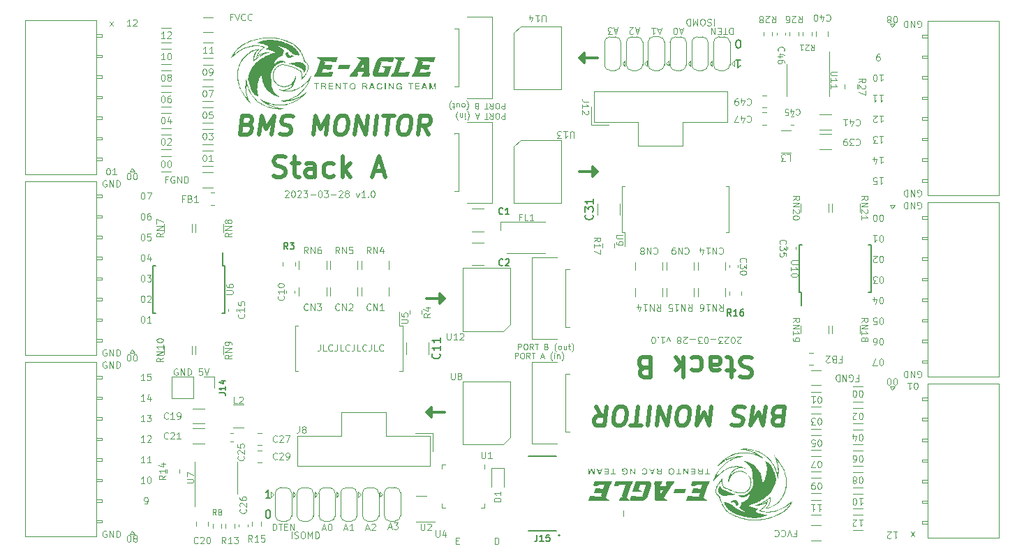
<source format=gbr>
%TF.GenerationSoftware,KiCad,Pcbnew,(6.0.11)*%
%TF.CreationDate,2023-03-28T12:14:43+02:00*%
%TF.ProjectId,bms_monitor,626d735f-6d6f-46e6-9974-6f722e6b6963,rev?*%
%TF.SameCoordinates,Original*%
%TF.FileFunction,Legend,Top*%
%TF.FilePolarity,Positive*%
%FSLAX46Y46*%
G04 Gerber Fmt 4.6, Leading zero omitted, Abs format (unit mm)*
G04 Created by KiCad (PCBNEW (6.0.11)) date 2023-03-28 12:14:43*
%MOMM*%
%LPD*%
G01*
G04 APERTURE LIST*
%ADD10C,0.120000*%
%ADD11C,0.000000*%
%ADD12C,0.300000*%
%ADD13C,0.150000*%
%ADD14C,0.500000*%
%ADD15C,0.100000*%
%ADD16C,0.200000*%
G04 APERTURE END LIST*
D10*
X114236961Y-102508104D02*
X114236961Y-103079533D01*
X114198866Y-103193819D01*
X114122676Y-103270009D01*
X114008390Y-103308104D01*
X113932200Y-103308104D01*
X114998866Y-103308104D02*
X114617914Y-103308104D01*
X114617914Y-102508104D01*
X115722676Y-103231914D02*
X115684580Y-103270009D01*
X115570295Y-103308104D01*
X115494104Y-103308104D01*
X115379819Y-103270009D01*
X115303628Y-103193819D01*
X115265533Y-103117628D01*
X115227438Y-102965247D01*
X115227438Y-102850961D01*
X115265533Y-102698580D01*
X115303628Y-102622390D01*
X115379819Y-102546200D01*
X115494104Y-102508104D01*
X115570295Y-102508104D01*
X115684580Y-102546200D01*
X115722676Y-102584295D01*
X116294104Y-102508104D02*
X116294104Y-103079533D01*
X116256009Y-103193819D01*
X116179819Y-103270009D01*
X116065533Y-103308104D01*
X115989342Y-103308104D01*
X117056009Y-103308104D02*
X116675057Y-103308104D01*
X116675057Y-102508104D01*
X117779819Y-103231914D02*
X117741723Y-103270009D01*
X117627438Y-103308104D01*
X117551247Y-103308104D01*
X117436961Y-103270009D01*
X117360771Y-103193819D01*
X117322676Y-103117628D01*
X117284580Y-102965247D01*
X117284580Y-102850961D01*
X117322676Y-102698580D01*
X117360771Y-102622390D01*
X117436961Y-102546200D01*
X117551247Y-102508104D01*
X117627438Y-102508104D01*
X117741723Y-102546200D01*
X117779819Y-102584295D01*
X118351247Y-102508104D02*
X118351247Y-103079533D01*
X118313152Y-103193819D01*
X118236961Y-103270009D01*
X118122676Y-103308104D01*
X118046485Y-103308104D01*
X119113152Y-103308104D02*
X118732200Y-103308104D01*
X118732200Y-102508104D01*
X119836961Y-103231914D02*
X119798866Y-103270009D01*
X119684580Y-103308104D01*
X119608390Y-103308104D01*
X119494104Y-103270009D01*
X119417914Y-103193819D01*
X119379819Y-103117628D01*
X119341723Y-102965247D01*
X119341723Y-102850961D01*
X119379819Y-102698580D01*
X119417914Y-102622390D01*
X119494104Y-102546200D01*
X119608390Y-102508104D01*
X119684580Y-102508104D01*
X119798866Y-102546200D01*
X119836961Y-102584295D01*
X120408390Y-102508104D02*
X120408390Y-103079533D01*
X120370295Y-103193819D01*
X120294104Y-103270009D01*
X120179819Y-103308104D01*
X120103628Y-103308104D01*
X121170295Y-103308104D02*
X120789342Y-103308104D01*
X120789342Y-102508104D01*
X121894104Y-103231914D02*
X121856009Y-103270009D01*
X121741723Y-103308104D01*
X121665533Y-103308104D01*
X121551247Y-103270009D01*
X121475057Y-103193819D01*
X121436961Y-103117628D01*
X121398866Y-102965247D01*
X121398866Y-102850961D01*
X121436961Y-102698580D01*
X121475057Y-102622390D01*
X121551247Y-102546200D01*
X121665533Y-102508104D01*
X121741723Y-102508104D01*
X121856009Y-102546200D01*
X121894104Y-102584295D01*
X165289819Y-102292104D02*
X165251723Y-102330200D01*
X165175533Y-102368295D01*
X164985057Y-102368295D01*
X164908866Y-102330200D01*
X164870771Y-102292104D01*
X164832676Y-102215914D01*
X164832676Y-102139723D01*
X164870771Y-102025438D01*
X165327914Y-101568295D01*
X164832676Y-101568295D01*
X164337438Y-102368295D02*
X164261247Y-102368295D01*
X164185057Y-102330200D01*
X164146961Y-102292104D01*
X164108866Y-102215914D01*
X164070771Y-102063533D01*
X164070771Y-101873057D01*
X164108866Y-101720676D01*
X164146961Y-101644485D01*
X164185057Y-101606390D01*
X164261247Y-101568295D01*
X164337438Y-101568295D01*
X164413628Y-101606390D01*
X164451723Y-101644485D01*
X164489819Y-101720676D01*
X164527914Y-101873057D01*
X164527914Y-102063533D01*
X164489819Y-102215914D01*
X164451723Y-102292104D01*
X164413628Y-102330200D01*
X164337438Y-102368295D01*
X163766009Y-102292104D02*
X163727914Y-102330200D01*
X163651723Y-102368295D01*
X163461247Y-102368295D01*
X163385057Y-102330200D01*
X163346961Y-102292104D01*
X163308866Y-102215914D01*
X163308866Y-102139723D01*
X163346961Y-102025438D01*
X163804104Y-101568295D01*
X163308866Y-101568295D01*
X163042200Y-102368295D02*
X162546961Y-102368295D01*
X162813628Y-102063533D01*
X162699342Y-102063533D01*
X162623152Y-102025438D01*
X162585057Y-101987342D01*
X162546961Y-101911152D01*
X162546961Y-101720676D01*
X162585057Y-101644485D01*
X162623152Y-101606390D01*
X162699342Y-101568295D01*
X162927914Y-101568295D01*
X163004104Y-101606390D01*
X163042200Y-101644485D01*
X162204104Y-101873057D02*
X161594580Y-101873057D01*
X161061247Y-102368295D02*
X160985057Y-102368295D01*
X160908866Y-102330200D01*
X160870771Y-102292104D01*
X160832676Y-102215914D01*
X160794580Y-102063533D01*
X160794580Y-101873057D01*
X160832676Y-101720676D01*
X160870771Y-101644485D01*
X160908866Y-101606390D01*
X160985057Y-101568295D01*
X161061247Y-101568295D01*
X161137438Y-101606390D01*
X161175533Y-101644485D01*
X161213628Y-101720676D01*
X161251723Y-101873057D01*
X161251723Y-102063533D01*
X161213628Y-102215914D01*
X161175533Y-102292104D01*
X161137438Y-102330200D01*
X161061247Y-102368295D01*
X160527914Y-102368295D02*
X160032676Y-102368295D01*
X160299342Y-102063533D01*
X160185057Y-102063533D01*
X160108866Y-102025438D01*
X160070771Y-101987342D01*
X160032676Y-101911152D01*
X160032676Y-101720676D01*
X160070771Y-101644485D01*
X160108866Y-101606390D01*
X160185057Y-101568295D01*
X160413628Y-101568295D01*
X160489819Y-101606390D01*
X160527914Y-101644485D01*
X159689819Y-101873057D02*
X159080295Y-101873057D01*
X158737438Y-102292104D02*
X158699342Y-102330200D01*
X158623152Y-102368295D01*
X158432676Y-102368295D01*
X158356485Y-102330200D01*
X158318390Y-102292104D01*
X158280295Y-102215914D01*
X158280295Y-102139723D01*
X158318390Y-102025438D01*
X158775533Y-101568295D01*
X158280295Y-101568295D01*
X157823152Y-102025438D02*
X157899342Y-102063533D01*
X157937438Y-102101628D01*
X157975533Y-102177819D01*
X157975533Y-102215914D01*
X157937438Y-102292104D01*
X157899342Y-102330200D01*
X157823152Y-102368295D01*
X157670771Y-102368295D01*
X157594580Y-102330200D01*
X157556485Y-102292104D01*
X157518390Y-102215914D01*
X157518390Y-102177819D01*
X157556485Y-102101628D01*
X157594580Y-102063533D01*
X157670771Y-102025438D01*
X157823152Y-102025438D01*
X157899342Y-101987342D01*
X157937438Y-101949247D01*
X157975533Y-101873057D01*
X157975533Y-101720676D01*
X157937438Y-101644485D01*
X157899342Y-101606390D01*
X157823152Y-101568295D01*
X157670771Y-101568295D01*
X157594580Y-101606390D01*
X157556485Y-101644485D01*
X157518390Y-101720676D01*
X157518390Y-101873057D01*
X157556485Y-101949247D01*
X157594580Y-101987342D01*
X157670771Y-102025438D01*
X156642200Y-102101628D02*
X156451723Y-101568295D01*
X156261247Y-102101628D01*
X155537438Y-101568295D02*
X155994580Y-101568295D01*
X155766009Y-101568295D02*
X155766009Y-102368295D01*
X155842200Y-102254009D01*
X155918390Y-102177819D01*
X155994580Y-102139723D01*
X155194580Y-101644485D02*
X155156485Y-101606390D01*
X155194580Y-101568295D01*
X155232676Y-101606390D01*
X155194580Y-101644485D01*
X155194580Y-101568295D01*
X154661247Y-102368295D02*
X154585057Y-102368295D01*
X154508866Y-102330200D01*
X154470771Y-102292104D01*
X154432676Y-102215914D01*
X154394580Y-102063533D01*
X154394580Y-101873057D01*
X154432676Y-101720676D01*
X154470771Y-101644485D01*
X154508866Y-101606390D01*
X154585057Y-101568295D01*
X154661247Y-101568295D01*
X154737438Y-101606390D01*
X154775533Y-101644485D01*
X154813628Y-101720676D01*
X154851723Y-101873057D01*
X154851723Y-102063533D01*
X154813628Y-102215914D01*
X154775533Y-102292104D01*
X154737438Y-102330200D01*
X154661247Y-102368295D01*
X109944580Y-83915295D02*
X109982676Y-83877200D01*
X110058866Y-83839104D01*
X110249342Y-83839104D01*
X110325533Y-83877200D01*
X110363628Y-83915295D01*
X110401723Y-83991485D01*
X110401723Y-84067676D01*
X110363628Y-84181961D01*
X109906485Y-84639104D01*
X110401723Y-84639104D01*
X110896961Y-83839104D02*
X110973152Y-83839104D01*
X111049342Y-83877200D01*
X111087438Y-83915295D01*
X111125533Y-83991485D01*
X111163628Y-84143866D01*
X111163628Y-84334342D01*
X111125533Y-84486723D01*
X111087438Y-84562914D01*
X111049342Y-84601009D01*
X110973152Y-84639104D01*
X110896961Y-84639104D01*
X110820771Y-84601009D01*
X110782676Y-84562914D01*
X110744580Y-84486723D01*
X110706485Y-84334342D01*
X110706485Y-84143866D01*
X110744580Y-83991485D01*
X110782676Y-83915295D01*
X110820771Y-83877200D01*
X110896961Y-83839104D01*
X111468390Y-83915295D02*
X111506485Y-83877200D01*
X111582676Y-83839104D01*
X111773152Y-83839104D01*
X111849342Y-83877200D01*
X111887438Y-83915295D01*
X111925533Y-83991485D01*
X111925533Y-84067676D01*
X111887438Y-84181961D01*
X111430295Y-84639104D01*
X111925533Y-84639104D01*
X112192200Y-83839104D02*
X112687438Y-83839104D01*
X112420771Y-84143866D01*
X112535057Y-84143866D01*
X112611247Y-84181961D01*
X112649342Y-84220057D01*
X112687438Y-84296247D01*
X112687438Y-84486723D01*
X112649342Y-84562914D01*
X112611247Y-84601009D01*
X112535057Y-84639104D01*
X112306485Y-84639104D01*
X112230295Y-84601009D01*
X112192200Y-84562914D01*
X113030295Y-84334342D02*
X113639819Y-84334342D01*
X114173152Y-83839104D02*
X114249342Y-83839104D01*
X114325533Y-83877200D01*
X114363628Y-83915295D01*
X114401723Y-83991485D01*
X114439819Y-84143866D01*
X114439819Y-84334342D01*
X114401723Y-84486723D01*
X114363628Y-84562914D01*
X114325533Y-84601009D01*
X114249342Y-84639104D01*
X114173152Y-84639104D01*
X114096961Y-84601009D01*
X114058866Y-84562914D01*
X114020771Y-84486723D01*
X113982676Y-84334342D01*
X113982676Y-84143866D01*
X114020771Y-83991485D01*
X114058866Y-83915295D01*
X114096961Y-83877200D01*
X114173152Y-83839104D01*
X114706485Y-83839104D02*
X115201723Y-83839104D01*
X114935057Y-84143866D01*
X115049342Y-84143866D01*
X115125533Y-84181961D01*
X115163628Y-84220057D01*
X115201723Y-84296247D01*
X115201723Y-84486723D01*
X115163628Y-84562914D01*
X115125533Y-84601009D01*
X115049342Y-84639104D01*
X114820771Y-84639104D01*
X114744580Y-84601009D01*
X114706485Y-84562914D01*
X115544580Y-84334342D02*
X116154104Y-84334342D01*
X116496961Y-83915295D02*
X116535057Y-83877200D01*
X116611247Y-83839104D01*
X116801723Y-83839104D01*
X116877914Y-83877200D01*
X116916009Y-83915295D01*
X116954104Y-83991485D01*
X116954104Y-84067676D01*
X116916009Y-84181961D01*
X116458866Y-84639104D01*
X116954104Y-84639104D01*
X117411247Y-84181961D02*
X117335057Y-84143866D01*
X117296961Y-84105771D01*
X117258866Y-84029580D01*
X117258866Y-83991485D01*
X117296961Y-83915295D01*
X117335057Y-83877200D01*
X117411247Y-83839104D01*
X117563628Y-83839104D01*
X117639819Y-83877200D01*
X117677914Y-83915295D01*
X117716009Y-83991485D01*
X117716009Y-84029580D01*
X117677914Y-84105771D01*
X117639819Y-84143866D01*
X117563628Y-84181961D01*
X117411247Y-84181961D01*
X117335057Y-84220057D01*
X117296961Y-84258152D01*
X117258866Y-84334342D01*
X117258866Y-84486723D01*
X117296961Y-84562914D01*
X117335057Y-84601009D01*
X117411247Y-84639104D01*
X117563628Y-84639104D01*
X117639819Y-84601009D01*
X117677914Y-84562914D01*
X117716009Y-84486723D01*
X117716009Y-84334342D01*
X117677914Y-84258152D01*
X117639819Y-84220057D01*
X117563628Y-84181961D01*
X118592200Y-84105771D02*
X118782676Y-84639104D01*
X118973152Y-84105771D01*
X119696961Y-84639104D02*
X119239819Y-84639104D01*
X119468390Y-84639104D02*
X119468390Y-83839104D01*
X119392200Y-83953390D01*
X119316009Y-84029580D01*
X119239819Y-84067676D01*
X120039819Y-84562914D02*
X120077914Y-84601009D01*
X120039819Y-84639104D01*
X120001723Y-84601009D01*
X120039819Y-84562914D01*
X120039819Y-84639104D01*
X120573152Y-83839104D02*
X120649342Y-83839104D01*
X120725533Y-83877200D01*
X120763628Y-83915295D01*
X120801723Y-83991485D01*
X120839819Y-84143866D01*
X120839819Y-84334342D01*
X120801723Y-84486723D01*
X120763628Y-84562914D01*
X120725533Y-84601009D01*
X120649342Y-84639104D01*
X120573152Y-84639104D01*
X120496961Y-84601009D01*
X120458866Y-84562914D01*
X120420771Y-84486723D01*
X120382676Y-84334342D01*
X120382676Y-84143866D01*
X120420771Y-83991485D01*
X120458866Y-83915295D01*
X120496961Y-83877200D01*
X120573152Y-83839104D01*
D11*
G36*
X121456181Y-70788361D02*
G01*
X121470357Y-70789081D01*
X121484338Y-70790285D01*
X121498124Y-70791974D01*
X121511715Y-70794150D01*
X121525111Y-70796816D01*
X121538311Y-70799975D01*
X121551316Y-70803628D01*
X121557693Y-70805667D01*
X121563985Y-70807814D01*
X121570192Y-70810068D01*
X121576314Y-70812432D01*
X121582351Y-70814905D01*
X121588302Y-70817489D01*
X121594167Y-70820184D01*
X121599946Y-70822991D01*
X121605639Y-70825912D01*
X121611245Y-70828946D01*
X121616764Y-70832095D01*
X121622195Y-70835359D01*
X121627540Y-70838740D01*
X121632796Y-70842238D01*
X121637965Y-70845854D01*
X121643045Y-70849588D01*
X121648027Y-70853409D01*
X121652904Y-70857353D01*
X121657674Y-70861419D01*
X121662339Y-70865607D01*
X121666899Y-70869916D01*
X121671353Y-70874345D01*
X121675703Y-70878893D01*
X121679949Y-70883560D01*
X121684090Y-70888343D01*
X121688128Y-70893244D01*
X121692061Y-70898260D01*
X121695892Y-70903391D01*
X121699619Y-70908637D01*
X121703244Y-70913995D01*
X121706765Y-70919466D01*
X121710185Y-70925049D01*
X121713448Y-70930779D01*
X121716568Y-70936619D01*
X121719546Y-70942569D01*
X121722381Y-70948629D01*
X121725073Y-70954799D01*
X121727622Y-70961078D01*
X121730027Y-70967467D01*
X121732289Y-70973964D01*
X121734407Y-70980570D01*
X121736380Y-70987284D01*
X121738208Y-70994106D01*
X121739892Y-71001036D01*
X121741431Y-71008074D01*
X121742824Y-71015218D01*
X121744071Y-71022470D01*
X121745173Y-71029828D01*
X121647204Y-71029828D01*
X121647204Y-71029826D01*
X121644992Y-71020087D01*
X121642470Y-71010658D01*
X121639637Y-71001539D01*
X121636492Y-70992730D01*
X121633036Y-70984229D01*
X121629269Y-70976038D01*
X121625189Y-70968155D01*
X121620797Y-70960580D01*
X121616093Y-70953314D01*
X121611076Y-70946355D01*
X121605746Y-70939704D01*
X121600103Y-70933360D01*
X121594146Y-70927324D01*
X121587875Y-70921593D01*
X121581290Y-70916170D01*
X121574390Y-70911052D01*
X121567284Y-70906245D01*
X121560010Y-70901751D01*
X121552569Y-70897572D01*
X121544962Y-70893705D01*
X121537188Y-70890151D01*
X121529248Y-70886909D01*
X121521143Y-70883978D01*
X121512874Y-70881358D01*
X121504441Y-70879049D01*
X121495844Y-70877049D01*
X121487085Y-70875358D01*
X121478163Y-70873976D01*
X121469079Y-70872902D01*
X121459834Y-70872136D01*
X121450429Y-70871677D01*
X121440863Y-70871524D01*
X121432676Y-70871621D01*
X121424640Y-70871914D01*
X121416753Y-70872401D01*
X121409017Y-70873084D01*
X121401429Y-70873962D01*
X121393992Y-70875034D01*
X121386703Y-70876302D01*
X121379563Y-70877765D01*
X121372571Y-70879423D01*
X121365727Y-70881276D01*
X121359032Y-70883324D01*
X121352484Y-70885567D01*
X121346083Y-70888005D01*
X121339830Y-70890638D01*
X121333724Y-70893467D01*
X121327764Y-70896490D01*
X121321975Y-70899677D01*
X121316310Y-70902998D01*
X121310771Y-70906452D01*
X121305358Y-70910039D01*
X121300071Y-70913761D01*
X121294911Y-70917618D01*
X121289878Y-70921608D01*
X121284974Y-70925734D01*
X121280198Y-70929995D01*
X121275551Y-70934392D01*
X121271033Y-70938924D01*
X121266646Y-70943592D01*
X121262390Y-70948397D01*
X121258265Y-70953338D01*
X121254271Y-70958415D01*
X121250410Y-70963630D01*
X121246678Y-70968961D01*
X121243070Y-70974384D01*
X121239586Y-70979901D01*
X121236226Y-70985511D01*
X121232990Y-70991213D01*
X121229879Y-70997009D01*
X121226891Y-71002898D01*
X121224028Y-71008880D01*
X121221288Y-71014955D01*
X121218673Y-71021123D01*
X121216182Y-71027384D01*
X121213815Y-71033738D01*
X121211572Y-71040185D01*
X121209453Y-71046725D01*
X121207459Y-71053359D01*
X121205589Y-71060085D01*
X121202193Y-71073693D01*
X121199243Y-71087428D01*
X121196741Y-71101292D01*
X121194689Y-71115286D01*
X121193089Y-71129414D01*
X121191944Y-71143677D01*
X121191255Y-71158078D01*
X121191025Y-71172618D01*
X121191255Y-71188399D01*
X121191944Y-71203966D01*
X121193089Y-71219321D01*
X121194689Y-71234463D01*
X121196741Y-71249393D01*
X121199243Y-71264109D01*
X121202193Y-71278613D01*
X121205589Y-71292904D01*
X121207459Y-71299972D01*
X121209453Y-71306921D01*
X121211572Y-71313751D01*
X121213815Y-71320463D01*
X121216182Y-71327058D01*
X121218673Y-71333536D01*
X121221288Y-71339898D01*
X121224028Y-71346143D01*
X121226891Y-71352274D01*
X121229879Y-71358290D01*
X121232990Y-71364191D01*
X121236226Y-71369979D01*
X121239586Y-71375654D01*
X121243070Y-71381217D01*
X121246678Y-71386667D01*
X121250410Y-71392006D01*
X121254273Y-71397221D01*
X121258274Y-71402300D01*
X121262410Y-71407241D01*
X121266682Y-71412046D01*
X121271089Y-71416714D01*
X121275631Y-71421247D01*
X121280307Y-71425643D01*
X121285117Y-71429904D01*
X121290059Y-71434030D01*
X121295134Y-71438021D01*
X121300341Y-71441878D01*
X121305679Y-71445600D01*
X121311147Y-71449187D01*
X121316746Y-71452641D01*
X121322475Y-71455962D01*
X121328333Y-71459149D01*
X121334328Y-71462172D01*
X121340469Y-71465000D01*
X121346757Y-71467632D01*
X121353191Y-71470070D01*
X121359772Y-71472313D01*
X121366498Y-71474361D01*
X121373371Y-71476214D01*
X121380390Y-71477872D01*
X121387556Y-71479334D01*
X121394868Y-71480602D01*
X121402326Y-71481675D01*
X121409930Y-71482552D01*
X121417681Y-71483235D01*
X121425578Y-71483723D01*
X121433621Y-71484015D01*
X121441811Y-71484113D01*
X121447832Y-71484051D01*
X121453770Y-71483864D01*
X121459623Y-71483553D01*
X121465393Y-71483117D01*
X121471078Y-71482555D01*
X121476678Y-71481869D01*
X121482195Y-71481056D01*
X121487627Y-71480117D01*
X121492975Y-71479052D01*
X121498239Y-71477861D01*
X121503419Y-71476542D01*
X121508514Y-71475097D01*
X121513526Y-71473524D01*
X121518453Y-71471823D01*
X121523296Y-71469994D01*
X121528054Y-71468037D01*
X121532729Y-71465967D01*
X121537319Y-71463800D01*
X121541827Y-71461534D01*
X121546252Y-71459172D01*
X121550595Y-71456712D01*
X121554856Y-71454154D01*
X121559037Y-71451499D01*
X121563137Y-71448747D01*
X121567158Y-71445896D01*
X121571099Y-71442949D01*
X121574962Y-71439903D01*
X121578746Y-71436760D01*
X121582453Y-71433520D01*
X121586083Y-71430182D01*
X121589637Y-71426746D01*
X121593114Y-71423213D01*
X121596472Y-71419589D01*
X121599736Y-71415881D01*
X121602909Y-71412088D01*
X121605989Y-71408210D01*
X121608977Y-71404247D01*
X121611873Y-71400198D01*
X121614679Y-71396064D01*
X121617393Y-71391843D01*
X121620016Y-71387535D01*
X121622548Y-71383141D01*
X121624991Y-71378660D01*
X121627343Y-71374092D01*
X121629605Y-71369436D01*
X121631778Y-71364692D01*
X121633862Y-71359860D01*
X121635857Y-71354940D01*
X121639500Y-71344975D01*
X121642769Y-71334800D01*
X121645661Y-71324417D01*
X121648174Y-71313827D01*
X121650306Y-71303033D01*
X121652054Y-71292038D01*
X121653417Y-71280843D01*
X121654391Y-71269451D01*
X121752361Y-71269451D01*
X121750322Y-71286796D01*
X121747752Y-71303654D01*
X121744652Y-71320024D01*
X121741023Y-71335906D01*
X121736864Y-71351301D01*
X121732179Y-71366208D01*
X121726966Y-71380628D01*
X121721227Y-71394560D01*
X121714962Y-71408005D01*
X121708173Y-71420961D01*
X121700861Y-71433431D01*
X121693026Y-71445413D01*
X121684668Y-71456907D01*
X121675790Y-71467913D01*
X121666391Y-71478432D01*
X121656473Y-71488464D01*
X121646061Y-71497912D01*
X121635179Y-71506752D01*
X121623828Y-71514985D01*
X121612007Y-71522609D01*
X121599718Y-71529626D01*
X121586960Y-71536033D01*
X121573735Y-71541832D01*
X121560041Y-71547021D01*
X121545879Y-71551602D01*
X121531250Y-71555572D01*
X121516154Y-71558932D01*
X121500592Y-71561682D01*
X121484563Y-71563821D01*
X121468067Y-71565350D01*
X121451106Y-71566267D01*
X121433679Y-71566573D01*
X121423053Y-71566455D01*
X121412596Y-71566104D01*
X121402308Y-71565518D01*
X121392188Y-71564699D01*
X121382236Y-71563648D01*
X121372453Y-71562364D01*
X121362838Y-71560849D01*
X121353392Y-71559103D01*
X121344114Y-71557126D01*
X121335005Y-71554919D01*
X121326064Y-71552483D01*
X121317292Y-71549818D01*
X121308688Y-71546925D01*
X121300252Y-71543804D01*
X121291985Y-71540455D01*
X121283887Y-71536880D01*
X121275992Y-71533070D01*
X121268265Y-71529087D01*
X121260707Y-71524931D01*
X121253316Y-71520601D01*
X121246092Y-71516097D01*
X121239036Y-71511419D01*
X121232146Y-71506566D01*
X121225423Y-71501538D01*
X121218866Y-71496335D01*
X121212475Y-71490957D01*
X121206249Y-71485403D01*
X121200189Y-71479674D01*
X121194294Y-71473768D01*
X121188564Y-71467685D01*
X121182998Y-71461426D01*
X121177597Y-71454990D01*
X121172395Y-71448425D01*
X121167358Y-71441710D01*
X121162485Y-71434844D01*
X121157777Y-71427829D01*
X121153235Y-71420664D01*
X121148857Y-71413349D01*
X121144645Y-71405886D01*
X121140599Y-71398274D01*
X121136720Y-71390513D01*
X121133006Y-71382604D01*
X121129460Y-71374547D01*
X121126080Y-71366343D01*
X121122868Y-71357991D01*
X121119823Y-71349492D01*
X121116947Y-71340846D01*
X121114238Y-71332054D01*
X121109255Y-71314163D01*
X121104944Y-71295954D01*
X121101302Y-71277425D01*
X121098328Y-71258577D01*
X121096018Y-71239410D01*
X121094370Y-71219923D01*
X121093384Y-71200117D01*
X121093055Y-71179992D01*
X121093410Y-71159797D01*
X121094474Y-71139919D01*
X121096247Y-71120355D01*
X121098730Y-71101103D01*
X121101921Y-71082162D01*
X121105822Y-71063529D01*
X121110433Y-71045201D01*
X121115752Y-71027178D01*
X121118671Y-71018345D01*
X121121754Y-71009651D01*
X121125002Y-71001096D01*
X121128415Y-70992679D01*
X121131993Y-70984403D01*
X121135736Y-70976266D01*
X121139644Y-70968270D01*
X121143719Y-70960416D01*
X121147960Y-70952703D01*
X121152367Y-70945132D01*
X121156942Y-70937705D01*
X121161683Y-70930421D01*
X121166592Y-70923281D01*
X121171668Y-70916286D01*
X121176913Y-70909435D01*
X121182325Y-70902731D01*
X121187904Y-70896186D01*
X121193647Y-70889814D01*
X121199555Y-70883615D01*
X121205629Y-70877589D01*
X121211869Y-70871736D01*
X121218276Y-70866055D01*
X121224851Y-70860548D01*
X121231593Y-70855213D01*
X121238503Y-70850052D01*
X121245583Y-70845063D01*
X121252832Y-70840247D01*
X121260252Y-70835603D01*
X121267842Y-70831133D01*
X121275603Y-70826835D01*
X121283536Y-70822711D01*
X121291641Y-70818759D01*
X121299908Y-70815049D01*
X121308325Y-70811578D01*
X121316893Y-70808347D01*
X121325610Y-70805355D01*
X121334478Y-70802603D01*
X121343494Y-70800089D01*
X121352660Y-70797816D01*
X121361974Y-70795781D01*
X121371437Y-70793986D01*
X121381048Y-70792430D01*
X121390807Y-70791113D01*
X121400714Y-70790036D01*
X121410768Y-70789199D01*
X121420969Y-70788600D01*
X121431316Y-70788241D01*
X121441811Y-70788121D01*
X121456181Y-70788361D01*
G37*
G36*
X126932425Y-70805711D02*
G01*
X127220468Y-71549933D01*
X127112096Y-71549933D01*
X127031528Y-71325816D01*
X126719841Y-71325816D01*
X126637381Y-71549933D01*
X126537331Y-71549933D01*
X126655887Y-71242409D01*
X126750860Y-71242409D01*
X127000697Y-71242409D01*
X126877766Y-70895356D01*
X126875683Y-70895356D01*
X126750860Y-71242409D01*
X126655887Y-71242409D01*
X126824243Y-70805711D01*
X126932425Y-70805711D01*
G37*
G36*
X157182796Y-117959853D02*
G01*
X157181067Y-117978451D01*
X157178647Y-117996861D01*
X157175535Y-118015084D01*
X157171732Y-118033124D01*
X157167237Y-118050982D01*
X157162051Y-118068661D01*
X157159197Y-118077390D01*
X157156165Y-118085992D01*
X157152958Y-118094466D01*
X157149575Y-118102812D01*
X157146016Y-118111030D01*
X157142284Y-118119122D01*
X157138377Y-118127086D01*
X157134296Y-118134924D01*
X157130043Y-118142636D01*
X157125618Y-118150222D01*
X157121021Y-118157682D01*
X157116252Y-118165016D01*
X157111313Y-118172225D01*
X157106203Y-118179310D01*
X157100925Y-118186270D01*
X157095477Y-118193105D01*
X157089828Y-118199794D01*
X157084014Y-118206313D01*
X157078035Y-118212663D01*
X157071890Y-118218843D01*
X157065579Y-118224853D01*
X157059101Y-118230691D01*
X157052455Y-118236358D01*
X157045642Y-118241852D01*
X157038660Y-118247174D01*
X157031510Y-118252322D01*
X157024189Y-118257296D01*
X157016699Y-118262095D01*
X157009038Y-118266720D01*
X157001206Y-118271169D01*
X156993202Y-118275442D01*
X156985026Y-118279538D01*
X156976680Y-118283454D01*
X156968165Y-118287118D01*
X156959481Y-118290529D01*
X156950629Y-118293687D01*
X156941608Y-118296592D01*
X156932419Y-118299245D01*
X156923062Y-118301646D01*
X156913536Y-118303793D01*
X156903841Y-118305688D01*
X156893978Y-118307331D01*
X156883947Y-118308720D01*
X156873747Y-118309857D01*
X156863379Y-118310742D01*
X156852843Y-118311373D01*
X156842138Y-118311752D01*
X156831264Y-118311879D01*
X156820391Y-118311752D01*
X156809686Y-118311373D01*
X156799149Y-118310742D01*
X156788781Y-118309857D01*
X156778581Y-118308720D01*
X156768550Y-118307331D01*
X156758687Y-118305688D01*
X156748992Y-118303793D01*
X156739466Y-118301646D01*
X156730109Y-118299245D01*
X156720920Y-118296592D01*
X156711899Y-118293687D01*
X156703047Y-118290529D01*
X156694364Y-118287118D01*
X156685849Y-118283454D01*
X156677502Y-118279538D01*
X156669326Y-118275442D01*
X156661322Y-118271169D01*
X156653489Y-118266720D01*
X156645828Y-118262096D01*
X156638338Y-118257296D01*
X156631018Y-118252322D01*
X156623867Y-118247174D01*
X156616885Y-118241853D01*
X156610072Y-118236359D01*
X156603427Y-118230692D01*
X156596949Y-118224854D01*
X156590638Y-118218844D01*
X156584493Y-118212664D01*
X156578514Y-118206314D01*
X156572700Y-118199794D01*
X156567050Y-118193105D01*
X156561605Y-118186270D01*
X156556332Y-118179310D01*
X156551232Y-118172226D01*
X156546305Y-118165017D01*
X156541551Y-118157683D01*
X156536970Y-118150223D01*
X156532562Y-118142637D01*
X156528326Y-118134925D01*
X156524264Y-118127087D01*
X156520374Y-118119122D01*
X156516657Y-118111031D01*
X156513113Y-118102812D01*
X156509742Y-118094466D01*
X156506544Y-118085992D01*
X156503519Y-118077390D01*
X156500666Y-118068661D01*
X156495417Y-118050982D01*
X156490875Y-118033124D01*
X156487038Y-118015084D01*
X156483903Y-117996861D01*
X156481469Y-117978451D01*
X156479733Y-117959853D01*
X156478693Y-117941065D01*
X156478347Y-117922084D01*
X156576319Y-117922084D01*
X156576549Y-117936162D01*
X156577238Y-117950175D01*
X156578384Y-117964125D01*
X156579983Y-117978018D01*
X156582035Y-117991858D01*
X156584537Y-118005649D01*
X156587486Y-118019396D01*
X156590880Y-118033102D01*
X156592753Y-118039904D01*
X156594755Y-118046621D01*
X156596885Y-118053254D01*
X156599143Y-118059801D01*
X156601531Y-118066263D01*
X156604046Y-118072640D01*
X156606691Y-118078931D01*
X156609464Y-118085136D01*
X156612365Y-118091254D01*
X156615395Y-118097285D01*
X156618553Y-118103230D01*
X156621840Y-118109087D01*
X156625256Y-118114857D01*
X156628800Y-118120539D01*
X156632472Y-118126133D01*
X156636273Y-118131638D01*
X156640207Y-118137033D01*
X156644278Y-118142294D01*
X156648487Y-118147423D01*
X156652833Y-118152419D01*
X156657317Y-118157282D01*
X156661938Y-118162011D01*
X156666696Y-118166608D01*
X156671592Y-118171072D01*
X156676625Y-118175403D01*
X156681796Y-118179600D01*
X156687104Y-118183665D01*
X156692549Y-118187597D01*
X156698132Y-118191395D01*
X156703853Y-118195061D01*
X156709711Y-118198593D01*
X156715706Y-118201993D01*
X156721843Y-118205221D01*
X156728126Y-118208236D01*
X156734555Y-118211040D01*
X156741129Y-118213632D01*
X156747848Y-118216014D01*
X156754713Y-118218186D01*
X156761722Y-118220148D01*
X156768875Y-118221901D01*
X156776172Y-118223446D01*
X156783613Y-118224784D01*
X156791198Y-118225914D01*
X156798926Y-118226837D01*
X156806797Y-118227554D01*
X156814810Y-118228065D01*
X156822966Y-118228372D01*
X156831264Y-118228474D01*
X156839593Y-118228372D01*
X156847772Y-118228065D01*
X156855802Y-118227554D01*
X156863682Y-118226836D01*
X156871414Y-118225913D01*
X156878998Y-118224783D01*
X156886434Y-118223446D01*
X156893724Y-118221901D01*
X156900867Y-118220147D01*
X156907865Y-118218185D01*
X156914717Y-118216013D01*
X156921425Y-118213631D01*
X156927989Y-118211039D01*
X156934409Y-118208235D01*
X156940686Y-118205220D01*
X156946821Y-118201993D01*
X156952816Y-118198593D01*
X156958674Y-118195061D01*
X156964395Y-118191395D01*
X156969977Y-118187597D01*
X156975423Y-118183665D01*
X156980731Y-118179600D01*
X156985902Y-118175403D01*
X156990935Y-118171072D01*
X156995831Y-118166608D01*
X157000590Y-118162011D01*
X157005211Y-118157282D01*
X157009694Y-118152419D01*
X157014041Y-118147423D01*
X157018249Y-118142294D01*
X157022321Y-118137033D01*
X157026255Y-118131638D01*
X157030056Y-118126133D01*
X157033729Y-118120540D01*
X157037273Y-118114858D01*
X157040688Y-118109089D01*
X157043975Y-118103232D01*
X157047134Y-118097287D01*
X157050164Y-118091256D01*
X157053065Y-118085138D01*
X157055837Y-118078933D01*
X157058481Y-118072642D01*
X157060997Y-118066265D01*
X157063384Y-118059803D01*
X157065642Y-118053255D01*
X157067772Y-118046622D01*
X157069773Y-118039905D01*
X157071646Y-118033102D01*
X157075041Y-118019396D01*
X157077991Y-118005649D01*
X157080493Y-117991858D01*
X157082546Y-117978018D01*
X157084146Y-117964125D01*
X157085291Y-117950175D01*
X157085980Y-117936162D01*
X157086211Y-117922084D01*
X157085980Y-117908067D01*
X157085291Y-117894102D01*
X157084146Y-117880185D01*
X157082546Y-117866315D01*
X157080493Y-117852490D01*
X157077991Y-117838706D01*
X157075041Y-117824962D01*
X157071646Y-117811256D01*
X157069773Y-117804454D01*
X157067772Y-117797736D01*
X157065642Y-117791104D01*
X157063384Y-117784556D01*
X157060997Y-117778094D01*
X157058481Y-117771717D01*
X157055837Y-117765426D01*
X157053065Y-117759222D01*
X157050164Y-117753104D01*
X157047134Y-117747072D01*
X157043975Y-117741128D01*
X157040688Y-117735271D01*
X157037273Y-117729501D01*
X157033729Y-117723819D01*
X157030056Y-117718225D01*
X157026255Y-117712720D01*
X157022321Y-117707325D01*
X157018249Y-117702064D01*
X157014041Y-117696935D01*
X157009694Y-117691939D01*
X157005211Y-117687077D01*
X157000590Y-117682347D01*
X156995831Y-117677750D01*
X156990935Y-117673286D01*
X156985902Y-117668955D01*
X156980731Y-117664758D01*
X156975423Y-117660693D01*
X156969977Y-117656761D01*
X156964395Y-117652962D01*
X156958674Y-117649296D01*
X156952816Y-117645763D01*
X156946821Y-117642363D01*
X156940686Y-117639135D01*
X156934409Y-117636120D01*
X156927989Y-117633317D01*
X156921425Y-117630725D01*
X156914717Y-117628343D01*
X156907865Y-117626172D01*
X156900867Y-117624210D01*
X156893724Y-117622457D01*
X156886434Y-117620912D01*
X156878998Y-117619575D01*
X156871414Y-117618445D01*
X156863682Y-117617522D01*
X156855802Y-117616805D01*
X156847772Y-117616293D01*
X156839593Y-117615987D01*
X156831264Y-117615885D01*
X156822966Y-117615987D01*
X156814810Y-117616293D01*
X156806797Y-117616805D01*
X156798926Y-117617522D01*
X156791198Y-117618445D01*
X156783613Y-117619575D01*
X156776172Y-117620913D01*
X156768875Y-117622458D01*
X156761722Y-117624211D01*
X156754713Y-117626173D01*
X156747848Y-117628345D01*
X156741129Y-117630726D01*
X156734555Y-117633318D01*
X156728126Y-117636121D01*
X156721843Y-117639136D01*
X156715706Y-117642363D01*
X156709711Y-117645763D01*
X156703853Y-117649296D01*
X156698132Y-117652962D01*
X156692549Y-117656760D01*
X156687104Y-117660692D01*
X156681796Y-117664757D01*
X156676625Y-117668955D01*
X156671592Y-117673285D01*
X156666696Y-117677749D01*
X156661938Y-117682346D01*
X156657317Y-117687075D01*
X156652833Y-117691938D01*
X156648487Y-117696934D01*
X156644278Y-117702063D01*
X156640207Y-117707325D01*
X156636273Y-117712720D01*
X156632472Y-117718225D01*
X156628800Y-117723818D01*
X156625256Y-117729500D01*
X156621840Y-117735269D01*
X156618553Y-117741126D01*
X156615395Y-117747070D01*
X156612365Y-117753101D01*
X156609464Y-117759219D01*
X156606691Y-117765424D01*
X156604046Y-117771715D01*
X156601531Y-117778092D01*
X156599143Y-117784554D01*
X156596885Y-117791102D01*
X156594755Y-117797735D01*
X156592753Y-117804453D01*
X156590880Y-117811256D01*
X156587486Y-117824961D01*
X156584537Y-117838705D01*
X156582035Y-117852489D01*
X156579983Y-117866314D01*
X156578384Y-117880185D01*
X156577238Y-117894101D01*
X156576549Y-117908067D01*
X156576319Y-117922084D01*
X156478347Y-117922084D01*
X156478693Y-117903166D01*
X156479733Y-117884425D01*
X156481469Y-117865861D01*
X156483903Y-117847474D01*
X156487038Y-117829264D01*
X156490875Y-117811231D01*
X156495417Y-117793376D01*
X156500666Y-117775698D01*
X156503519Y-117766968D01*
X156506544Y-117758366D01*
X156509742Y-117749892D01*
X156513113Y-117741546D01*
X156516657Y-117733327D01*
X156520374Y-117725236D01*
X156524264Y-117717271D01*
X156528326Y-117709433D01*
X156532562Y-117701721D01*
X156536970Y-117694135D01*
X156541551Y-117686675D01*
X156546305Y-117679340D01*
X156551232Y-117672131D01*
X156556332Y-117665046D01*
X156561605Y-117658086D01*
X156567050Y-117651251D01*
X156572700Y-117644564D01*
X156578514Y-117638051D01*
X156584493Y-117631711D01*
X156590638Y-117625545D01*
X156596949Y-117619552D01*
X156603427Y-117613734D01*
X156610072Y-117608091D01*
X156616885Y-117602622D01*
X156623867Y-117597328D01*
X156631018Y-117592210D01*
X156638338Y-117587267D01*
X156645828Y-117582501D01*
X156653489Y-117577910D01*
X156661322Y-117573496D01*
X156669326Y-117569259D01*
X156677502Y-117565198D01*
X156685849Y-117561351D01*
X156694364Y-117557751D01*
X156703047Y-117554400D01*
X156711899Y-117551297D01*
X156720920Y-117548442D01*
X156730109Y-117545835D01*
X156739466Y-117543477D01*
X156748992Y-117541366D01*
X156758687Y-117539504D01*
X156768550Y-117537891D01*
X156778581Y-117536525D01*
X156788781Y-117535408D01*
X156799149Y-117534539D01*
X156809686Y-117533918D01*
X156820391Y-117533546D01*
X156831264Y-117533422D01*
X156842138Y-117533546D01*
X156852843Y-117533918D01*
X156863379Y-117534539D01*
X156873747Y-117535408D01*
X156883947Y-117536525D01*
X156893978Y-117537891D01*
X156903841Y-117539504D01*
X156913536Y-117541366D01*
X156923062Y-117543477D01*
X156932419Y-117545835D01*
X156941608Y-117548442D01*
X156950629Y-117551297D01*
X156959481Y-117554400D01*
X156968165Y-117557751D01*
X156976680Y-117561351D01*
X156985026Y-117565198D01*
X156993202Y-117569259D01*
X157001206Y-117573496D01*
X157009038Y-117577910D01*
X157016699Y-117582501D01*
X157024189Y-117587267D01*
X157031510Y-117592210D01*
X157038660Y-117597328D01*
X157045642Y-117602622D01*
X157052455Y-117608091D01*
X157059101Y-117613734D01*
X157065579Y-117619552D01*
X157071890Y-117625545D01*
X157078035Y-117631711D01*
X157084014Y-117638051D01*
X157089828Y-117644564D01*
X157095477Y-117651251D01*
X157100925Y-117658086D01*
X157106203Y-117665045D01*
X157111313Y-117672130D01*
X157116252Y-117679339D01*
X157121021Y-117686674D01*
X157125618Y-117694134D01*
X157130043Y-117701720D01*
X157134296Y-117709432D01*
X157138377Y-117717270D01*
X157142284Y-117725235D01*
X157146016Y-117733327D01*
X157149575Y-117741546D01*
X157152958Y-117749892D01*
X157156165Y-117758366D01*
X157159197Y-117766968D01*
X157162051Y-117775698D01*
X157167237Y-117793376D01*
X157171732Y-117811231D01*
X157175535Y-117829263D01*
X157178647Y-117847473D01*
X157181067Y-117865859D01*
X157182796Y-117884423D01*
X157183833Y-117903165D01*
X157184179Y-117922084D01*
X157183833Y-117941065D01*
X157182796Y-117959853D01*
G37*
G36*
X123835160Y-70788340D02*
G01*
X123849808Y-70789003D01*
X123864248Y-70790104D01*
X123878482Y-70791642D01*
X123892511Y-70793614D01*
X123906339Y-70796018D01*
X123919968Y-70798852D01*
X123933398Y-70802113D01*
X123939986Y-70803949D01*
X123946485Y-70805908D01*
X123952895Y-70807991D01*
X123959218Y-70810199D01*
X123965454Y-70812530D01*
X123971602Y-70814986D01*
X123977663Y-70817565D01*
X123983638Y-70820269D01*
X123989526Y-70823097D01*
X123995328Y-70826049D01*
X124001043Y-70829125D01*
X124006674Y-70832325D01*
X124012218Y-70835650D01*
X124017678Y-70839098D01*
X124023053Y-70842671D01*
X124028343Y-70846368D01*
X124033505Y-70850225D01*
X124038565Y-70854206D01*
X124043522Y-70858311D01*
X124048376Y-70862540D01*
X124053128Y-70866894D01*
X124057776Y-70871371D01*
X124062320Y-70875972D01*
X124066761Y-70880697D01*
X124071097Y-70885547D01*
X124075328Y-70890520D01*
X124079455Y-70895618D01*
X124083477Y-70900840D01*
X124087394Y-70906186D01*
X124091205Y-70911656D01*
X124094910Y-70917250D01*
X124098509Y-70922968D01*
X124101985Y-70928857D01*
X124105318Y-70934893D01*
X124108510Y-70941076D01*
X124111560Y-70947408D01*
X124114468Y-70953887D01*
X124117234Y-70960516D01*
X124119859Y-70967294D01*
X124122341Y-70974223D01*
X124124682Y-70981302D01*
X124126880Y-70988532D01*
X124128937Y-70995914D01*
X124130852Y-71003449D01*
X124132625Y-71011136D01*
X124134257Y-71018977D01*
X124135746Y-71026972D01*
X124137094Y-71035121D01*
X124039122Y-71035121D01*
X124038153Y-71029816D01*
X124037091Y-71024607D01*
X124035935Y-71019494D01*
X124034686Y-71014477D01*
X124033342Y-71009556D01*
X124031904Y-71004729D01*
X124030371Y-70999997D01*
X124028742Y-70995358D01*
X124027019Y-70990812D01*
X124025200Y-70986359D01*
X124023285Y-70981997D01*
X124021275Y-70977727D01*
X124019168Y-70973549D01*
X124016964Y-70969460D01*
X124014663Y-70965461D01*
X124012266Y-70961552D01*
X124009781Y-70957764D01*
X124007221Y-70954060D01*
X124004587Y-70950440D01*
X124001880Y-70946904D01*
X123999100Y-70943453D01*
X123996247Y-70940087D01*
X123993322Y-70936804D01*
X123990325Y-70933606D01*
X123987258Y-70930492D01*
X123984120Y-70927462D01*
X123980913Y-70924516D01*
X123977636Y-70921655D01*
X123974291Y-70918878D01*
X123970877Y-70916185D01*
X123967396Y-70913576D01*
X123963847Y-70911052D01*
X123960199Y-70908610D01*
X123956490Y-70906247D01*
X123952718Y-70903964D01*
X123948886Y-70901759D01*
X123944992Y-70899633D01*
X123941038Y-70897586D01*
X123937024Y-70895616D01*
X123932949Y-70893725D01*
X123928815Y-70891910D01*
X123924621Y-70890174D01*
X123916054Y-70886930D01*
X123907253Y-70883993D01*
X123898218Y-70881359D01*
X123888998Y-70879036D01*
X123879634Y-70877030D01*
X123870124Y-70875339D01*
X123860464Y-70873960D01*
X123850655Y-70872891D01*
X123840692Y-70872130D01*
X123830574Y-70871675D01*
X123820299Y-70871524D01*
X123812003Y-70871628D01*
X123803853Y-70871941D01*
X123795851Y-70872464D01*
X123787996Y-70873197D01*
X123780288Y-70874140D01*
X123772728Y-70875294D01*
X123765316Y-70876660D01*
X123758051Y-70878239D01*
X123750936Y-70880030D01*
X123743969Y-70882034D01*
X123737152Y-70884253D01*
X123730483Y-70886685D01*
X123723965Y-70889333D01*
X123717596Y-70892196D01*
X123711377Y-70895275D01*
X123705309Y-70898571D01*
X123699382Y-70902009D01*
X123693589Y-70905584D01*
X123687929Y-70909295D01*
X123682405Y-70913143D01*
X123677016Y-70917128D01*
X123671762Y-70921248D01*
X123666645Y-70925505D01*
X123661665Y-70929896D01*
X123656822Y-70934423D01*
X123652118Y-70939085D01*
X123647552Y-70943881D01*
X123643125Y-70948812D01*
X123638837Y-70953877D01*
X123634690Y-70959076D01*
X123630684Y-70964408D01*
X123626819Y-70969873D01*
X123623087Y-70975456D01*
X123619479Y-70981140D01*
X123615995Y-70986925D01*
X123612635Y-70992811D01*
X123609399Y-70998796D01*
X123606287Y-71004880D01*
X123603300Y-71011063D01*
X123600436Y-71017345D01*
X123597697Y-71023723D01*
X123595081Y-71030199D01*
X123592590Y-71036771D01*
X123590223Y-71043439D01*
X123587980Y-71050202D01*
X123585861Y-71057059D01*
X123583867Y-71064011D01*
X123581996Y-71071057D01*
X123578608Y-71085285D01*
X123575680Y-71099600D01*
X123573208Y-71114000D01*
X123571191Y-71128481D01*
X123569626Y-71143042D01*
X123568511Y-71157681D01*
X123567844Y-71172395D01*
X123567622Y-71187182D01*
X123567879Y-71201714D01*
X123568651Y-71216090D01*
X123569936Y-71230316D01*
X123571736Y-71244395D01*
X123574050Y-71258332D01*
X123576878Y-71272132D01*
X123580220Y-71285800D01*
X123584076Y-71299338D01*
X123586194Y-71305992D01*
X123588430Y-71312547D01*
X123590787Y-71319006D01*
X123593265Y-71325367D01*
X123595863Y-71331630D01*
X123598582Y-71337796D01*
X123601423Y-71343865D01*
X123604385Y-71349836D01*
X123607469Y-71355709D01*
X123610675Y-71361485D01*
X123614004Y-71367164D01*
X123617455Y-71372745D01*
X123621030Y-71378228D01*
X123624728Y-71383614D01*
X123628549Y-71388902D01*
X123632495Y-71394093D01*
X123636559Y-71399170D01*
X123640740Y-71404119D01*
X123645036Y-71408938D01*
X123649448Y-71413628D01*
X123653977Y-71418189D01*
X123658623Y-71422619D01*
X123663385Y-71426920D01*
X123668264Y-71431090D01*
X123673261Y-71435129D01*
X123678376Y-71439037D01*
X123683609Y-71442814D01*
X123688960Y-71446459D01*
X123694430Y-71449972D01*
X123700018Y-71453353D01*
X123705726Y-71456602D01*
X123711553Y-71459718D01*
X123717464Y-71462675D01*
X123723494Y-71465445D01*
X123729643Y-71468028D01*
X123735911Y-71470423D01*
X123742298Y-71472630D01*
X123748803Y-71474647D01*
X123755427Y-71476475D01*
X123762168Y-71478113D01*
X123769026Y-71479560D01*
X123776002Y-71480816D01*
X123783094Y-71481880D01*
X123790303Y-71482752D01*
X123797629Y-71483432D01*
X123805071Y-71483917D01*
X123812628Y-71484209D01*
X123820301Y-71484307D01*
X123827482Y-71484234D01*
X123834557Y-71484014D01*
X123841526Y-71483647D01*
X123848388Y-71483134D01*
X123855143Y-71482473D01*
X123861792Y-71481664D01*
X123868335Y-71480708D01*
X123874771Y-71479603D01*
X123881101Y-71478349D01*
X123887325Y-71476947D01*
X123893442Y-71475396D01*
X123899452Y-71473696D01*
X123905357Y-71471846D01*
X123911155Y-71469846D01*
X123916846Y-71467695D01*
X123922431Y-71465395D01*
X123927943Y-71462999D01*
X123933344Y-71460493D01*
X123938634Y-71457876D01*
X123943813Y-71455150D01*
X123948882Y-71452314D01*
X123953840Y-71449368D01*
X123958687Y-71446313D01*
X123963423Y-71443149D01*
X123968049Y-71439877D01*
X123972564Y-71436496D01*
X123976968Y-71433007D01*
X123981261Y-71429411D01*
X123985444Y-71425707D01*
X123989515Y-71421895D01*
X123993476Y-71417977D01*
X123997326Y-71413953D01*
X124001063Y-71409795D01*
X124004685Y-71405548D01*
X124008191Y-71401213D01*
X124011582Y-71396789D01*
X124014858Y-71392277D01*
X124018019Y-71387676D01*
X124021064Y-71382986D01*
X124023994Y-71378207D01*
X124026809Y-71373340D01*
X124029508Y-71368384D01*
X124032093Y-71363340D01*
X124034561Y-71358207D01*
X124036915Y-71352985D01*
X124039154Y-71347675D01*
X124041277Y-71342276D01*
X124043285Y-71336788D01*
X124045133Y-71331229D01*
X124046848Y-71325617D01*
X124048430Y-71319952D01*
X124049878Y-71314233D01*
X124051191Y-71308462D01*
X124052370Y-71302637D01*
X124053415Y-71296760D01*
X124054325Y-71290829D01*
X124055099Y-71284844D01*
X124055738Y-71278807D01*
X124056241Y-71272716D01*
X124056608Y-71266572D01*
X124056839Y-71260375D01*
X124056934Y-71254125D01*
X124056891Y-71247821D01*
X124056712Y-71241464D01*
X123821437Y-71241464D01*
X123821437Y-71158060D01*
X124144279Y-71158060D01*
X124144279Y-71549933D01*
X124082434Y-71549933D01*
X124056712Y-71457071D01*
X124056712Y-71457068D01*
X124051206Y-71464244D01*
X124045541Y-71471164D01*
X124039715Y-71477826D01*
X124033729Y-71484232D01*
X124027583Y-71490380D01*
X124021275Y-71496271D01*
X124014806Y-71501905D01*
X124008175Y-71507282D01*
X124001383Y-71512401D01*
X123994429Y-71517264D01*
X123987312Y-71521870D01*
X123980033Y-71526218D01*
X123972591Y-71530310D01*
X123964986Y-71534144D01*
X123957217Y-71537722D01*
X123949285Y-71541042D01*
X123941299Y-71544134D01*
X123933301Y-71547026D01*
X123925291Y-71549718D01*
X123917269Y-71552212D01*
X123909237Y-71554505D01*
X123901193Y-71556600D01*
X123893140Y-71558495D01*
X123885077Y-71560190D01*
X123877006Y-71561686D01*
X123868926Y-71562982D01*
X123860838Y-71564079D01*
X123852743Y-71564977D01*
X123844641Y-71565675D01*
X123836533Y-71566174D01*
X123828420Y-71566473D01*
X123820301Y-71566573D01*
X123810050Y-71566453D01*
X123799937Y-71566094D01*
X123789961Y-71565494D01*
X123780123Y-71564655D01*
X123770422Y-71563575D01*
X123760858Y-71562254D01*
X123751432Y-71560692D01*
X123742143Y-71558889D01*
X123732992Y-71556844D01*
X123723978Y-71554558D01*
X123715101Y-71552029D01*
X123706362Y-71549258D01*
X123697760Y-71546244D01*
X123689296Y-71542987D01*
X123680969Y-71539487D01*
X123672780Y-71535744D01*
X123664735Y-71531830D01*
X123656840Y-71527748D01*
X123649097Y-71523497D01*
X123641506Y-71519078D01*
X123634066Y-71514490D01*
X123626778Y-71509734D01*
X123619643Y-71504809D01*
X123612660Y-71499716D01*
X123605831Y-71494454D01*
X123599154Y-71489024D01*
X123592631Y-71483425D01*
X123586262Y-71477658D01*
X123580047Y-71471723D01*
X123573986Y-71465619D01*
X123568080Y-71459346D01*
X123562328Y-71452906D01*
X123556739Y-71446352D01*
X123551318Y-71439671D01*
X123546066Y-71432863D01*
X123540983Y-71425928D01*
X123536070Y-71418869D01*
X123531327Y-71411685D01*
X123526754Y-71404378D01*
X123522351Y-71396948D01*
X123518119Y-71389396D01*
X123514057Y-71381722D01*
X123510167Y-71373929D01*
X123506449Y-71366016D01*
X123502902Y-71357985D01*
X123499527Y-71349836D01*
X123496325Y-71341569D01*
X123493295Y-71333187D01*
X123487710Y-71316158D01*
X123482869Y-71298968D01*
X123478773Y-71281618D01*
X123475422Y-71264109D01*
X123472815Y-71246440D01*
X123470954Y-71228611D01*
X123469836Y-71210623D01*
X123469464Y-71192476D01*
X123469810Y-71172245D01*
X123470850Y-71152263D01*
X123472586Y-71132529D01*
X123475020Y-71113043D01*
X123478155Y-71093805D01*
X123481993Y-71074815D01*
X123486535Y-71056074D01*
X123491785Y-71037580D01*
X123494635Y-71028499D01*
X123497654Y-71019556D01*
X123500841Y-71010751D01*
X123504199Y-71002085D01*
X123507725Y-70993557D01*
X123511422Y-70985168D01*
X123515288Y-70976917D01*
X123519325Y-70968807D01*
X123523533Y-70960836D01*
X123527911Y-70953004D01*
X123532461Y-70945313D01*
X123537183Y-70937763D01*
X123542076Y-70930353D01*
X123547142Y-70923084D01*
X123552380Y-70915957D01*
X123557791Y-70908971D01*
X123563338Y-70902145D01*
X123569058Y-70895495D01*
X123574950Y-70889022D01*
X123581014Y-70882726D01*
X123587251Y-70876606D01*
X123593658Y-70870662D01*
X123600237Y-70864894D01*
X123606987Y-70859301D01*
X123613907Y-70853883D01*
X123620998Y-70848640D01*
X123628259Y-70843571D01*
X123635690Y-70838677D01*
X123643291Y-70833957D01*
X123651060Y-70829410D01*
X123658999Y-70825037D01*
X123667107Y-70820837D01*
X123675385Y-70816886D01*
X123683835Y-70813187D01*
X123692459Y-70809741D01*
X123701256Y-70806549D01*
X123710225Y-70803611D01*
X123719368Y-70800927D01*
X123728683Y-70798497D01*
X123738171Y-70796322D01*
X123747833Y-70794402D01*
X123757667Y-70792736D01*
X123767673Y-70791327D01*
X123777853Y-70790173D01*
X123788206Y-70789274D01*
X123798731Y-70788633D01*
X123809430Y-70788247D01*
X123820301Y-70788119D01*
X123835160Y-70788340D01*
G37*
G36*
X122182818Y-71549933D02*
G01*
X122084660Y-71549933D01*
X122084660Y-70805711D01*
X122182818Y-70805711D01*
X122182818Y-71549933D01*
G37*
G36*
X116227706Y-68098134D02*
G01*
X116226500Y-68102212D01*
X116225223Y-68106219D01*
X116223875Y-68110154D01*
X116222455Y-68114018D01*
X116220963Y-68117809D01*
X116219398Y-68121529D01*
X116217761Y-68125176D01*
X116216051Y-68128749D01*
X116214268Y-68132250D01*
X116212412Y-68135678D01*
X116210482Y-68139031D01*
X116208478Y-68142311D01*
X116206399Y-68145516D01*
X116204247Y-68148646D01*
X116202019Y-68151702D01*
X116199716Y-68154683D01*
X116197356Y-68157597D01*
X116194885Y-68160455D01*
X116192303Y-68163255D01*
X116189610Y-68165998D01*
X116186807Y-68168685D01*
X116183892Y-68171316D01*
X116180867Y-68173890D01*
X116177731Y-68176409D01*
X116174484Y-68178873D01*
X116171126Y-68181281D01*
X116167658Y-68183635D01*
X116164078Y-68185934D01*
X116160388Y-68188178D01*
X116156587Y-68190369D01*
X116152675Y-68192506D01*
X116148653Y-68194589D01*
X116144446Y-68196619D01*
X116139982Y-68198596D01*
X116130285Y-68202388D01*
X116119565Y-68205963D01*
X116107823Y-68209318D01*
X116095061Y-68212452D01*
X116081282Y-68215362D01*
X116066488Y-68218045D01*
X116050680Y-68220500D01*
X115631570Y-68229955D01*
X115632685Y-68225859D01*
X115633689Y-68221799D01*
X115634583Y-68217775D01*
X115635368Y-68213785D01*
X115636042Y-68209832D01*
X115636607Y-68205913D01*
X115637063Y-68202030D01*
X115637409Y-68198183D01*
X115637648Y-68194371D01*
X115637778Y-68190594D01*
X115637799Y-68186853D01*
X115637713Y-68183147D01*
X115637520Y-68179477D01*
X115637219Y-68175842D01*
X115636811Y-68172242D01*
X115636296Y-68168678D01*
X115635631Y-68165786D01*
X115634842Y-68162926D01*
X115633928Y-68160097D01*
X115632889Y-68157302D01*
X115631725Y-68154539D01*
X115630436Y-68151811D01*
X115629021Y-68149117D01*
X115627479Y-68146457D01*
X115625811Y-68143833D01*
X115624017Y-68141245D01*
X115622096Y-68138694D01*
X115620048Y-68136180D01*
X115617872Y-68133703D01*
X115615568Y-68131264D01*
X115613137Y-68128865D01*
X115610577Y-68126504D01*
X115607835Y-68124203D01*
X115604858Y-68122053D01*
X115601647Y-68120053D01*
X115598200Y-68118203D01*
X115594519Y-68116502D01*
X115590602Y-68114951D01*
X115586451Y-68113548D01*
X115582064Y-68112295D01*
X115577443Y-68111190D01*
X115572587Y-68110233D01*
X115567496Y-68109424D01*
X115562170Y-68108763D01*
X115556609Y-68108249D01*
X115550813Y-68107882D01*
X115544782Y-68107662D01*
X115538516Y-68107589D01*
X114616322Y-68107589D01*
X114839872Y-68248679D01*
X114728094Y-68587412D01*
X115715358Y-68587412D01*
X115566326Y-69048321D01*
X115565151Y-69052398D01*
X115563898Y-69056405D01*
X115562567Y-69060340D01*
X115561158Y-69064204D01*
X115559673Y-69067995D01*
X115558112Y-69071715D01*
X115556476Y-69075361D01*
X115554766Y-69078935D01*
X115552983Y-69082436D01*
X115551128Y-69085863D01*
X115549202Y-69089216D01*
X115547204Y-69092496D01*
X115545137Y-69095701D01*
X115543001Y-69098832D01*
X115540797Y-69101888D01*
X115538525Y-69104869D01*
X115536132Y-69107784D01*
X115533631Y-69110641D01*
X115531024Y-69113441D01*
X115528310Y-69116185D01*
X115525488Y-69118871D01*
X115522558Y-69121502D01*
X115519520Y-69124077D01*
X115516374Y-69126596D01*
X115513119Y-69129059D01*
X115509755Y-69131468D01*
X115506283Y-69133821D01*
X115502700Y-69136120D01*
X115499008Y-69138365D01*
X115495206Y-69140555D01*
X115491294Y-69142692D01*
X115487271Y-69144775D01*
X115483065Y-69146805D01*
X115478601Y-69148782D01*
X115468907Y-69152574D01*
X115458194Y-69156149D01*
X115446465Y-69159504D01*
X115433727Y-69162638D01*
X115419982Y-69165548D01*
X115405235Y-69168232D01*
X115389491Y-69170687D01*
X114970190Y-69180142D01*
X114971305Y-69176015D01*
X114972309Y-69171931D01*
X114973203Y-69167891D01*
X114973987Y-69163892D01*
X114974661Y-69159934D01*
X114975226Y-69156016D01*
X114975682Y-69152137D01*
X114976029Y-69148297D01*
X114976267Y-69144495D01*
X114976397Y-69140730D01*
X114976419Y-69137000D01*
X114976334Y-69133306D01*
X114976141Y-69129646D01*
X114975840Y-69126020D01*
X114975433Y-69122426D01*
X114974919Y-69118864D01*
X114974254Y-69115941D01*
X114973464Y-69113057D01*
X114972550Y-69110212D01*
X114971510Y-69107405D01*
X114970346Y-69104636D01*
X114969056Y-69101903D01*
X114967641Y-69099208D01*
X114966099Y-69096548D01*
X114964431Y-69093924D01*
X114962637Y-69091334D01*
X114960715Y-69088779D01*
X114958667Y-69086257D01*
X114956491Y-69083769D01*
X114954187Y-69081314D01*
X114951756Y-69078891D01*
X114949196Y-69076499D01*
X114946485Y-69074232D01*
X114943531Y-69072110D01*
X114940336Y-69070136D01*
X114936899Y-69068307D01*
X114933221Y-69066625D01*
X114929304Y-69065089D01*
X114925149Y-69063699D01*
X114920755Y-69062456D01*
X114916124Y-69061359D01*
X114911257Y-69060408D01*
X114906154Y-69059604D01*
X114900817Y-69058945D01*
X114895246Y-69058434D01*
X114889441Y-69058068D01*
X114883405Y-69057848D01*
X114877136Y-69057775D01*
X114579069Y-69057775D01*
X114420579Y-69528141D01*
X115100686Y-69528141D01*
X115105296Y-69528068D01*
X115109835Y-69527848D01*
X115114303Y-69527482D01*
X115118700Y-69526968D01*
X115123027Y-69526307D01*
X115127282Y-69525498D01*
X115131467Y-69524542D01*
X115135581Y-69523437D01*
X115139623Y-69522184D01*
X115143595Y-69520781D01*
X115147496Y-69519230D01*
X115151326Y-69517530D01*
X115155085Y-69515680D01*
X115158773Y-69513680D01*
X115162390Y-69511529D01*
X115165936Y-69509229D01*
X115168852Y-69508003D01*
X115171787Y-69506667D01*
X115174738Y-69505219D01*
X115177708Y-69503661D01*
X115180696Y-69501992D01*
X115183701Y-69500212D01*
X115186724Y-69498322D01*
X115189765Y-69496320D01*
X115192823Y-69494208D01*
X115195899Y-69491985D01*
X115198994Y-69489651D01*
X115202105Y-69487206D01*
X115205235Y-69484650D01*
X115208382Y-69481984D01*
X115211547Y-69479207D01*
X115214730Y-69476319D01*
X115217859Y-69473322D01*
X115220864Y-69470219D01*
X115223745Y-69467009D01*
X115226500Y-69463690D01*
X115229130Y-69460262D01*
X115231635Y-69456725D01*
X115234014Y-69453079D01*
X115236267Y-69449322D01*
X115238394Y-69445454D01*
X115240394Y-69441475D01*
X115242267Y-69437384D01*
X115244013Y-69433180D01*
X115245631Y-69428864D01*
X115247122Y-69424434D01*
X115248485Y-69419889D01*
X115249719Y-69415230D01*
X115640839Y-69415230D01*
X115649423Y-69415312D01*
X115657657Y-69415558D01*
X115665542Y-69415969D01*
X115673077Y-69416545D01*
X115680263Y-69417286D01*
X115687101Y-69418192D01*
X115693590Y-69419264D01*
X115699730Y-69420502D01*
X115705523Y-69421906D01*
X115710967Y-69423477D01*
X115716065Y-69425214D01*
X115720815Y-69427119D01*
X115725218Y-69429191D01*
X115729275Y-69431430D01*
X115732986Y-69433837D01*
X115736350Y-69436412D01*
X115739511Y-69439079D01*
X115742539Y-69441760D01*
X115745436Y-69444455D01*
X115748201Y-69447164D01*
X115750835Y-69449890D01*
X115753339Y-69452631D01*
X115755713Y-69455389D01*
X115757958Y-69458164D01*
X115760075Y-69460957D01*
X115762064Y-69463768D01*
X115763925Y-69466598D01*
X115765659Y-69469447D01*
X115767267Y-69472316D01*
X115768749Y-69475205D01*
X115770106Y-69478116D01*
X115771338Y-69481047D01*
X115771835Y-69484629D01*
X115772189Y-69488282D01*
X115772401Y-69492005D01*
X115772471Y-69495800D01*
X115772397Y-69499665D01*
X115772180Y-69503601D01*
X115771820Y-69507609D01*
X115771315Y-69511687D01*
X115770667Y-69515836D01*
X115769874Y-69520056D01*
X115768937Y-69524347D01*
X115767855Y-69528709D01*
X115766627Y-69533141D01*
X115765254Y-69537645D01*
X115763736Y-69542219D01*
X115762072Y-69546865D01*
X115613038Y-70007962D01*
X113479847Y-70007962D01*
X113572899Y-69716325D01*
X113575275Y-69709367D01*
X113577722Y-69702610D01*
X113580240Y-69696053D01*
X113582831Y-69689698D01*
X113585493Y-69683544D01*
X113588228Y-69677592D01*
X113591035Y-69671844D01*
X113593916Y-69666298D01*
X113596869Y-69660957D01*
X113599896Y-69655820D01*
X113602997Y-69650889D01*
X113606171Y-69646162D01*
X113609420Y-69641642D01*
X113612744Y-69637329D01*
X113616142Y-69633223D01*
X113619615Y-69629325D01*
X113623092Y-69625559D01*
X113626573Y-69621922D01*
X113630058Y-69618414D01*
X113633545Y-69615034D01*
X113637035Y-69611782D01*
X113640526Y-69608659D01*
X113644018Y-69605665D01*
X113647511Y-69602800D01*
X113651003Y-69600062D01*
X113654496Y-69597454D01*
X113657987Y-69594974D01*
X113661476Y-69592622D01*
X113664963Y-69590399D01*
X113668447Y-69588305D01*
X113671928Y-69586338D01*
X113675405Y-69584501D01*
X113679483Y-69582234D01*
X113683561Y-69580112D01*
X113687639Y-69578138D01*
X113691717Y-69576309D01*
X113695795Y-69574627D01*
X113699873Y-69573091D01*
X113703951Y-69571701D01*
X113708029Y-69570458D01*
X113712107Y-69569361D01*
X113716186Y-69568410D01*
X113720264Y-69567606D01*
X113724342Y-69566947D01*
X113728420Y-69566435D01*
X113732499Y-69566070D01*
X113736577Y-69565850D01*
X113740656Y-69565777D01*
X114262272Y-67975957D01*
X113731387Y-67637226D01*
X116376739Y-67637226D01*
X116227706Y-68098134D01*
G37*
G36*
X117741495Y-69057775D02*
G01*
X116400000Y-69057775D01*
X116549033Y-68587412D01*
X117895069Y-68587412D01*
X117741495Y-69057775D01*
G37*
G36*
X108282583Y-65539771D02*
G01*
X108558747Y-65560853D01*
X108696444Y-65575644D01*
X108833762Y-65593391D01*
X108970610Y-65614185D01*
X109106896Y-65638119D01*
X109242530Y-65665284D01*
X109377418Y-65695773D01*
X109511471Y-65729676D01*
X109644596Y-65767086D01*
X109776702Y-65808095D01*
X109907697Y-65852795D01*
X110037491Y-65901276D01*
X110165991Y-65953632D01*
X110339364Y-66020521D01*
X110425265Y-66056775D01*
X110510365Y-66095073D01*
X110594457Y-66135546D01*
X110677334Y-66178321D01*
X110758789Y-66223529D01*
X110838615Y-66271298D01*
X110916604Y-66321758D01*
X110992550Y-66375038D01*
X111066244Y-66431267D01*
X111137481Y-66490574D01*
X111206052Y-66553088D01*
X111271751Y-66618938D01*
X111334370Y-66688254D01*
X111393703Y-66761165D01*
X111454091Y-66833293D01*
X111513062Y-66907408D01*
X111541634Y-66945292D01*
X111569392Y-66983772D01*
X111596185Y-67022881D01*
X111621857Y-67062651D01*
X111646258Y-67103115D01*
X111669234Y-67144306D01*
X111690631Y-67186258D01*
X111710297Y-67229002D01*
X111728079Y-67272573D01*
X111743824Y-67317002D01*
X111757378Y-67362323D01*
X111768590Y-67408569D01*
X111768592Y-67408569D01*
X111725467Y-67415417D01*
X111682443Y-67420305D01*
X111639545Y-67423286D01*
X111596796Y-67424410D01*
X111511837Y-67421288D01*
X111427757Y-67411344D01*
X111344741Y-67394984D01*
X111262980Y-67372611D01*
X111182660Y-67344632D01*
X111103970Y-67311451D01*
X111027098Y-67273473D01*
X110952232Y-67231102D01*
X110879560Y-67184745D01*
X110809270Y-67134805D01*
X110741550Y-67081687D01*
X110676588Y-67025797D01*
X110614572Y-66967540D01*
X110555691Y-66907320D01*
X110479994Y-66842827D01*
X110401759Y-66781817D01*
X110321144Y-66724234D01*
X110238305Y-66670026D01*
X110153400Y-66619138D01*
X110066587Y-66571517D01*
X109978024Y-66527109D01*
X109887867Y-66485862D01*
X109796275Y-66447720D01*
X109703405Y-66412632D01*
X109609413Y-66380542D01*
X109514459Y-66351397D01*
X109418699Y-66325145D01*
X109322290Y-66301730D01*
X109225391Y-66281100D01*
X109128159Y-66263201D01*
X109340736Y-66388146D01*
X109446131Y-66452816D01*
X109549547Y-66520372D01*
X109600190Y-66555566D01*
X109649949Y-66591882D01*
X109698695Y-66629453D01*
X109746298Y-66668412D01*
X109792628Y-66708893D01*
X109837557Y-66751030D01*
X109880954Y-66794955D01*
X109922690Y-66840802D01*
X109902733Y-66852577D01*
X109884100Y-66865523D01*
X109866740Y-66879565D01*
X109850603Y-66894627D01*
X109835636Y-66910634D01*
X109821791Y-66927511D01*
X109809015Y-66945181D01*
X109797258Y-66963571D01*
X109786470Y-66982604D01*
X109776599Y-67002205D01*
X109767594Y-67022299D01*
X109759405Y-67042811D01*
X109745271Y-67084786D01*
X109733790Y-67127528D01*
X109724556Y-67170434D01*
X109717162Y-67212901D01*
X109706267Y-67294109D01*
X109697854Y-67366332D01*
X109693562Y-67397568D01*
X109688671Y-67424750D01*
X109592055Y-67446798D01*
X109496881Y-67476366D01*
X109403766Y-67513133D01*
X109313326Y-67556778D01*
X109226178Y-67606979D01*
X109142939Y-67663414D01*
X109064225Y-67725764D01*
X108990653Y-67793705D01*
X108922840Y-67866918D01*
X108891286Y-67905400D01*
X108861402Y-67945080D01*
X108833267Y-67985917D01*
X108806957Y-68027870D01*
X108782550Y-68070901D01*
X108760121Y-68114968D01*
X108739749Y-68160031D01*
X108721510Y-68206051D01*
X108705483Y-68252986D01*
X108691742Y-68300798D01*
X108680367Y-68349445D01*
X108671433Y-68398888D01*
X108665018Y-68449087D01*
X108661200Y-68500000D01*
X108716965Y-68448394D01*
X108774706Y-68393895D01*
X108834716Y-68338374D01*
X108865664Y-68310813D01*
X108897290Y-68283699D01*
X108929630Y-68257263D01*
X108962722Y-68231741D01*
X108996602Y-68207365D01*
X109031306Y-68184370D01*
X109066872Y-68162989D01*
X109103337Y-68143456D01*
X109140736Y-68126005D01*
X109159798Y-68118133D01*
X109179108Y-68110869D01*
X109227883Y-68089683D01*
X109277613Y-68072437D01*
X109328113Y-68059051D01*
X109379195Y-68049443D01*
X109430675Y-68043533D01*
X109482365Y-68041238D01*
X109534080Y-68042479D01*
X109585633Y-68047174D01*
X109636838Y-68055241D01*
X109687509Y-68066601D01*
X109737461Y-68081170D01*
X109786506Y-68098870D01*
X109834458Y-68119617D01*
X109881132Y-68143332D01*
X109926341Y-68169933D01*
X109969899Y-68199339D01*
X109986710Y-68211479D01*
X110000267Y-68222271D01*
X110010734Y-68231787D01*
X110018277Y-68240095D01*
X110023060Y-68247268D01*
X110025247Y-68253374D01*
X110025004Y-68258485D01*
X110022495Y-68262670D01*
X110017884Y-68265999D01*
X110011336Y-68268544D01*
X110003016Y-68270374D01*
X109993089Y-68271559D01*
X109969071Y-68272278D01*
X109940598Y-68271261D01*
X109808509Y-68261092D01*
X109777524Y-68259835D01*
X109749987Y-68260216D01*
X109727216Y-68262798D01*
X109718030Y-68265090D01*
X109710529Y-68268142D01*
X109627477Y-68275730D01*
X109545214Y-68288020D01*
X109463936Y-68304898D01*
X109383835Y-68326250D01*
X109305108Y-68351960D01*
X109227948Y-68381913D01*
X109152550Y-68415996D01*
X109079109Y-68454093D01*
X109007819Y-68496089D01*
X108938875Y-68541870D01*
X108872472Y-68591322D01*
X108808803Y-68644328D01*
X108748063Y-68700775D01*
X108690448Y-68760548D01*
X108636151Y-68823532D01*
X108585367Y-68889612D01*
X108524441Y-68969732D01*
X108469543Y-69053573D01*
X108420677Y-69140749D01*
X108377848Y-69230877D01*
X108341061Y-69323571D01*
X108310320Y-69418446D01*
X108285628Y-69515118D01*
X108266991Y-69613202D01*
X108254413Y-69712313D01*
X108247898Y-69812065D01*
X108247451Y-69912075D01*
X108253076Y-70011958D01*
X108264777Y-70111328D01*
X108282559Y-70209800D01*
X108306426Y-70306991D01*
X108336383Y-70402515D01*
X108342608Y-70422360D01*
X108347837Y-70442223D01*
X108352131Y-70462101D01*
X108355552Y-70481995D01*
X108360022Y-70521828D01*
X108361741Y-70561721D01*
X108361203Y-70601670D01*
X108358901Y-70641673D01*
X108350984Y-70721831D01*
X108341942Y-70802174D01*
X108338233Y-70842409D01*
X108335725Y-70882683D01*
X108334912Y-70922993D01*
X108336286Y-70963337D01*
X108340343Y-71003712D01*
X108347577Y-71044117D01*
X108364438Y-71155424D01*
X108388974Y-71264463D01*
X108420819Y-71371063D01*
X108459608Y-71475053D01*
X108504974Y-71576261D01*
X108556554Y-71674518D01*
X108613982Y-71769651D01*
X108676891Y-71861490D01*
X108744918Y-71949863D01*
X108817696Y-72034601D01*
X108894861Y-72115531D01*
X108976046Y-72192482D01*
X109060887Y-72265284D01*
X109149018Y-72333765D01*
X109240074Y-72397755D01*
X109333690Y-72457083D01*
X109325743Y-72459773D01*
X109316596Y-72461555D01*
X109306315Y-72462475D01*
X109294968Y-72462575D01*
X109269343Y-72460495D01*
X109240253Y-72455669D01*
X109208235Y-72448451D01*
X109173821Y-72439195D01*
X109137549Y-72428253D01*
X109099951Y-72415981D01*
X109022918Y-72388856D01*
X108947000Y-72360651D01*
X108876475Y-72334194D01*
X108815620Y-72312314D01*
X108688594Y-72259362D01*
X108563994Y-72200131D01*
X108442237Y-72134773D01*
X108323739Y-72063444D01*
X108208918Y-71986297D01*
X108098190Y-71903486D01*
X107991972Y-71815164D01*
X107890681Y-71721487D01*
X107794733Y-71622607D01*
X107704546Y-71518678D01*
X107620537Y-71409855D01*
X107543122Y-71296291D01*
X107472718Y-71178140D01*
X107409742Y-71055556D01*
X107354610Y-70928693D01*
X107307740Y-70797705D01*
X107283800Y-70721974D01*
X107262041Y-70645597D01*
X107242460Y-70568635D01*
X107225056Y-70491150D01*
X107209825Y-70413205D01*
X107196765Y-70334861D01*
X107185875Y-70256180D01*
X107177150Y-70177224D01*
X107170590Y-70098054D01*
X107166192Y-70018733D01*
X107163953Y-69939321D01*
X107163871Y-69859882D01*
X107165943Y-69780477D01*
X107170168Y-69701168D01*
X107176542Y-69622016D01*
X107185063Y-69543083D01*
X107108707Y-69680724D01*
X107035577Y-69821242D01*
X106966188Y-69964421D01*
X106901050Y-70110046D01*
X106840679Y-70257903D01*
X106785587Y-70407774D01*
X106736286Y-70559446D01*
X106693291Y-70712702D01*
X106657114Y-70867327D01*
X106628268Y-71023105D01*
X106607267Y-71179822D01*
X106594622Y-71337261D01*
X106590849Y-71495208D01*
X106596459Y-71653447D01*
X106611965Y-71811762D01*
X106637882Y-71969938D01*
X106638667Y-71983726D01*
X106640311Y-71998017D01*
X106645917Y-72027911D01*
X106654181Y-72059227D01*
X106664582Y-72091573D01*
X106676601Y-72124557D01*
X106689719Y-72157788D01*
X106717175Y-72223420D01*
X106742794Y-72285332D01*
X106753616Y-72313913D01*
X106762420Y-72340388D01*
X106768688Y-72364364D01*
X106771900Y-72385450D01*
X106772197Y-72394787D01*
X106771535Y-72403254D01*
X106769850Y-72410803D01*
X106767076Y-72417384D01*
X106722589Y-72406976D01*
X106679267Y-72394533D01*
X106637090Y-72380128D01*
X106596039Y-72363835D01*
X106556094Y-72345728D01*
X106517236Y-72325881D01*
X106479446Y-72304367D01*
X106442704Y-72281260D01*
X106406992Y-72256635D01*
X106372288Y-72230565D01*
X106338576Y-72203124D01*
X106305834Y-72174386D01*
X106243185Y-72113313D01*
X106184188Y-72047937D01*
X106128687Y-71978848D01*
X106076528Y-71906639D01*
X106027556Y-71831899D01*
X105981615Y-71755218D01*
X105938552Y-71677189D01*
X105898211Y-71598400D01*
X105860438Y-71519444D01*
X105825077Y-71440911D01*
X105794477Y-71368726D01*
X105765482Y-71295970D01*
X105711931Y-71148907D01*
X105663674Y-71000048D01*
X105619958Y-70849718D01*
X105580033Y-70698244D01*
X105543146Y-70545952D01*
X105475483Y-70240216D01*
X105497025Y-70059924D01*
X105530735Y-69882684D01*
X105576065Y-69708799D01*
X105632471Y-69538570D01*
X105699405Y-69372297D01*
X105776321Y-69210283D01*
X105862673Y-69052829D01*
X105957915Y-68900237D01*
X106061501Y-68752806D01*
X106172883Y-68610840D01*
X106291516Y-68474639D01*
X106416854Y-68344505D01*
X106548349Y-68220740D01*
X106685457Y-68103643D01*
X106827630Y-67993518D01*
X106974322Y-67890665D01*
X107078431Y-67820151D01*
X107184132Y-67752128D01*
X107291357Y-67686587D01*
X107400039Y-67623521D01*
X107510112Y-67562921D01*
X107621507Y-67504780D01*
X107734159Y-67449089D01*
X107848000Y-67395839D01*
X107962964Y-67345024D01*
X108078982Y-67296635D01*
X108195988Y-67250663D01*
X108313915Y-67207101D01*
X108432697Y-67165941D01*
X108552265Y-67127174D01*
X108672552Y-67090793D01*
X108793493Y-67056788D01*
X108724131Y-67016266D01*
X108653504Y-66977435D01*
X108581682Y-66940463D01*
X108508734Y-66905522D01*
X108434729Y-66872781D01*
X108359735Y-66842412D01*
X108283822Y-66814582D01*
X108207059Y-66789464D01*
X108129515Y-66767227D01*
X108051258Y-66748040D01*
X107972357Y-66732075D01*
X107892883Y-66719502D01*
X107812903Y-66710489D01*
X107732486Y-66705208D01*
X107651702Y-66703829D01*
X107570620Y-66706522D01*
X107591826Y-66682705D01*
X107616875Y-66658884D01*
X107645015Y-66635075D01*
X107675493Y-66611300D01*
X107805706Y-66516913D01*
X107836569Y-66493592D01*
X107865248Y-66470420D01*
X107890990Y-66447416D01*
X107913043Y-66424600D01*
X107922450Y-66413268D01*
X107930652Y-66401990D01*
X107937554Y-66390769D01*
X107943064Y-66379607D01*
X107947085Y-66368507D01*
X107949525Y-66357470D01*
X107950289Y-66346499D01*
X107949283Y-66335597D01*
X107870326Y-66284626D01*
X107789386Y-66237595D01*
X107706614Y-66194360D01*
X107622162Y-66154777D01*
X107536180Y-66118701D01*
X107448820Y-66085989D01*
X107360232Y-66056497D01*
X107270569Y-66030080D01*
X107179980Y-66006595D01*
X107088618Y-65985897D01*
X106996633Y-65967842D01*
X106904177Y-65952287D01*
X106811400Y-65939087D01*
X106718454Y-65928098D01*
X106625489Y-65919177D01*
X106532658Y-65912178D01*
X106617452Y-65867190D01*
X106703735Y-65825201D01*
X106791395Y-65786172D01*
X106880322Y-65750060D01*
X106970406Y-65716826D01*
X107061535Y-65686428D01*
X107153600Y-65658825D01*
X107246488Y-65633976D01*
X107340091Y-65611841D01*
X107434297Y-65592377D01*
X107528995Y-65575544D01*
X107624075Y-65561301D01*
X107719426Y-65549608D01*
X107814938Y-65540422D01*
X107910500Y-65533703D01*
X108006001Y-65529411D01*
X108282583Y-65539771D01*
G37*
G36*
X160296297Y-118294291D02*
G01*
X160283321Y-118294087D01*
X160270703Y-118293476D01*
X160258445Y-118292456D01*
X160246545Y-118291029D01*
X160235005Y-118289193D01*
X160223823Y-118286950D01*
X160213001Y-118284299D01*
X160202537Y-118281241D01*
X160192433Y-118277774D01*
X160182687Y-118273900D01*
X160173301Y-118269618D01*
X160164274Y-118264928D01*
X160155605Y-118259830D01*
X160147296Y-118254325D01*
X160139346Y-118248411D01*
X160131755Y-118242090D01*
X160124575Y-118235417D01*
X160117855Y-118228446D01*
X160111597Y-118221177D01*
X160105801Y-118213609D01*
X160100467Y-118205742D01*
X160095595Y-118197575D01*
X160091186Y-118189108D01*
X160087240Y-118180340D01*
X160083757Y-118171271D01*
X160080738Y-118161899D01*
X160078182Y-118152225D01*
X160076090Y-118142248D01*
X160074463Y-118131967D01*
X160073300Y-118121382D01*
X160072603Y-118110493D01*
X160072370Y-118099298D01*
X160072490Y-118090889D01*
X160072797Y-118083789D01*
X160170530Y-118083789D01*
X160170650Y-118090730D01*
X160171010Y-118097512D01*
X160171609Y-118104132D01*
X160172448Y-118110592D01*
X160173528Y-118116889D01*
X160174849Y-118123025D01*
X160176411Y-118128997D01*
X160178214Y-118134806D01*
X160180259Y-118140450D01*
X160182545Y-118145931D01*
X160185074Y-118151246D01*
X160187845Y-118156395D01*
X160190859Y-118161379D01*
X160194115Y-118166195D01*
X160197615Y-118170845D01*
X160201359Y-118175326D01*
X160205406Y-118179621D01*
X160209747Y-118183641D01*
X160214381Y-118187386D01*
X160219310Y-118190856D01*
X160224533Y-118194049D01*
X160230051Y-118196966D01*
X160235866Y-118199607D01*
X160241976Y-118201970D01*
X160248384Y-118204057D01*
X160255089Y-118205867D01*
X160262092Y-118207399D01*
X160269394Y-118208653D01*
X160276995Y-118209628D01*
X160284895Y-118210326D01*
X160293097Y-118210744D01*
X160301598Y-118210884D01*
X160545007Y-118210884D01*
X160545007Y-117951398D01*
X160340746Y-117951398D01*
X160332280Y-117951478D01*
X160323905Y-117951717D01*
X160315623Y-117952116D01*
X160307436Y-117952674D01*
X160299346Y-117953392D01*
X160291357Y-117954270D01*
X160283470Y-117955307D01*
X160275687Y-117956505D01*
X160271853Y-117957216D01*
X160268080Y-117958003D01*
X160264369Y-117958865D01*
X160260719Y-117959802D01*
X160257129Y-117960815D01*
X160253601Y-117961903D01*
X160250133Y-117963066D01*
X160246725Y-117964305D01*
X160243377Y-117965619D01*
X160240089Y-117967009D01*
X160236860Y-117968474D01*
X160233690Y-117970014D01*
X160230579Y-117971629D01*
X160227526Y-117973321D01*
X160224531Y-117975087D01*
X160221594Y-117976929D01*
X160218722Y-117978851D01*
X160215921Y-117980856D01*
X160213192Y-117982945D01*
X160210534Y-117985118D01*
X160207948Y-117987374D01*
X160205435Y-117989712D01*
X160202994Y-117992133D01*
X160200625Y-117994637D01*
X160198330Y-117997222D01*
X160196109Y-117999889D01*
X160193961Y-118002638D01*
X160191887Y-118005468D01*
X160189887Y-118008378D01*
X160187961Y-118011370D01*
X160186111Y-118014442D01*
X160184335Y-118017594D01*
X160182653Y-118020843D01*
X160181082Y-118024207D01*
X160179621Y-118027689D01*
X160178269Y-118031287D01*
X160177028Y-118035003D01*
X160175895Y-118038837D01*
X160174872Y-118042789D01*
X160173958Y-118046861D01*
X160173153Y-118051052D01*
X160172455Y-118055364D01*
X160171866Y-118059796D01*
X160171384Y-118064350D01*
X160171010Y-118069025D01*
X160170744Y-118073823D01*
X160170584Y-118078744D01*
X160170530Y-118083789D01*
X160072797Y-118083789D01*
X160072848Y-118082613D01*
X160073446Y-118074469D01*
X160074282Y-118066457D01*
X160075356Y-118058578D01*
X160076669Y-118050829D01*
X160078219Y-118043213D01*
X160080006Y-118035727D01*
X160082030Y-118028372D01*
X160084292Y-118021147D01*
X160086790Y-118014053D01*
X160089524Y-118007088D01*
X160092494Y-118000253D01*
X160095700Y-117993548D01*
X160099141Y-117986972D01*
X160102818Y-117980524D01*
X160106788Y-117974268D01*
X160111038Y-117968264D01*
X160115569Y-117962513D01*
X160120382Y-117957014D01*
X160125477Y-117951768D01*
X160130856Y-117946775D01*
X160136518Y-117942034D01*
X160142466Y-117937546D01*
X160148700Y-117933311D01*
X160155220Y-117929328D01*
X160162028Y-117925598D01*
X160169124Y-117922120D01*
X160176510Y-117918895D01*
X160184185Y-117915923D01*
X160192151Y-117913203D01*
X160200409Y-117910737D01*
X160200409Y-117908658D01*
X160196449Y-117907845D01*
X160192581Y-117906965D01*
X160188807Y-117906019D01*
X160185125Y-117905008D01*
X160181537Y-117903932D01*
X160178042Y-117902790D01*
X160174639Y-117901583D01*
X160171330Y-117900313D01*
X160168114Y-117898977D01*
X160164992Y-117897578D01*
X160161962Y-117896115D01*
X160159025Y-117894589D01*
X160156182Y-117892999D01*
X160153432Y-117891346D01*
X160150775Y-117889631D01*
X160148211Y-117887853D01*
X160145726Y-117885989D01*
X160143308Y-117884085D01*
X160140955Y-117882139D01*
X160138669Y-117880152D01*
X160136447Y-117878123D01*
X160134291Y-117876051D01*
X160132200Y-117873936D01*
X160130173Y-117871777D01*
X160128210Y-117869574D01*
X160126311Y-117867326D01*
X160124476Y-117865033D01*
X160122705Y-117862694D01*
X160120997Y-117860308D01*
X160119351Y-117857875D01*
X160117769Y-117855394D01*
X160116248Y-117852865D01*
X160113367Y-117847695D01*
X160110680Y-117842395D01*
X160108189Y-117836957D01*
X160105892Y-117831375D01*
X160103791Y-117825642D01*
X160101885Y-117819752D01*
X160100174Y-117813697D01*
X160098658Y-117807472D01*
X160097284Y-117801196D01*
X160095996Y-117794851D01*
X160094793Y-117788439D01*
X160093671Y-117781963D01*
X160092629Y-117775425D01*
X160091665Y-117768828D01*
X160090776Y-117762173D01*
X160089960Y-117755463D01*
X160089008Y-117741806D01*
X160088162Y-117728061D01*
X160087459Y-117714211D01*
X160086934Y-117700237D01*
X160086605Y-117693225D01*
X160086185Y-117686235D01*
X160085673Y-117679271D01*
X160085065Y-117672339D01*
X160084360Y-117665442D01*
X160083555Y-117658585D01*
X160082648Y-117651772D01*
X160081636Y-117645008D01*
X160080581Y-117638244D01*
X160079405Y-117631569D01*
X160078109Y-117624982D01*
X160076695Y-117618484D01*
X160075166Y-117612074D01*
X160073524Y-117605753D01*
X160071772Y-117599520D01*
X160069910Y-117593377D01*
X160068889Y-117590347D01*
X160067809Y-117587358D01*
X160066672Y-117584410D01*
X160065478Y-117581503D01*
X160064226Y-117578638D01*
X160062916Y-117575816D01*
X160061548Y-117573038D01*
X160060123Y-117570303D01*
X160058640Y-117567612D01*
X160057100Y-117564967D01*
X160055502Y-117562366D01*
X160053846Y-117559812D01*
X160052133Y-117557305D01*
X160050362Y-117554844D01*
X160048533Y-117552431D01*
X160046647Y-117550067D01*
X160155966Y-117550067D01*
X160157249Y-117551552D01*
X160158475Y-117553099D01*
X160159644Y-117554709D01*
X160160758Y-117556382D01*
X160161816Y-117558118D01*
X160162820Y-117559918D01*
X160163769Y-117561781D01*
X160164664Y-117563708D01*
X160165507Y-117565700D01*
X160166296Y-117567756D01*
X160167034Y-117569877D01*
X160167720Y-117572063D01*
X160168355Y-117574314D01*
X160168940Y-117576631D01*
X160169475Y-117579014D01*
X160169960Y-117581463D01*
X160170838Y-117586444D01*
X160171627Y-117591595D01*
X160172328Y-117596911D01*
X160172939Y-117602384D01*
X160173462Y-117608008D01*
X160173897Y-117613776D01*
X160174243Y-117619681D01*
X160174500Y-117625717D01*
X160175610Y-117651084D01*
X160176579Y-117678296D01*
X160176925Y-117685308D01*
X160177394Y-117692298D01*
X160177988Y-117699261D01*
X160178706Y-117706193D01*
X160179548Y-117713090D01*
X160180515Y-117719947D01*
X160181605Y-117726759D01*
X160182819Y-117733522D01*
X160183911Y-117740286D01*
X160185057Y-117746962D01*
X160186261Y-117753550D01*
X160187525Y-117760048D01*
X160188851Y-117766458D01*
X160190242Y-117772779D01*
X160191699Y-117779012D01*
X160193225Y-117785156D01*
X160194000Y-117788183D01*
X160194837Y-117791166D01*
X160195736Y-117794103D01*
X160196694Y-117796994D01*
X160197712Y-117799838D01*
X160198790Y-117802636D01*
X160199926Y-117805385D01*
X160201120Y-117808087D01*
X160202372Y-117810740D01*
X160203682Y-117813343D01*
X160205047Y-117815897D01*
X160206469Y-117818400D01*
X160207946Y-117820853D01*
X160209478Y-117823253D01*
X160211064Y-117825602D01*
X160212704Y-117827898D01*
X160214437Y-117830141D01*
X160216233Y-117832331D01*
X160218090Y-117834465D01*
X160220009Y-117836545D01*
X160221991Y-117838570D01*
X160224034Y-117840539D01*
X160226139Y-117842451D01*
X160228307Y-117844306D01*
X160230536Y-117846103D01*
X160232828Y-117847842D01*
X160235181Y-117849522D01*
X160237597Y-117851144D01*
X160240075Y-117852705D01*
X160242614Y-117854206D01*
X160245216Y-117855646D01*
X160247880Y-117857024D01*
X160250633Y-117858363D01*
X160253501Y-117859614D01*
X160256484Y-117860776D01*
X160259581Y-117861850D01*
X160262792Y-117862837D01*
X160266117Y-117863737D01*
X160269555Y-117864549D01*
X160273107Y-117865275D01*
X160276772Y-117865915D01*
X160280549Y-117866468D01*
X160284440Y-117866935D01*
X160288442Y-117867317D01*
X160292556Y-117867613D01*
X160296782Y-117867825D01*
X160305568Y-117867993D01*
X160545005Y-117867993D01*
X160545005Y-117550067D01*
X160642977Y-117550067D01*
X160642977Y-118294289D01*
X160296297Y-118294291D01*
G37*
D12*
X147300000Y-82100000D02*
X147300000Y-80900000D01*
D11*
G36*
X151100340Y-123444289D02*
G01*
X151002182Y-123444289D01*
X151002182Y-122700067D01*
X151100340Y-122700067D01*
X151100340Y-123444289D01*
G37*
D12*
X145700000Y-67700000D02*
X146300000Y-67100000D01*
X128700000Y-97500000D02*
X128700000Y-96300000D01*
D11*
G36*
X155312360Y-118294291D02*
G01*
X155299384Y-118294087D01*
X155286766Y-118293476D01*
X155274508Y-118292456D01*
X155262608Y-118291029D01*
X155251067Y-118289193D01*
X155239886Y-118286950D01*
X155229063Y-118284299D01*
X155218600Y-118281241D01*
X155208496Y-118277774D01*
X155198750Y-118273900D01*
X155189364Y-118269618D01*
X155180337Y-118264928D01*
X155171669Y-118259830D01*
X155163360Y-118254325D01*
X155155410Y-118248411D01*
X155147819Y-118242090D01*
X155140638Y-118235417D01*
X155133918Y-118228446D01*
X155127660Y-118221177D01*
X155121864Y-118213609D01*
X155116530Y-118205742D01*
X155111658Y-118197575D01*
X155107249Y-118189108D01*
X155103303Y-118180340D01*
X155099820Y-118171271D01*
X155096800Y-118161899D01*
X155094244Y-118152225D01*
X155092153Y-118142248D01*
X155090525Y-118131967D01*
X155089363Y-118121382D01*
X155088665Y-118110493D01*
X155088432Y-118099298D01*
X155088552Y-118090889D01*
X155088859Y-118083789D01*
X155186404Y-118083789D01*
X155186526Y-118090730D01*
X155186891Y-118097512D01*
X155187500Y-118104132D01*
X155188352Y-118110592D01*
X155189446Y-118116889D01*
X155190782Y-118123025D01*
X155192361Y-118128997D01*
X155194182Y-118134806D01*
X155196244Y-118140450D01*
X155198548Y-118145931D01*
X155201093Y-118151246D01*
X155203878Y-118156395D01*
X155206904Y-118161379D01*
X155210170Y-118166195D01*
X155213676Y-118170845D01*
X155217422Y-118175326D01*
X155221438Y-118179621D01*
X155225755Y-118183641D01*
X155230372Y-118187386D01*
X155235289Y-118190856D01*
X155240505Y-118194049D01*
X155246020Y-118196966D01*
X155251833Y-118199607D01*
X155257943Y-118201970D01*
X155264351Y-118204057D01*
X155271054Y-118205867D01*
X155278054Y-118207399D01*
X155285349Y-118208653D01*
X155292939Y-118209628D01*
X155300823Y-118210326D01*
X155309001Y-118210744D01*
X155317472Y-118210884D01*
X155561071Y-118210884D01*
X155561071Y-117951398D01*
X155356809Y-117951398D01*
X155348342Y-117951478D01*
X155339967Y-117951717D01*
X155331685Y-117952116D01*
X155323498Y-117952674D01*
X155315408Y-117953392D01*
X155307418Y-117954270D01*
X155299531Y-117955307D01*
X155291747Y-117956505D01*
X155287911Y-117957216D01*
X155284132Y-117958003D01*
X155280412Y-117958865D01*
X155276750Y-117959802D01*
X155273147Y-117960815D01*
X155269603Y-117961903D01*
X155266118Y-117963066D01*
X155262693Y-117964305D01*
X155259327Y-117965619D01*
X155256022Y-117967009D01*
X155252777Y-117968474D01*
X155249593Y-117970014D01*
X155246469Y-117971629D01*
X155243407Y-117973321D01*
X155240407Y-117975087D01*
X155237468Y-117976929D01*
X155234629Y-117978851D01*
X155231858Y-117980856D01*
X155229153Y-117982945D01*
X155226517Y-117985118D01*
X155223950Y-117987374D01*
X155221452Y-117989712D01*
X155219023Y-117992133D01*
X155216665Y-117994637D01*
X155214378Y-117997222D01*
X155212162Y-117999889D01*
X155210018Y-118002638D01*
X155207947Y-118005468D01*
X155205949Y-118008378D01*
X155204024Y-118011370D01*
X155202174Y-118014442D01*
X155200399Y-118017594D01*
X155198715Y-118020843D01*
X155197137Y-118024207D01*
X155195666Y-118027689D01*
X155194303Y-118031287D01*
X155193047Y-118035003D01*
X155191899Y-118038837D01*
X155190859Y-118042789D01*
X155189927Y-118046861D01*
X155189103Y-118051052D01*
X155188389Y-118055364D01*
X155187784Y-118059796D01*
X155187288Y-118064350D01*
X155186902Y-118069025D01*
X155186625Y-118073823D01*
X155186459Y-118078744D01*
X155186404Y-118083789D01*
X155088859Y-118083789D01*
X155088910Y-118082613D01*
X155089508Y-118074469D01*
X155090344Y-118066457D01*
X155091418Y-118058578D01*
X155092731Y-118050829D01*
X155094281Y-118043213D01*
X155096068Y-118035727D01*
X155098093Y-118028372D01*
X155100354Y-118021147D01*
X155102852Y-118014053D01*
X155105586Y-118007088D01*
X155108557Y-118000253D01*
X155111763Y-117993548D01*
X155115204Y-117986972D01*
X155118881Y-117980524D01*
X155122820Y-117974268D01*
X155127046Y-117968264D01*
X155131561Y-117962513D01*
X155136364Y-117957014D01*
X155141455Y-117951768D01*
X155146834Y-117946775D01*
X155152502Y-117942034D01*
X155158457Y-117937546D01*
X155164700Y-117933311D01*
X155171232Y-117929328D01*
X155178052Y-117925598D01*
X155185160Y-117922120D01*
X155192556Y-117918895D01*
X155200240Y-117915923D01*
X155208212Y-117913203D01*
X155216472Y-117910737D01*
X155216472Y-117908658D01*
X155212512Y-117907845D01*
X155208644Y-117906965D01*
X155204870Y-117906019D01*
X155201188Y-117905008D01*
X155197600Y-117903932D01*
X155194105Y-117902790D01*
X155190702Y-117901583D01*
X155187393Y-117900313D01*
X155184177Y-117898977D01*
X155181054Y-117897578D01*
X155178024Y-117896115D01*
X155175088Y-117894589D01*
X155172244Y-117892999D01*
X155169493Y-117891346D01*
X155166836Y-117889631D01*
X155164272Y-117887853D01*
X155161788Y-117885989D01*
X155159370Y-117884085D01*
X155157017Y-117882139D01*
X155154731Y-117880152D01*
X155152510Y-117878123D01*
X155150354Y-117876051D01*
X155148262Y-117873936D01*
X155146236Y-117871777D01*
X155144273Y-117869574D01*
X155142375Y-117867326D01*
X155140540Y-117865033D01*
X155138768Y-117862694D01*
X155137060Y-117860308D01*
X155135415Y-117857875D01*
X155133832Y-117855394D01*
X155132311Y-117852865D01*
X155129429Y-117847695D01*
X155126743Y-117842395D01*
X155124251Y-117836957D01*
X155121955Y-117831375D01*
X155119854Y-117825642D01*
X155117948Y-117819752D01*
X155116237Y-117813697D01*
X155114721Y-117807472D01*
X155113347Y-117801196D01*
X155112059Y-117794851D01*
X155110855Y-117788439D01*
X155109733Y-117781963D01*
X155108691Y-117775425D01*
X155107727Y-117768828D01*
X155106838Y-117762173D01*
X155106022Y-117755463D01*
X155104987Y-117741806D01*
X155104130Y-117728061D01*
X155103415Y-117714211D01*
X155102805Y-117700237D01*
X155102539Y-117693225D01*
X155102167Y-117686235D01*
X155101688Y-117679271D01*
X155101103Y-117672339D01*
X155100411Y-117665442D01*
X155099613Y-117658585D01*
X155098709Y-117651772D01*
X155097698Y-117645008D01*
X155096643Y-117638244D01*
X155095465Y-117631569D01*
X155094162Y-117624982D01*
X155092735Y-117618484D01*
X155091183Y-117612074D01*
X155089508Y-117605753D01*
X155087709Y-117599520D01*
X155085785Y-117593377D01*
X155084797Y-117590347D01*
X155083746Y-117587358D01*
X155082635Y-117584410D01*
X155081462Y-117581503D01*
X155080228Y-117578638D01*
X155078933Y-117575816D01*
X155077578Y-117573038D01*
X155076163Y-117570303D01*
X155074688Y-117567612D01*
X155073153Y-117564967D01*
X155071559Y-117562366D01*
X155069906Y-117559812D01*
X155068195Y-117557305D01*
X155066425Y-117554844D01*
X155064597Y-117552431D01*
X155062710Y-117550067D01*
X155172029Y-117550067D01*
X155173281Y-117551552D01*
X155174484Y-117553099D01*
X155175638Y-117554709D01*
X155176742Y-117556382D01*
X155177796Y-117558118D01*
X155178800Y-117559918D01*
X155179754Y-117561781D01*
X155180657Y-117563708D01*
X155181509Y-117565700D01*
X155182310Y-117567756D01*
X155183059Y-117569877D01*
X155183757Y-117572063D01*
X155184402Y-117574314D01*
X155184996Y-117576631D01*
X155185536Y-117579014D01*
X155186024Y-117581463D01*
X155186847Y-117586444D01*
X155187610Y-117591595D01*
X155188307Y-117596911D01*
X155188931Y-117602384D01*
X155189475Y-117608008D01*
X155189932Y-117613776D01*
X155190297Y-117619681D01*
X155190561Y-117625717D01*
X155191603Y-117651084D01*
X155192641Y-117678296D01*
X155192987Y-117685308D01*
X155193457Y-117692298D01*
X155194050Y-117699261D01*
X155194768Y-117706193D01*
X155195610Y-117713090D01*
X155196576Y-117719947D01*
X155197667Y-117726759D01*
X155198882Y-117733522D01*
X155199918Y-117740286D01*
X155201037Y-117746962D01*
X155202230Y-117753550D01*
X155203493Y-117760048D01*
X155204817Y-117766458D01*
X155206197Y-117772779D01*
X155209096Y-117785156D01*
X155209905Y-117788183D01*
X155210772Y-117791166D01*
X155211696Y-117794103D01*
X155212676Y-117796994D01*
X155213713Y-117799838D01*
X155214806Y-117802636D01*
X155215955Y-117805385D01*
X155217160Y-117808087D01*
X155218419Y-117810740D01*
X155219734Y-117813343D01*
X155221104Y-117815897D01*
X155222529Y-117818400D01*
X155224007Y-117820853D01*
X155225540Y-117823253D01*
X155227126Y-117825602D01*
X155228766Y-117827898D01*
X155230466Y-117830141D01*
X155232233Y-117832331D01*
X155234065Y-117834465D01*
X155235965Y-117836545D01*
X155237931Y-117838570D01*
X155239963Y-117840539D01*
X155242062Y-117842451D01*
X155244228Y-117844306D01*
X155246460Y-117846103D01*
X155248758Y-117847842D01*
X155251123Y-117849522D01*
X155253554Y-117851144D01*
X155256052Y-117852705D01*
X155258616Y-117854206D01*
X155261246Y-117855646D01*
X155263943Y-117857024D01*
X155266696Y-117858363D01*
X155269564Y-117859614D01*
X155272547Y-117860776D01*
X155275644Y-117861850D01*
X155278855Y-117862837D01*
X155282180Y-117863737D01*
X155285618Y-117864549D01*
X155289170Y-117865275D01*
X155292834Y-117865915D01*
X155296612Y-117866468D01*
X155300502Y-117866935D01*
X155304504Y-117867317D01*
X155308618Y-117867613D01*
X155312844Y-117867825D01*
X155321629Y-117867993D01*
X155561068Y-117867993D01*
X155561068Y-117550067D01*
X155659037Y-117550067D01*
X155659037Y-118294289D01*
X155312360Y-118294291D01*
G37*
G36*
X161274667Y-118210884D02*
G01*
X161520161Y-118210884D01*
X161520161Y-118294100D01*
X160931022Y-118294100D01*
X160931022Y-118210884D01*
X161176513Y-118210884D01*
X161176513Y-117550067D01*
X161274667Y-117550067D01*
X161274667Y-118210884D01*
G37*
G36*
X159729859Y-118294291D02*
G01*
X159221102Y-118294291D01*
X159221102Y-118210886D01*
X159631891Y-118210886D01*
X159631891Y-117974284D01*
X159249094Y-117974284D01*
X159249094Y-117890877D01*
X159631891Y-117890877D01*
X159631891Y-117633472D01*
X159218076Y-117633472D01*
X159218076Y-117550067D01*
X159729859Y-117550067D01*
X159729859Y-118294291D01*
G37*
G36*
X116598208Y-71409223D02*
G01*
X116600286Y-71409223D01*
X116600286Y-70805711D01*
X116693151Y-70805711D01*
X116693151Y-71549933D01*
X116585725Y-71549933D01*
X116200847Y-70952664D01*
X116198767Y-70952664D01*
X116198767Y-71549933D01*
X116105904Y-71549933D01*
X116105904Y-70805711D01*
X116210113Y-70805711D01*
X116598208Y-71409223D01*
G37*
D12*
X147300000Y-80900000D02*
X147900000Y-81500000D01*
X145700000Y-81500000D02*
X147900000Y-81500000D01*
D11*
G36*
X103736259Y-67134121D02*
G01*
X103796943Y-67044947D01*
X103860371Y-66957740D01*
X103926507Y-66872605D01*
X103995318Y-66789647D01*
X104066773Y-66708971D01*
X104140837Y-66630680D01*
X104217476Y-66554881D01*
X104296659Y-66481677D01*
X104378351Y-66411173D01*
X104462520Y-66343475D01*
X104549131Y-66278686D01*
X104740999Y-66149579D01*
X104938177Y-66030018D01*
X105140265Y-65919800D01*
X105346863Y-65818721D01*
X105557570Y-65726577D01*
X105771986Y-65643164D01*
X105989711Y-65568279D01*
X106210344Y-65501717D01*
X106433485Y-65443275D01*
X106658735Y-65392749D01*
X106885692Y-65349935D01*
X107113957Y-65314629D01*
X107343129Y-65286628D01*
X107572807Y-65265727D01*
X107802593Y-65251723D01*
X108032084Y-65244413D01*
X108190274Y-65240540D01*
X108348175Y-65242267D01*
X108505705Y-65249414D01*
X108662782Y-65261800D01*
X108819324Y-65279243D01*
X108975246Y-65301564D01*
X109130468Y-65328582D01*
X109284906Y-65360115D01*
X109438478Y-65395983D01*
X109591102Y-65436005D01*
X109742694Y-65480000D01*
X109893172Y-65527788D01*
X110042455Y-65579188D01*
X110190458Y-65634018D01*
X110337100Y-65692099D01*
X110482298Y-65753249D01*
X110601337Y-65799287D01*
X110717428Y-65851273D01*
X110830474Y-65908960D01*
X110940377Y-65972096D01*
X111047043Y-66040432D01*
X111150374Y-66113719D01*
X111250273Y-66191706D01*
X111346645Y-66274145D01*
X111439392Y-66360785D01*
X111528418Y-66451377D01*
X111613626Y-66545671D01*
X111694920Y-66643418D01*
X111772204Y-66744368D01*
X111845380Y-66848270D01*
X111914351Y-66954877D01*
X111979023Y-67063937D01*
X112010810Y-67126538D01*
X112040846Y-67189919D01*
X112069292Y-67254004D01*
X112096307Y-67318721D01*
X112146690Y-67449745D01*
X112193279Y-67582391D01*
X112367380Y-68117233D01*
X112417362Y-68143929D01*
X112465504Y-68174039D01*
X112511604Y-68207367D01*
X112555465Y-68243715D01*
X112596888Y-68282888D01*
X112635674Y-68324688D01*
X112671623Y-68368919D01*
X112704538Y-68415385D01*
X112734219Y-68463888D01*
X112760467Y-68514232D01*
X112783083Y-68566221D01*
X112801869Y-68619658D01*
X112816625Y-68674347D01*
X112827153Y-68730090D01*
X112833253Y-68786691D01*
X112834728Y-68843954D01*
X112828886Y-68897346D01*
X112821117Y-68950093D01*
X112811490Y-69002209D01*
X112800076Y-69053707D01*
X112772159Y-69154905D01*
X112737920Y-69253799D01*
X112697913Y-69350499D01*
X112652691Y-69445117D01*
X112602810Y-69537763D01*
X112548822Y-69628548D01*
X112491282Y-69717583D01*
X112430744Y-69804978D01*
X112367761Y-69890846D01*
X112302888Y-69975295D01*
X112169685Y-70140386D01*
X112035568Y-70301137D01*
X112009410Y-70337884D01*
X111998408Y-70350758D01*
X111988694Y-70360213D01*
X111980194Y-70366434D01*
X111972835Y-70369605D01*
X111966546Y-70369910D01*
X111961252Y-70367536D01*
X111956881Y-70362667D01*
X111953360Y-70355487D01*
X111950616Y-70346183D01*
X111948576Y-70334937D01*
X111946317Y-70307364D01*
X111945999Y-70274247D01*
X111952472Y-70115922D01*
X111953109Y-70077271D01*
X111952187Y-70041949D01*
X111949123Y-70011437D01*
X111946605Y-69998446D01*
X111943332Y-69987212D01*
X111944620Y-69883200D01*
X111944390Y-69829372D01*
X111942969Y-69774929D01*
X111939904Y-69720321D01*
X111934737Y-69665996D01*
X111927014Y-69612404D01*
X111916280Y-69559996D01*
X111909641Y-69534375D01*
X111902078Y-69509219D01*
X111893535Y-69484583D01*
X111883954Y-69460524D01*
X111873279Y-69437098D01*
X111861452Y-69414361D01*
X111848417Y-69392369D01*
X111834117Y-69371178D01*
X111818495Y-69350845D01*
X111801493Y-69331426D01*
X111783056Y-69312976D01*
X111763125Y-69295553D01*
X111741645Y-69279212D01*
X111718558Y-69264009D01*
X111693807Y-69250001D01*
X111667336Y-69237244D01*
X111209254Y-69030310D01*
X110977487Y-68930482D01*
X110743173Y-68837390D01*
X110624892Y-68794379D01*
X110505769Y-68754264D01*
X110385738Y-68717449D01*
X110264729Y-68684337D01*
X110142676Y-68655333D01*
X110019508Y-68630841D01*
X109895159Y-68611264D01*
X109769561Y-68597006D01*
X109714872Y-68595035D01*
X109660634Y-68596158D01*
X109606914Y-68600288D01*
X109553777Y-68607333D01*
X109501292Y-68617206D01*
X109449525Y-68629816D01*
X109398542Y-68645074D01*
X109348412Y-68662890D01*
X109299200Y-68683176D01*
X109250974Y-68705840D01*
X109203800Y-68730795D01*
X109157746Y-68757949D01*
X109112878Y-68787215D01*
X109069263Y-68818502D01*
X109026968Y-68851721D01*
X108986061Y-68886783D01*
X108946607Y-68923597D01*
X108908674Y-68962075D01*
X108872329Y-69002126D01*
X108837638Y-69043662D01*
X108804669Y-69086593D01*
X108773488Y-69130830D01*
X108744162Y-69176282D01*
X108716759Y-69222861D01*
X108691345Y-69270476D01*
X108667986Y-69319039D01*
X108646751Y-69368460D01*
X108627705Y-69418650D01*
X108610916Y-69469518D01*
X108596451Y-69520976D01*
X108584376Y-69572934D01*
X108574758Y-69625302D01*
X108565300Y-69678564D01*
X108558325Y-69732044D01*
X108553795Y-69785659D01*
X108551669Y-69839331D01*
X108551910Y-69892977D01*
X108554478Y-69946518D01*
X108559334Y-69999873D01*
X108566438Y-70052961D01*
X108575753Y-70105702D01*
X108587238Y-70158015D01*
X108600854Y-70209819D01*
X108616563Y-70261035D01*
X108634326Y-70311580D01*
X108654102Y-70361375D01*
X108675854Y-70410339D01*
X108699542Y-70458392D01*
X108725127Y-70505452D01*
X108752569Y-70551439D01*
X108781831Y-70596274D01*
X108812872Y-70639874D01*
X108845654Y-70682159D01*
X108880137Y-70723049D01*
X108916283Y-70762464D01*
X108954052Y-70800322D01*
X108993405Y-70836542D01*
X109034304Y-70871046D01*
X109076708Y-70903751D01*
X109120580Y-70934577D01*
X109165879Y-70963443D01*
X109212567Y-70990270D01*
X109260604Y-71014976D01*
X109309952Y-71037480D01*
X109359106Y-71059723D01*
X109409085Y-71079651D01*
X109459803Y-71097280D01*
X109511172Y-71112625D01*
X109563104Y-71125702D01*
X109615512Y-71136526D01*
X109668309Y-71145114D01*
X109721406Y-71151481D01*
X109774717Y-71155642D01*
X109828153Y-71157613D01*
X109881628Y-71157411D01*
X109935054Y-71155050D01*
X109988343Y-71150546D01*
X110041408Y-71143916D01*
X110094162Y-71135173D01*
X110146516Y-71124336D01*
X110198384Y-71111418D01*
X110249677Y-71096436D01*
X110300309Y-71079405D01*
X110350191Y-71060341D01*
X110399237Y-71039259D01*
X110447359Y-71016176D01*
X110494469Y-70991107D01*
X110540479Y-70964067D01*
X110585303Y-70935073D01*
X110628853Y-70904140D01*
X110671041Y-70871283D01*
X110711780Y-70836519D01*
X110750982Y-70799863D01*
X110788560Y-70761330D01*
X110824426Y-70720936D01*
X110858493Y-70678698D01*
X110895431Y-70632914D01*
X110929889Y-70585665D01*
X110962001Y-70537064D01*
X110991903Y-70487222D01*
X111019728Y-70436249D01*
X111045611Y-70384259D01*
X111069687Y-70331360D01*
X111092090Y-70277666D01*
X111112955Y-70223288D01*
X111132416Y-70168336D01*
X111167665Y-70057157D01*
X111198912Y-69945021D01*
X111227234Y-69832818D01*
X111243465Y-69886004D01*
X111255527Y-69940038D01*
X111263654Y-69994777D01*
X111268080Y-70050079D01*
X111269042Y-70105801D01*
X111266775Y-70161801D01*
X111261512Y-70217936D01*
X111253490Y-70274065D01*
X111242942Y-70330045D01*
X111230106Y-70385733D01*
X111215214Y-70440988D01*
X111198502Y-70495666D01*
X111180206Y-70549625D01*
X111160561Y-70602724D01*
X111139800Y-70654819D01*
X111118160Y-70705769D01*
X111076697Y-70805550D01*
X111028044Y-70901992D01*
X110972588Y-70994692D01*
X110910715Y-71083247D01*
X110842809Y-71167253D01*
X110769257Y-71246306D01*
X110690445Y-71320004D01*
X110606759Y-71387942D01*
X110518584Y-71449718D01*
X110426306Y-71504927D01*
X110330310Y-71553167D01*
X110230984Y-71594034D01*
X110128712Y-71627124D01*
X110023880Y-71652035D01*
X109970624Y-71661297D01*
X109916874Y-71668362D01*
X109862676Y-71673181D01*
X109808080Y-71675703D01*
X109889911Y-71692167D01*
X109972308Y-71705472D01*
X110055151Y-71715629D01*
X110138321Y-71722649D01*
X110221698Y-71726543D01*
X110305165Y-71727320D01*
X110388601Y-71724993D01*
X110471888Y-71719571D01*
X110560177Y-71709193D01*
X110647676Y-71695889D01*
X110734367Y-71679734D01*
X110820233Y-71660801D01*
X110989425Y-71614900D01*
X111155115Y-71558776D01*
X111317169Y-71493022D01*
X111475452Y-71418230D01*
X111629828Y-71334991D01*
X111780162Y-71243897D01*
X111926319Y-71145539D01*
X112068163Y-71040511D01*
X112205560Y-70929403D01*
X112338374Y-70812807D01*
X112466470Y-70691316D01*
X112589713Y-70565520D01*
X112707967Y-70436012D01*
X112821098Y-70303383D01*
X112821100Y-70303383D01*
X112821101Y-70303382D01*
X112821103Y-70303382D01*
X112821104Y-70303381D01*
X112821108Y-70303381D01*
X112821108Y-70303380D01*
X113175154Y-69837555D01*
X113142550Y-69927083D01*
X113110845Y-70016961D01*
X113047989Y-70196938D01*
X113015767Y-70286621D01*
X112982303Y-70375824D01*
X112947060Y-70464340D01*
X112909504Y-70551960D01*
X112805487Y-70760845D01*
X112690802Y-70964938D01*
X112565795Y-71163526D01*
X112430815Y-71355893D01*
X112286206Y-71541328D01*
X112132317Y-71719114D01*
X111969494Y-71888540D01*
X111798084Y-72048891D01*
X111618434Y-72199452D01*
X111430890Y-72339511D01*
X111235801Y-72468354D01*
X111033511Y-72585266D01*
X110824370Y-72689533D01*
X110608722Y-72780443D01*
X110386915Y-72857280D01*
X110159297Y-72919331D01*
X110158892Y-72920386D01*
X110160082Y-72921130D01*
X110166902Y-72921747D01*
X110195915Y-72919878D01*
X110240869Y-72914615D01*
X110296296Y-72906849D01*
X110356731Y-72897471D01*
X110416706Y-72887372D01*
X110470755Y-72877442D01*
X110513410Y-72868572D01*
X110649748Y-72834205D01*
X110785735Y-72796678D01*
X110921112Y-72755850D01*
X111055620Y-72711580D01*
X111188998Y-72663726D01*
X111320987Y-72612147D01*
X111451327Y-72556702D01*
X111579759Y-72497250D01*
X111706023Y-72433649D01*
X111829859Y-72365759D01*
X111951009Y-72293437D01*
X112069211Y-72216543D01*
X112184207Y-72134936D01*
X112295737Y-72048473D01*
X112403541Y-71957015D01*
X112507359Y-71860420D01*
X112536836Y-71825983D01*
X112559151Y-71803271D01*
X112567810Y-71795944D01*
X112574904Y-71791107D01*
X112580508Y-71788614D01*
X112584698Y-71788317D01*
X112587548Y-71790069D01*
X112589133Y-71793723D01*
X112589529Y-71799132D01*
X112588811Y-71806149D01*
X112584332Y-71824420D01*
X112576299Y-71847359D01*
X112565312Y-71873790D01*
X112551972Y-71902536D01*
X112536881Y-71932423D01*
X112520640Y-71962274D01*
X112503850Y-71990912D01*
X112487112Y-72017161D01*
X112471028Y-72039846D01*
X112456198Y-72057790D01*
X112387394Y-72137934D01*
X112316028Y-72215671D01*
X112242233Y-72291045D01*
X112166140Y-72364103D01*
X112087882Y-72434887D01*
X112007591Y-72503444D01*
X111925400Y-72569817D01*
X111841440Y-72634052D01*
X111755844Y-72696192D01*
X111668745Y-72756283D01*
X111580274Y-72814369D01*
X111490563Y-72870495D01*
X111399746Y-72924705D01*
X111307954Y-72977044D01*
X111121974Y-73076290D01*
X110913422Y-73176469D01*
X110699668Y-73262598D01*
X110481427Y-73334880D01*
X110259414Y-73393517D01*
X110034342Y-73438713D01*
X109806927Y-73470671D01*
X109577882Y-73489594D01*
X109347922Y-73495686D01*
X109117762Y-73489148D01*
X108888115Y-73470185D01*
X108659697Y-73438999D01*
X108433222Y-73395794D01*
X108209404Y-73340773D01*
X107988958Y-73274138D01*
X107772597Y-73196093D01*
X107561038Y-73106841D01*
X107625883Y-73150194D01*
X107691656Y-73192015D01*
X107758311Y-73232343D01*
X107825801Y-73271218D01*
X107894080Y-73308679D01*
X107963101Y-73344768D01*
X108103183Y-73412984D01*
X108245674Y-73476187D01*
X108390203Y-73534694D01*
X108536398Y-73588825D01*
X108683884Y-73638898D01*
X108757869Y-73665730D01*
X108832559Y-73690397D01*
X108907895Y-73712866D01*
X108983818Y-73733106D01*
X109060268Y-73751084D01*
X109137186Y-73766769D01*
X109214511Y-73780128D01*
X109292185Y-73791130D01*
X109370147Y-73799742D01*
X109448338Y-73805933D01*
X109526698Y-73809670D01*
X109605168Y-73810921D01*
X109683689Y-73809655D01*
X109762200Y-73805839D01*
X109840641Y-73799441D01*
X109918954Y-73790430D01*
X109904458Y-73801300D01*
X109883580Y-73813183D01*
X109857012Y-73825853D01*
X109825444Y-73839080D01*
X109789566Y-73852637D01*
X109750069Y-73866296D01*
X109662981Y-73893005D01*
X109569703Y-73917384D01*
X109522470Y-73928128D01*
X109475760Y-73937606D01*
X109430266Y-73945589D01*
X109386677Y-73951848D01*
X109345684Y-73956156D01*
X109307977Y-73958284D01*
X109147880Y-73950175D01*
X108987858Y-73937148D01*
X108828132Y-73919162D01*
X108668923Y-73896171D01*
X108510453Y-73868131D01*
X108352942Y-73835000D01*
X108196613Y-73796734D01*
X108041686Y-73753287D01*
X107888384Y-73704618D01*
X107736927Y-73650681D01*
X107587537Y-73591433D01*
X107440435Y-73526831D01*
X107295843Y-73456830D01*
X107153982Y-73381386D01*
X107015074Y-73300457D01*
X106879339Y-73213997D01*
X106722166Y-73104974D01*
X106572623Y-72987317D01*
X106430695Y-72861545D01*
X106296368Y-72728180D01*
X106169628Y-72587742D01*
X106050459Y-72440751D01*
X105938849Y-72287728D01*
X105834782Y-72129193D01*
X105738244Y-71965667D01*
X105649221Y-71797670D01*
X105567698Y-71625722D01*
X105493660Y-71450345D01*
X105427094Y-71272058D01*
X105367985Y-71091383D01*
X105316318Y-70908839D01*
X105272080Y-70724947D01*
X105256781Y-70864663D01*
X105246487Y-71004853D01*
X105241203Y-71145330D01*
X105240936Y-71285905D01*
X105245694Y-71426392D01*
X105255484Y-71566602D01*
X105270311Y-71706348D01*
X105290183Y-71845443D01*
X105315107Y-71983698D01*
X105345090Y-72120928D01*
X105380139Y-72256943D01*
X105420259Y-72391556D01*
X105465459Y-72524581D01*
X105515745Y-72655829D01*
X105571124Y-72785112D01*
X105631603Y-72912244D01*
X105636873Y-72927169D01*
X105645033Y-72946380D01*
X105667669Y-72994151D01*
X105721730Y-73102553D01*
X105743743Y-73149160D01*
X105751436Y-73167498D01*
X105756136Y-73181357D01*
X105757179Y-73186333D01*
X105757254Y-73189861D01*
X105756286Y-73191830D01*
X105754202Y-73192132D01*
X105750928Y-73190657D01*
X105746391Y-73187295D01*
X105733234Y-73174474D01*
X105621520Y-73058814D01*
X105512360Y-72940493D01*
X105405953Y-72819538D01*
X105302500Y-72695976D01*
X105202201Y-72569834D01*
X105105256Y-72441139D01*
X105011867Y-72309916D01*
X104922233Y-72176194D01*
X104836554Y-72039999D01*
X104755032Y-71901357D01*
X104677866Y-71760296D01*
X104605256Y-71616843D01*
X104537404Y-71471023D01*
X104474508Y-71322865D01*
X104416771Y-71172394D01*
X104364392Y-71019638D01*
X104317622Y-70876020D01*
X104276902Y-70730575D01*
X104242295Y-70583571D01*
X104213860Y-70435276D01*
X104191660Y-70285961D01*
X104175755Y-70135894D01*
X104166207Y-69985343D01*
X104163077Y-69834577D01*
X104166426Y-69683866D01*
X104176315Y-69533477D01*
X104192805Y-69383680D01*
X104215958Y-69234743D01*
X104245834Y-69086936D01*
X104282496Y-68940527D01*
X104326004Y-68795784D01*
X104376419Y-68652978D01*
X104442591Y-68483313D01*
X104518349Y-68317080D01*
X104603381Y-68154928D01*
X104697379Y-67997506D01*
X104800034Y-67845461D01*
X104911036Y-67699441D01*
X105030076Y-67560096D01*
X105156844Y-67428073D01*
X105291032Y-67304021D01*
X105432329Y-67188588D01*
X105580428Y-67082423D01*
X105735018Y-66986173D01*
X105895789Y-66900488D01*
X106062434Y-66826015D01*
X106234642Y-66763403D01*
X106322736Y-66736747D01*
X106412104Y-66713300D01*
X106466801Y-66702812D01*
X106545203Y-66686364D01*
X106634348Y-66668679D01*
X106678898Y-66660849D01*
X106721273Y-66654481D01*
X106759853Y-66650166D01*
X106793016Y-66648493D01*
X106807061Y-66648832D01*
X106819144Y-66650054D01*
X106829062Y-66652231D01*
X106836615Y-66655439D01*
X106841598Y-66659749D01*
X106843809Y-66665237D01*
X106843046Y-66671977D01*
X106839106Y-66680041D01*
X106831787Y-66689504D01*
X106820886Y-66700440D01*
X106806201Y-66712922D01*
X106787529Y-66727024D01*
X106714484Y-66779038D01*
X106646575Y-66836092D01*
X106583748Y-66897808D01*
X106525949Y-66963804D01*
X106473123Y-67033702D01*
X106425218Y-67107120D01*
X106382179Y-67183680D01*
X106343952Y-67263000D01*
X106310483Y-67344702D01*
X106281719Y-67428404D01*
X106257605Y-67513728D01*
X106238088Y-67600293D01*
X106223113Y-67687720D01*
X106212627Y-67775627D01*
X106206575Y-67863636D01*
X106204904Y-67951366D01*
X106347973Y-67833842D01*
X106495126Y-67721370D01*
X106646239Y-67614256D01*
X106801187Y-67512803D01*
X106880059Y-67464295D01*
X106959843Y-67417316D01*
X107040523Y-67371905D01*
X107122082Y-67328100D01*
X107204506Y-67285938D01*
X107287779Y-67245457D01*
X107371885Y-67206697D01*
X107456808Y-67169694D01*
X107391338Y-67185150D01*
X107326192Y-67202020D01*
X107261448Y-67220391D01*
X107197184Y-67240350D01*
X107133477Y-67261984D01*
X107070406Y-67285382D01*
X107008048Y-67310629D01*
X106946482Y-67337813D01*
X106913412Y-67351594D01*
X106880980Y-67366802D01*
X106849139Y-67383281D01*
X106817839Y-67400875D01*
X106787033Y-67419430D01*
X106756673Y-67438788D01*
X106726710Y-67458795D01*
X106697095Y-67479295D01*
X106581165Y-67563114D01*
X106524040Y-67603936D01*
X106495519Y-67623530D01*
X106466961Y-67642372D01*
X106479482Y-67585867D01*
X106494242Y-67529898D01*
X106511179Y-67474521D01*
X106530232Y-67419794D01*
X106551338Y-67365774D01*
X106574434Y-67312518D01*
X106599459Y-67260085D01*
X106626350Y-67208530D01*
X106655046Y-67157913D01*
X106685483Y-67108289D01*
X106717600Y-67059717D01*
X106751334Y-67012253D01*
X106786624Y-66965956D01*
X106823406Y-66920882D01*
X106861619Y-66877089D01*
X106901201Y-66834635D01*
X106911502Y-66819285D01*
X106922708Y-66804385D01*
X106934744Y-66789904D01*
X106947540Y-66775810D01*
X106961021Y-66762071D01*
X106975117Y-66748657D01*
X107004860Y-66722679D01*
X107036187Y-66697624D01*
X107068520Y-66673244D01*
X107133876Y-66625508D01*
X107165741Y-66601653D01*
X107196288Y-66577473D01*
X107224939Y-66552719D01*
X107238371Y-66540049D01*
X107251112Y-66527141D01*
X107263089Y-66513965D01*
X107274228Y-66500489D01*
X107284458Y-66486682D01*
X107293706Y-66472514D01*
X107301900Y-66457952D01*
X107308966Y-66442965D01*
X107314833Y-66427523D01*
X107319428Y-66411594D01*
X107177608Y-66372750D01*
X107034350Y-66341646D01*
X106889926Y-66318087D01*
X106744612Y-66301880D01*
X106598679Y-66292833D01*
X106452401Y-66290752D01*
X106306053Y-66295444D01*
X106159906Y-66306716D01*
X106014236Y-66324375D01*
X105869314Y-66348227D01*
X105725415Y-66378080D01*
X105582812Y-66413740D01*
X105441779Y-66455014D01*
X105302588Y-66501709D01*
X105165514Y-66553631D01*
X105030830Y-66610589D01*
X104919641Y-66660203D01*
X104810149Y-66713006D01*
X104702355Y-66768891D01*
X104596259Y-66827749D01*
X104491863Y-66889471D01*
X104389168Y-66953951D01*
X104288176Y-67021080D01*
X104188887Y-67090750D01*
X104091304Y-67162852D01*
X103995427Y-67237279D01*
X103901257Y-67313923D01*
X103808797Y-67392675D01*
X103718047Y-67473428D01*
X103629008Y-67556073D01*
X103541682Y-67640503D01*
X103456071Y-67726609D01*
X103429764Y-67755718D01*
X103409594Y-67776649D01*
X103395030Y-67790105D01*
X103389685Y-67794252D01*
X103385544Y-67796794D01*
X103382540Y-67797820D01*
X103380606Y-67797419D01*
X103379677Y-67795678D01*
X103379687Y-67792686D01*
X103382259Y-67783300D01*
X103387791Y-67769967D01*
X103405620Y-67734281D01*
X103428943Y-67691269D01*
X103453524Y-67646574D01*
X103475131Y-67605838D01*
X103521606Y-67508398D01*
X103570990Y-67412401D01*
X103623249Y-67317953D01*
X103631660Y-67303788D01*
X103738549Y-67303788D01*
X103739056Y-67306993D01*
X103740631Y-67309038D01*
X103743206Y-67309984D01*
X103746714Y-67309898D01*
X103751085Y-67308842D01*
X103762143Y-67304078D01*
X103775833Y-67296203D01*
X103791607Y-67285730D01*
X103808917Y-67273170D01*
X103827216Y-67259035D01*
X103845956Y-67243836D01*
X103864589Y-67228086D01*
X103899343Y-67196975D01*
X104055762Y-67075694D01*
X104217551Y-66960018D01*
X104384358Y-66850473D01*
X104555831Y-66747581D01*
X104731617Y-66651865D01*
X104911363Y-66563850D01*
X105094718Y-66484058D01*
X105281330Y-66413013D01*
X105470845Y-66351238D01*
X105662911Y-66299257D01*
X105857176Y-66257593D01*
X106053287Y-66226770D01*
X106250893Y-66207311D01*
X106449641Y-66199738D01*
X106649178Y-66204577D01*
X106849152Y-66222350D01*
X106891788Y-66232278D01*
X106935580Y-66241021D01*
X107025646Y-66256286D01*
X107117382Y-66270816D01*
X107208819Y-66287285D01*
X107253812Y-66297081D01*
X107297992Y-66308364D01*
X107341114Y-66321467D01*
X107382931Y-66336725D01*
X107423199Y-66354471D01*
X107461670Y-66375040D01*
X107480155Y-66386488D01*
X107498099Y-66398766D01*
X107515471Y-66411917D01*
X107532240Y-66425982D01*
X107396724Y-66525317D01*
X107262547Y-66629067D01*
X107196780Y-66682961D01*
X107132330Y-66738394D01*
X107069525Y-66795511D01*
X107008693Y-66854458D01*
X106950162Y-66915380D01*
X106894258Y-66978422D01*
X106841310Y-67043729D01*
X106791645Y-67111446D01*
X106745591Y-67181719D01*
X106703475Y-67254693D01*
X106665626Y-67330512D01*
X106632370Y-67409322D01*
X106723454Y-67353388D01*
X106816893Y-67301966D01*
X106912492Y-67255008D01*
X107010059Y-67212465D01*
X107109401Y-67174288D01*
X107210325Y-67140427D01*
X107312638Y-67110834D01*
X107416148Y-67085458D01*
X107520660Y-67064252D01*
X107625983Y-67047166D01*
X107731924Y-67034151D01*
X107838290Y-67025157D01*
X107944887Y-67020136D01*
X108051523Y-67019038D01*
X108158004Y-67021814D01*
X108264139Y-67028416D01*
X108112913Y-67057160D01*
X107963614Y-67092717D01*
X107816323Y-67134809D01*
X107671117Y-67183158D01*
X107528075Y-67237486D01*
X107387276Y-67297514D01*
X107248799Y-67362965D01*
X107112723Y-67433560D01*
X106979126Y-67509021D01*
X106848087Y-67589070D01*
X106719684Y-67673430D01*
X106593997Y-67761821D01*
X106471105Y-67853966D01*
X106351085Y-67949587D01*
X106234017Y-68048405D01*
X106119980Y-68150143D01*
X106115469Y-68059569D01*
X106114291Y-67968100D01*
X106116645Y-67876103D01*
X106122730Y-67783946D01*
X106132742Y-67691995D01*
X106146880Y-67600618D01*
X106165341Y-67510182D01*
X106188323Y-67421055D01*
X106216025Y-67333603D01*
X106248643Y-67248194D01*
X106286377Y-67165196D01*
X106329423Y-67084975D01*
X106377980Y-67007898D01*
X106432245Y-66934334D01*
X106461581Y-66898984D01*
X106492417Y-66864649D01*
X106524780Y-66831376D01*
X106558693Y-66799211D01*
X106559847Y-66793713D01*
X106559085Y-66789223D01*
X106556509Y-66785695D01*
X106552221Y-66783081D01*
X106546323Y-66781332D01*
X106538919Y-66780402D01*
X106520001Y-66780807D01*
X106496286Y-66783915D01*
X106468594Y-66789345D01*
X106437746Y-66796715D01*
X106404560Y-66805647D01*
X106334459Y-66826668D01*
X106264852Y-66849363D01*
X106153358Y-66887591D01*
X106051880Y-66928851D01*
X105952702Y-66974166D01*
X105761425Y-67076445D01*
X105579875Y-67193401D01*
X105408399Y-67324006D01*
X105247345Y-67467230D01*
X105097059Y-67622046D01*
X104957890Y-67787424D01*
X104830183Y-67962338D01*
X104714288Y-68145757D01*
X104610551Y-68336654D01*
X104519320Y-68534001D01*
X104440942Y-68736769D01*
X104375764Y-68943929D01*
X104324133Y-69154454D01*
X104286398Y-69367315D01*
X104262905Y-69581483D01*
X104254962Y-69798491D01*
X104260647Y-70014330D01*
X104279387Y-70228675D01*
X104310607Y-70441201D01*
X104353734Y-70651582D01*
X104408194Y-70859494D01*
X104473412Y-71064611D01*
X104548815Y-71266607D01*
X104633829Y-71465159D01*
X104727880Y-71659940D01*
X104830394Y-71850625D01*
X104940796Y-72036890D01*
X105058514Y-72218408D01*
X105182973Y-72394855D01*
X105313599Y-72565905D01*
X105449819Y-72731234D01*
X105391066Y-72583756D01*
X105338722Y-72433990D01*
X105292776Y-72282197D01*
X105253218Y-72128639D01*
X105220034Y-71973576D01*
X105193215Y-71817270D01*
X105172749Y-71659981D01*
X105158625Y-71501970D01*
X105150831Y-71343499D01*
X105149357Y-71184829D01*
X105154191Y-71026220D01*
X105165321Y-70867934D01*
X105182737Y-70710231D01*
X105206428Y-70553374D01*
X105236381Y-70397622D01*
X105272586Y-70243236D01*
X105296584Y-70388513D01*
X105323974Y-70533540D01*
X105354896Y-70678093D01*
X105389489Y-70821951D01*
X105427894Y-70964890D01*
X105470252Y-71106688D01*
X105516702Y-71247121D01*
X105567384Y-71385967D01*
X105622440Y-71523003D01*
X105682008Y-71658007D01*
X105746230Y-71790754D01*
X105815246Y-71921023D01*
X105889195Y-72048591D01*
X105968218Y-72173234D01*
X106052455Y-72294730D01*
X106142047Y-72412857D01*
X106280835Y-72578814D01*
X106429391Y-72734000D01*
X106587016Y-72878578D01*
X106753009Y-73012709D01*
X106926671Y-73136553D01*
X107107302Y-73250274D01*
X107294202Y-73354031D01*
X107486670Y-73447987D01*
X107684007Y-73532304D01*
X107885513Y-73607142D01*
X108090487Y-73672663D01*
X108298231Y-73729029D01*
X108508043Y-73776401D01*
X108719224Y-73814941D01*
X108931074Y-73844810D01*
X109142893Y-73866169D01*
X108841075Y-73781931D01*
X108690119Y-73735413D01*
X108539792Y-73685460D01*
X108390587Y-73631691D01*
X108242998Y-73573731D01*
X108097521Y-73511200D01*
X107954649Y-73443720D01*
X107814876Y-73370913D01*
X107678698Y-73292402D01*
X107546608Y-73207807D01*
X107419100Y-73116752D01*
X107296670Y-73018858D01*
X107179811Y-72913746D01*
X107069017Y-72801040D01*
X106964784Y-72680360D01*
X107072816Y-72748622D01*
X107182752Y-72813786D01*
X107294497Y-72875808D01*
X107407956Y-72934645D01*
X107523036Y-72990255D01*
X107639641Y-73042594D01*
X107757676Y-73091620D01*
X107877048Y-73137288D01*
X107997661Y-73179557D01*
X108119421Y-73218383D01*
X108242233Y-73253723D01*
X108366003Y-73285534D01*
X108490635Y-73313773D01*
X108616036Y-73338397D01*
X108742110Y-73359364D01*
X108868764Y-73376629D01*
X109080723Y-73399524D01*
X109292864Y-73409387D01*
X109504699Y-73406581D01*
X109715738Y-73391466D01*
X109925494Y-73364407D01*
X110133476Y-73325766D01*
X110339198Y-73275905D01*
X110542169Y-73215188D01*
X110741901Y-73143976D01*
X110937906Y-73062633D01*
X111129694Y-72971520D01*
X111316777Y-72871002D01*
X111498667Y-72761439D01*
X111674873Y-72643196D01*
X111844909Y-72516634D01*
X112008285Y-72382117D01*
X112010740Y-72377727D01*
X112011396Y-72374696D01*
X112010349Y-72372950D01*
X112007692Y-72372416D01*
X111997932Y-72374697D01*
X111982876Y-72380956D01*
X111963286Y-72390610D01*
X111939922Y-72403078D01*
X111884915Y-72434124D01*
X111763079Y-72504360D01*
X111708420Y-72534234D01*
X111685317Y-72545822D01*
X111666047Y-72554401D01*
X111527536Y-72619184D01*
X111386547Y-72681284D01*
X111243307Y-72740117D01*
X111098039Y-72795097D01*
X110950969Y-72845637D01*
X110802321Y-72891154D01*
X110652320Y-72931060D01*
X110501190Y-72964771D01*
X110349158Y-72991702D01*
X110196446Y-73011266D01*
X110043281Y-73022878D01*
X109889887Y-73025952D01*
X109736488Y-73019904D01*
X109583310Y-73004148D01*
X109430578Y-72978097D01*
X109278515Y-72941168D01*
X109419176Y-72936586D01*
X109559616Y-72926791D01*
X109699633Y-72911811D01*
X109839026Y-72891677D01*
X109977595Y-72866417D01*
X110115139Y-72836062D01*
X110251455Y-72800642D01*
X110386345Y-72760185D01*
X110519606Y-72714722D01*
X110651037Y-72664282D01*
X110780439Y-72608894D01*
X110907608Y-72548590D01*
X111032346Y-72483397D01*
X111154450Y-72413347D01*
X111273720Y-72338468D01*
X111389955Y-72258790D01*
X111389958Y-72258788D01*
X111513171Y-72167326D01*
X111632882Y-72071455D01*
X111749005Y-71971338D01*
X111861454Y-71867141D01*
X111970143Y-71759028D01*
X112074986Y-71647163D01*
X112175896Y-71531712D01*
X112272789Y-71412839D01*
X112365578Y-71290708D01*
X112454177Y-71165485D01*
X112538500Y-71037333D01*
X112618461Y-70906418D01*
X112693974Y-70772905D01*
X112764954Y-70636957D01*
X112831314Y-70498740D01*
X112892969Y-70358418D01*
X112817384Y-70448633D01*
X112739684Y-70537179D01*
X112659886Y-70623941D01*
X112578009Y-70708801D01*
X112494070Y-70791644D01*
X112408087Y-70872355D01*
X112320079Y-70950817D01*
X112230062Y-71026914D01*
X112138056Y-71100531D01*
X112044077Y-71171552D01*
X111948145Y-71239860D01*
X111850277Y-71305341D01*
X111750490Y-71367877D01*
X111648803Y-71427353D01*
X111545234Y-71483654D01*
X111439801Y-71536663D01*
X111301137Y-71603375D01*
X111158599Y-71661065D01*
X111012768Y-71709682D01*
X110864226Y-71749179D01*
X110713557Y-71779506D01*
X110561343Y-71800615D01*
X110408166Y-71812457D01*
X110254610Y-71814982D01*
X110101256Y-71808143D01*
X109948687Y-71791890D01*
X109797486Y-71766174D01*
X109648236Y-71730947D01*
X109501518Y-71686160D01*
X109357916Y-71631763D01*
X109218012Y-71567709D01*
X109082389Y-71493948D01*
X109142084Y-71511861D01*
X109202353Y-71528048D01*
X109263129Y-71542459D01*
X109324343Y-71555041D01*
X109385925Y-71565743D01*
X109447808Y-71574514D01*
X109509923Y-71581301D01*
X109572202Y-71586054D01*
X109634575Y-71588720D01*
X109696974Y-71589248D01*
X109759330Y-71587586D01*
X109821576Y-71583683D01*
X109883641Y-71577488D01*
X109945459Y-71568947D01*
X110006959Y-71558011D01*
X110068074Y-71544627D01*
X110119256Y-71532891D01*
X110169359Y-71518915D01*
X110218374Y-71502769D01*
X110266293Y-71484524D01*
X110313109Y-71464250D01*
X110358813Y-71442018D01*
X110403396Y-71417898D01*
X110446851Y-71391960D01*
X110530344Y-71334912D01*
X110609226Y-71271437D01*
X110683432Y-71202098D01*
X110752896Y-71127457D01*
X110817554Y-71048078D01*
X110877339Y-70964524D01*
X110932188Y-70877356D01*
X110982034Y-70787138D01*
X111026813Y-70694433D01*
X111066459Y-70599803D01*
X111100907Y-70503811D01*
X111130092Y-70407021D01*
X111105017Y-70464408D01*
X111077186Y-70520254D01*
X111046707Y-70574503D01*
X111013687Y-70627097D01*
X110978233Y-70677981D01*
X110940452Y-70727098D01*
X110900452Y-70774393D01*
X110858339Y-70819809D01*
X110768206Y-70904779D01*
X110670908Y-70981559D01*
X110567305Y-71049698D01*
X110458253Y-71108748D01*
X110344609Y-71158258D01*
X110227231Y-71197779D01*
X110106976Y-71226861D01*
X110046038Y-71237347D01*
X109984702Y-71245054D01*
X109923075Y-71249927D01*
X109861265Y-71251908D01*
X109799379Y-71250943D01*
X109737524Y-71246974D01*
X109675807Y-71239946D01*
X109614336Y-71229802D01*
X109553217Y-71216486D01*
X109492557Y-71199942D01*
X109436768Y-71184726D01*
X109381894Y-71167010D01*
X109327995Y-71146870D01*
X109275132Y-71124380D01*
X109223366Y-71099614D01*
X109172759Y-71072646D01*
X109123370Y-71043553D01*
X109075261Y-71012407D01*
X108983127Y-70944258D01*
X108896842Y-70868797D01*
X108816894Y-70786619D01*
X108743770Y-70698322D01*
X108677958Y-70604501D01*
X108619944Y-70505754D01*
X108570215Y-70402678D01*
X108529259Y-70295868D01*
X108512223Y-70241250D01*
X108497563Y-70185922D01*
X108485339Y-70129959D01*
X108475613Y-70073436D01*
X108468445Y-70016427D01*
X108463897Y-69959007D01*
X108462029Y-69901250D01*
X108462902Y-69843231D01*
X108464028Y-69783521D01*
X108467997Y-69723971D01*
X108474748Y-69664680D01*
X108484216Y-69605750D01*
X108496341Y-69547280D01*
X108511060Y-69489372D01*
X108528310Y-69432124D01*
X108548029Y-69375638D01*
X108570155Y-69320014D01*
X108594624Y-69265352D01*
X108621376Y-69211752D01*
X108650347Y-69159316D01*
X108681474Y-69108142D01*
X108714697Y-69058333D01*
X108749951Y-69009987D01*
X108787176Y-68963205D01*
X108826307Y-68918089D01*
X108867284Y-68874737D01*
X108910043Y-68833250D01*
X108954523Y-68793729D01*
X109000660Y-68756274D01*
X109048392Y-68720985D01*
X109097658Y-68687963D01*
X109148394Y-68657308D01*
X109200538Y-68629120D01*
X109254028Y-68603500D01*
X109308802Y-68580548D01*
X109364796Y-68560364D01*
X109421949Y-68543049D01*
X109480198Y-68528703D01*
X109539481Y-68517426D01*
X109599735Y-68509319D01*
X109690085Y-68506963D01*
X109780013Y-68509161D01*
X109869510Y-68515591D01*
X109958569Y-68525936D01*
X110047183Y-68539876D01*
X110135344Y-68557091D01*
X110223045Y-68577262D01*
X110310278Y-68600070D01*
X110397037Y-68625195D01*
X110483313Y-68652319D01*
X110654388Y-68711283D01*
X110823444Y-68774408D01*
X110990422Y-68839138D01*
X111097126Y-68886082D01*
X111205049Y-68931138D01*
X111421318Y-69021113D01*
X111528045Y-69068799D01*
X111580703Y-69093921D01*
X111632756Y-69120127D01*
X111684102Y-69147589D01*
X111734641Y-69176480D01*
X111784270Y-69206973D01*
X111832890Y-69239241D01*
X111856655Y-69260912D01*
X111878469Y-69283453D01*
X111898415Y-69306823D01*
X111916578Y-69330979D01*
X111933041Y-69355879D01*
X111947888Y-69381481D01*
X111961202Y-69407741D01*
X111973068Y-69434619D01*
X111983569Y-69462071D01*
X111992789Y-69490055D01*
X112007720Y-69547451D01*
X112018531Y-69606468D01*
X112025891Y-69666768D01*
X112030471Y-69728012D01*
X112032940Y-69789862D01*
X112034226Y-69914025D01*
X112035106Y-70036549D01*
X112037069Y-70096350D01*
X112040939Y-70154725D01*
X112146040Y-70024769D01*
X112250391Y-69892694D01*
X112351450Y-69757667D01*
X112399950Y-69688787D01*
X112446673Y-69618857D01*
X112491301Y-69547772D01*
X112533517Y-69475429D01*
X112573002Y-69401723D01*
X112609438Y-69326552D01*
X112642508Y-69249809D01*
X112671893Y-69171392D01*
X112697277Y-69091196D01*
X112718339Y-69009118D01*
X112727231Y-68977391D01*
X112734238Y-68945598D01*
X112739405Y-68913781D01*
X112742777Y-68881986D01*
X112744399Y-68850255D01*
X112744315Y-68818632D01*
X112742571Y-68787163D01*
X112739212Y-68755890D01*
X112734282Y-68724857D01*
X112727825Y-68694109D01*
X112719889Y-68663689D01*
X112710515Y-68633642D01*
X112699751Y-68604010D01*
X112687641Y-68574839D01*
X112674229Y-68546172D01*
X112659560Y-68518052D01*
X112643680Y-68490525D01*
X112626633Y-68463633D01*
X112608464Y-68437421D01*
X112589218Y-68411933D01*
X112568940Y-68387213D01*
X112547674Y-68363304D01*
X112525466Y-68340250D01*
X112502361Y-68318096D01*
X112478402Y-68296885D01*
X112453636Y-68276661D01*
X112428107Y-68257469D01*
X112401860Y-68239351D01*
X112374940Y-68222353D01*
X112347391Y-68206517D01*
X112319259Y-68191888D01*
X112290588Y-68178511D01*
X112246850Y-68036594D01*
X112201138Y-67895303D01*
X112153812Y-67754539D01*
X112105232Y-67614206D01*
X112069310Y-67501577D01*
X112028213Y-67390899D01*
X111982115Y-67282306D01*
X111931188Y-67175932D01*
X111875606Y-67071911D01*
X111815542Y-66970376D01*
X111751169Y-66871461D01*
X111682661Y-66775300D01*
X111610191Y-66682026D01*
X111533931Y-66591773D01*
X111454056Y-66504674D01*
X111370738Y-66420864D01*
X111284151Y-66340475D01*
X111194467Y-66263642D01*
X111101861Y-66190498D01*
X111006504Y-66121177D01*
X110911749Y-66066248D01*
X110815752Y-66013594D01*
X110718586Y-65963143D01*
X110620325Y-65914825D01*
X110420811Y-65824303D01*
X110217798Y-65741459D01*
X110011873Y-65665725D01*
X109803625Y-65596534D01*
X109593641Y-65533317D01*
X109382508Y-65475507D01*
X109190181Y-65433832D01*
X108996686Y-65399524D01*
X108802212Y-65372386D01*
X108606948Y-65352222D01*
X108411083Y-65338835D01*
X108214808Y-65332029D01*
X108018311Y-65331608D01*
X107821782Y-65337375D01*
X107625409Y-65349134D01*
X107429383Y-65366688D01*
X107233892Y-65389841D01*
X107039127Y-65418396D01*
X106845276Y-65452158D01*
X106652528Y-65490929D01*
X106461073Y-65534513D01*
X106271101Y-65582713D01*
X106090350Y-65634534D01*
X105910129Y-65692104D01*
X105731065Y-65755619D01*
X105553783Y-65825278D01*
X105378909Y-65901277D01*
X105207071Y-65983814D01*
X105038894Y-66073085D01*
X104875004Y-66169289D01*
X104716028Y-66272621D01*
X104562592Y-66383280D01*
X104415323Y-66501462D01*
X104274845Y-66627365D01*
X104141787Y-66761186D01*
X104016773Y-66903122D01*
X103957479Y-66977194D01*
X103900431Y-67053370D01*
X103845707Y-67131673D01*
X103793386Y-67212128D01*
X103770683Y-67243461D01*
X103754446Y-67268103D01*
X103748581Y-67278074D01*
X103744127Y-67286564D01*
X103741017Y-67293637D01*
X103739180Y-67299357D01*
X103738549Y-67303788D01*
X103631660Y-67303788D01*
X103678349Y-67225158D01*
X103736259Y-67134121D01*
G37*
D12*
X127100000Y-110700000D02*
X127700000Y-110100000D01*
D11*
G36*
X158799153Y-118147336D02*
G01*
X158801233Y-118147336D01*
X158801233Y-117550067D01*
X158894096Y-117550067D01*
X158894096Y-118294289D01*
X158789887Y-118294289D01*
X158401792Y-117690777D01*
X158399714Y-117690777D01*
X158399714Y-118294289D01*
X158306849Y-118294289D01*
X158306849Y-117550067D01*
X158414275Y-117550067D01*
X158799153Y-118147336D01*
G37*
G36*
X128085735Y-68098134D02*
G01*
X128084529Y-68102212D01*
X128083252Y-68106219D01*
X128081903Y-68110154D01*
X128080483Y-68114018D01*
X128078990Y-68117809D01*
X128077426Y-68121529D01*
X128075789Y-68125176D01*
X128074079Y-68128749D01*
X128072296Y-68132250D01*
X128070439Y-68135678D01*
X128068509Y-68139031D01*
X128066505Y-68142311D01*
X128064427Y-68145516D01*
X128062274Y-68148646D01*
X128060046Y-68151702D01*
X128057743Y-68154683D01*
X128055350Y-68157597D01*
X128052849Y-68160455D01*
X128050242Y-68163255D01*
X128047528Y-68165998D01*
X128044706Y-68168685D01*
X128041776Y-68171316D01*
X128038738Y-68173890D01*
X128035592Y-68176409D01*
X128032337Y-68178873D01*
X128028973Y-68181281D01*
X128025500Y-68183635D01*
X128021918Y-68185934D01*
X128018226Y-68188178D01*
X128014424Y-68190369D01*
X128010511Y-68192506D01*
X128006489Y-68194589D01*
X128002285Y-68196619D01*
X127997828Y-68198596D01*
X127988154Y-68202388D01*
X127977465Y-68205963D01*
X127965759Y-68209318D01*
X127953032Y-68212452D01*
X127939284Y-68215362D01*
X127924511Y-68218045D01*
X127908712Y-68220500D01*
X127489601Y-68229955D01*
X127490716Y-68225859D01*
X127491720Y-68221799D01*
X127492613Y-68217775D01*
X127493395Y-68213785D01*
X127494067Y-68209832D01*
X127494628Y-68205913D01*
X127495078Y-68202030D01*
X127495417Y-68198183D01*
X127495645Y-68194371D01*
X127495763Y-68190594D01*
X127495769Y-68186853D01*
X127495665Y-68183147D01*
X127495450Y-68179477D01*
X127495124Y-68175842D01*
X127494686Y-68172242D01*
X127494138Y-68168678D01*
X127493507Y-68165786D01*
X127492747Y-68162926D01*
X127491858Y-68160097D01*
X127490841Y-68157302D01*
X127489696Y-68154539D01*
X127488421Y-68151811D01*
X127487018Y-68149117D01*
X127485487Y-68146457D01*
X127483827Y-68143833D01*
X127482038Y-68141245D01*
X127480121Y-68138694D01*
X127478075Y-68136180D01*
X127475901Y-68133703D01*
X127473598Y-68131264D01*
X127471167Y-68128865D01*
X127468606Y-68126504D01*
X127465865Y-68124203D01*
X127462888Y-68122053D01*
X127459676Y-68120053D01*
X127456228Y-68118203D01*
X127452544Y-68116502D01*
X127448623Y-68114951D01*
X127444466Y-68113548D01*
X127440072Y-68112295D01*
X127435441Y-68111190D01*
X127430573Y-68110233D01*
X127425466Y-68109424D01*
X127420122Y-68108763D01*
X127414540Y-68108249D01*
X127408719Y-68107882D01*
X127402659Y-68107662D01*
X127396360Y-68107589D01*
X126474167Y-68107589D01*
X126697716Y-68248679D01*
X126585940Y-68587412D01*
X127573387Y-68587412D01*
X127424351Y-69048321D01*
X127423146Y-69052398D01*
X127421869Y-69056405D01*
X127420521Y-69060340D01*
X127419100Y-69064204D01*
X127417608Y-69067995D01*
X127416044Y-69071715D01*
X127414407Y-69075361D01*
X127412697Y-69078935D01*
X127410914Y-69082436D01*
X127409057Y-69085863D01*
X127407127Y-69089216D01*
X127405123Y-69092496D01*
X127403044Y-69095701D01*
X127400891Y-69098832D01*
X127398663Y-69101888D01*
X127396360Y-69104869D01*
X127393998Y-69107784D01*
X127391521Y-69110641D01*
X127388930Y-69113441D01*
X127386225Y-69116185D01*
X127383407Y-69118871D01*
X127380477Y-69121502D01*
X127377435Y-69124077D01*
X127374281Y-69126596D01*
X127371016Y-69129059D01*
X127367642Y-69131468D01*
X127364157Y-69133821D01*
X127360563Y-69136120D01*
X127356861Y-69138365D01*
X127353050Y-69140555D01*
X127349132Y-69142692D01*
X127345107Y-69144775D01*
X127340903Y-69146805D01*
X127336445Y-69148782D01*
X127326770Y-69152574D01*
X127316081Y-69156149D01*
X127304374Y-69159504D01*
X127291647Y-69162638D01*
X127277899Y-69165548D01*
X127263127Y-69168232D01*
X127247329Y-69170687D01*
X126828215Y-69180142D01*
X126829330Y-69176015D01*
X126830334Y-69171931D01*
X126831227Y-69167891D01*
X126832009Y-69163892D01*
X126832681Y-69159934D01*
X126833242Y-69156016D01*
X126833692Y-69152137D01*
X126834031Y-69148297D01*
X126834260Y-69144495D01*
X126834377Y-69140730D01*
X126834384Y-69137000D01*
X126834280Y-69133306D01*
X126834065Y-69129646D01*
X126833739Y-69126020D01*
X126833302Y-69122426D01*
X126832755Y-69118864D01*
X126832123Y-69115941D01*
X126831362Y-69113057D01*
X126830474Y-69110212D01*
X126829456Y-69107405D01*
X126828310Y-69104636D01*
X126827036Y-69101903D01*
X126825633Y-69099208D01*
X126824101Y-69096548D01*
X126822441Y-69093924D01*
X126820652Y-69091334D01*
X126818735Y-69088779D01*
X126816689Y-69086257D01*
X126814515Y-69083769D01*
X126812212Y-69081314D01*
X126809781Y-69078891D01*
X126807220Y-69076499D01*
X126804479Y-69074232D01*
X126801502Y-69072110D01*
X126798290Y-69070136D01*
X126794843Y-69068307D01*
X126791159Y-69066625D01*
X126787239Y-69065089D01*
X126783082Y-69063699D01*
X126778688Y-69062456D01*
X126774058Y-69061359D01*
X126769189Y-69060408D01*
X126764083Y-69059604D01*
X126758739Y-69058945D01*
X126753157Y-69058434D01*
X126747336Y-69058068D01*
X126741275Y-69057848D01*
X126734976Y-69057775D01*
X126436909Y-69057775D01*
X126278607Y-69528141D01*
X126958525Y-69528141D01*
X126963168Y-69528068D01*
X126967736Y-69527848D01*
X126972229Y-69527482D01*
X126976646Y-69526968D01*
X126980988Y-69526307D01*
X126985254Y-69525498D01*
X126989445Y-69524542D01*
X126993561Y-69523437D01*
X126997601Y-69522184D01*
X127001567Y-69520781D01*
X127005456Y-69519230D01*
X127009271Y-69517530D01*
X127013010Y-69515680D01*
X127016673Y-69513680D01*
X127020262Y-69511529D01*
X127023775Y-69509229D01*
X127026691Y-69508003D01*
X127029626Y-69506667D01*
X127032579Y-69505219D01*
X127035550Y-69503661D01*
X127038541Y-69501992D01*
X127041550Y-69500212D01*
X127044579Y-69498322D01*
X127047628Y-69496320D01*
X127050696Y-69494208D01*
X127053785Y-69491985D01*
X127056894Y-69489651D01*
X127060025Y-69487206D01*
X127063176Y-69484650D01*
X127066348Y-69481984D01*
X127069542Y-69479207D01*
X127072758Y-69476319D01*
X127075888Y-69473322D01*
X127078893Y-69470219D01*
X127081773Y-69467009D01*
X127084527Y-69463690D01*
X127087154Y-69460262D01*
X127089655Y-69456725D01*
X127092028Y-69453079D01*
X127094273Y-69449322D01*
X127096389Y-69445454D01*
X127098377Y-69441475D01*
X127100234Y-69437384D01*
X127101962Y-69433180D01*
X127103559Y-69428864D01*
X127105024Y-69424434D01*
X127106358Y-69419889D01*
X127107559Y-69415230D01*
X127498864Y-69415230D01*
X127507415Y-69415312D01*
X127515621Y-69415558D01*
X127523481Y-69415969D01*
X127530996Y-69416545D01*
X127538167Y-69417286D01*
X127544993Y-69418192D01*
X127551476Y-69419264D01*
X127557614Y-69420502D01*
X127563409Y-69421906D01*
X127568861Y-69423477D01*
X127573969Y-69425214D01*
X127578735Y-69427119D01*
X127583159Y-69429191D01*
X127587240Y-69431430D01*
X127590979Y-69433837D01*
X127594377Y-69436412D01*
X127597506Y-69439079D01*
X127600511Y-69441760D01*
X127603391Y-69444455D01*
X127606144Y-69447164D01*
X127608772Y-69449890D01*
X127611272Y-69452631D01*
X127613645Y-69455389D01*
X127615890Y-69458164D01*
X127618007Y-69460957D01*
X127619994Y-69463768D01*
X127621852Y-69466598D01*
X127623579Y-69469447D01*
X127625176Y-69472316D01*
X127626641Y-69475205D01*
X127627974Y-69478116D01*
X127629175Y-69481047D01*
X127629703Y-69484629D01*
X127630080Y-69488282D01*
X127630308Y-69492005D01*
X127630387Y-69495800D01*
X127630317Y-69499665D01*
X127630100Y-69503601D01*
X127629735Y-69507609D01*
X127629223Y-69511687D01*
X127628565Y-69515836D01*
X127627761Y-69520056D01*
X127626812Y-69524347D01*
X127625718Y-69528709D01*
X127624480Y-69533141D01*
X127623099Y-69537645D01*
X127621575Y-69542219D01*
X127619909Y-69546865D01*
X127470875Y-70007962D01*
X125337872Y-70007962D01*
X125430925Y-69716325D01*
X125433300Y-69709367D01*
X125435747Y-69702610D01*
X125438265Y-69696053D01*
X125440854Y-69689698D01*
X125443513Y-69683544D01*
X125446244Y-69677592D01*
X125449046Y-69671844D01*
X125451918Y-69666298D01*
X125454861Y-69660957D01*
X125457876Y-69655820D01*
X125460961Y-69650889D01*
X125464117Y-69646162D01*
X125467344Y-69641642D01*
X125470642Y-69637329D01*
X125474011Y-69633223D01*
X125477451Y-69629325D01*
X125480959Y-69625559D01*
X125484464Y-69621922D01*
X125487965Y-69618414D01*
X125491464Y-69615034D01*
X125494960Y-69611782D01*
X125498455Y-69608659D01*
X125501948Y-69605665D01*
X125505441Y-69602800D01*
X125508934Y-69600062D01*
X125512428Y-69597454D01*
X125515923Y-69594974D01*
X125519419Y-69592622D01*
X125522917Y-69590399D01*
X125526419Y-69588305D01*
X125529923Y-69586338D01*
X125533432Y-69584501D01*
X125537510Y-69582234D01*
X125541587Y-69580112D01*
X125545665Y-69578138D01*
X125549743Y-69576309D01*
X125553821Y-69574627D01*
X125557899Y-69573091D01*
X125561977Y-69571701D01*
X125566056Y-69570458D01*
X125570134Y-69569361D01*
X125574212Y-69568410D01*
X125578290Y-69567606D01*
X125582368Y-69566947D01*
X125586446Y-69566435D01*
X125590525Y-69566070D01*
X125594603Y-69565850D01*
X125598681Y-69565777D01*
X126120300Y-67975957D01*
X125589224Y-67637226D01*
X128234764Y-67637226D01*
X128085735Y-68098134D01*
G37*
G36*
X153987368Y-119092374D02*
G01*
X154012743Y-119093380D01*
X154037165Y-119095050D01*
X154060637Y-119097381D01*
X154083160Y-119100368D01*
X154104736Y-119104007D01*
X154125368Y-119108292D01*
X154145059Y-119113221D01*
X154154561Y-119115933D01*
X154163845Y-119118753D01*
X154172911Y-119121680D01*
X154181760Y-119124716D01*
X154190390Y-119127859D01*
X154198801Y-119131113D01*
X154206994Y-119134475D01*
X154214967Y-119137948D01*
X154222721Y-119141532D01*
X154230255Y-119145228D01*
X154237569Y-119149035D01*
X154244663Y-119152955D01*
X154251536Y-119156987D01*
X154258189Y-119161134D01*
X154264620Y-119165394D01*
X154270830Y-119169769D01*
X154276850Y-119174195D01*
X154282710Y-119178679D01*
X154288409Y-119183219D01*
X154293947Y-119187817D01*
X154299322Y-119192471D01*
X154304536Y-119197181D01*
X154309586Y-119201947D01*
X154314473Y-119206768D01*
X154319196Y-119211645D01*
X154323754Y-119216577D01*
X154328147Y-119221564D01*
X154332375Y-119226606D01*
X154336436Y-119231702D01*
X154340331Y-119236852D01*
X154344058Y-119242055D01*
X154347617Y-119247312D01*
X154354417Y-119257959D01*
X154360774Y-119268764D01*
X154366687Y-119279723D01*
X154372157Y-119290836D01*
X154377184Y-119302099D01*
X154381767Y-119313510D01*
X154385907Y-119325068D01*
X154389605Y-119336770D01*
X154392827Y-119350392D01*
X154395544Y-119364236D01*
X154397755Y-119378301D01*
X154399460Y-119392588D01*
X154400658Y-119407096D01*
X154401350Y-119421826D01*
X154401535Y-119436778D01*
X154401212Y-119451951D01*
X154400382Y-119467346D01*
X154399044Y-119482962D01*
X154397198Y-119498801D01*
X154394843Y-119514860D01*
X154391980Y-119531142D01*
X154388608Y-119547645D01*
X154384727Y-119564370D01*
X154380336Y-119581316D01*
X153933237Y-120973496D01*
X153927188Y-120990442D01*
X153920744Y-121007167D01*
X153913904Y-121023671D01*
X153906669Y-121039954D01*
X153899036Y-121056016D01*
X153891007Y-121071858D01*
X153882579Y-121087481D01*
X153873753Y-121102883D01*
X153864529Y-121118066D01*
X153854905Y-121133030D01*
X153844880Y-121147776D01*
X153834456Y-121162302D01*
X153823630Y-121176611D01*
X153812403Y-121190701D01*
X153800773Y-121204573D01*
X153788741Y-121218228D01*
X153778040Y-121229895D01*
X153766861Y-121241420D01*
X153755205Y-121252801D01*
X153743072Y-121264039D01*
X153730462Y-121275133D01*
X153717376Y-121286082D01*
X153703815Y-121296886D01*
X153689778Y-121307545D01*
X153675268Y-121318057D01*
X153660284Y-121328422D01*
X153644827Y-121338640D01*
X153628897Y-121348710D01*
X153612495Y-121358631D01*
X153595621Y-121368404D01*
X153578277Y-121378026D01*
X153560462Y-121387499D01*
X153542117Y-121396604D01*
X153523112Y-121405123D01*
X153503448Y-121413057D01*
X153483123Y-121420405D01*
X153462139Y-121427166D01*
X153440497Y-121433341D01*
X153418195Y-121438929D01*
X153395235Y-121443930D01*
X153371616Y-121448344D01*
X153347340Y-121452170D01*
X153322406Y-121455408D01*
X153296814Y-121458058D01*
X153270565Y-121460120D01*
X153243659Y-121461593D01*
X153216097Y-121462477D01*
X153187878Y-121462771D01*
X151925807Y-121462771D01*
X151790076Y-121380059D01*
X151921088Y-120982951D01*
X151922899Y-120977740D01*
X151924856Y-120972675D01*
X151926960Y-120967757D01*
X151929209Y-120962985D01*
X151931605Y-120958360D01*
X151934147Y-120953881D01*
X151936836Y-120949548D01*
X151939670Y-120945361D01*
X151942651Y-120941320D01*
X151945779Y-120937426D01*
X151949052Y-120933678D01*
X151952472Y-120930077D01*
X151956039Y-120926622D01*
X151959751Y-120923313D01*
X151963610Y-120920150D01*
X151967615Y-120917133D01*
X151971711Y-120914246D01*
X151975842Y-120911469D01*
X151980009Y-120908803D01*
X151984213Y-120906248D01*
X151988454Y-120903803D01*
X151992731Y-120901469D01*
X151997045Y-120899246D01*
X152001397Y-120897134D01*
X152005787Y-120895133D01*
X152010215Y-120893242D01*
X152014680Y-120891462D01*
X152019185Y-120889793D01*
X152023728Y-120888235D01*
X152028310Y-120886788D01*
X152032931Y-120885452D01*
X152037592Y-120884226D01*
X152048152Y-120880901D01*
X152058843Y-120878020D01*
X152069671Y-120875582D01*
X152080644Y-120873587D01*
X152091767Y-120872036D01*
X152103047Y-120870928D01*
X152114491Y-120870264D01*
X152126106Y-120870042D01*
X152517227Y-120870042D01*
X152515580Y-120875286D01*
X152514115Y-120880379D01*
X152512831Y-120885321D01*
X152511730Y-120890113D01*
X152510810Y-120894754D01*
X152510072Y-120899244D01*
X152509516Y-120903584D01*
X152509141Y-120907773D01*
X152508948Y-120911811D01*
X152508937Y-120915698D01*
X152509108Y-120919435D01*
X152509460Y-120923021D01*
X152509994Y-120926456D01*
X152510710Y-120929740D01*
X152511608Y-120932874D01*
X152512687Y-120935857D01*
X152513861Y-120938745D01*
X152515115Y-120941522D01*
X152516446Y-120944190D01*
X152517855Y-120946747D01*
X152519340Y-120949195D01*
X152520901Y-120951533D01*
X152522537Y-120953762D01*
X152524247Y-120955882D01*
X152526030Y-120957894D01*
X152527885Y-120959797D01*
X152529812Y-120961592D01*
X152531809Y-120963279D01*
X152533876Y-120964859D01*
X152536012Y-120966332D01*
X152538216Y-120967697D01*
X152540488Y-120968956D01*
X152542881Y-120970640D01*
X152545381Y-120972218D01*
X152547988Y-120973688D01*
X152550703Y-120975052D01*
X152553525Y-120976308D01*
X152556454Y-120977456D01*
X152559492Y-120978496D01*
X152562638Y-120979428D01*
X152565893Y-120980251D01*
X152569257Y-120980966D01*
X152572729Y-120981571D01*
X152576312Y-120982067D01*
X152580003Y-120982453D01*
X152583805Y-120982729D01*
X152587717Y-120982895D01*
X152591740Y-120982951D01*
X153541927Y-120982951D01*
X153299651Y-120851319D01*
X153681691Y-119665855D01*
X153683356Y-119661796D01*
X153684874Y-119657849D01*
X153686247Y-119654012D01*
X153687475Y-119650286D01*
X153688557Y-119646671D01*
X153689495Y-119643167D01*
X153690287Y-119639774D01*
X153690936Y-119636491D01*
X153691440Y-119633320D01*
X153691801Y-119630259D01*
X153692018Y-119627309D01*
X153692091Y-119624470D01*
X153692022Y-119621742D01*
X153691810Y-119619124D01*
X153691456Y-119616617D01*
X153690960Y-119614221D01*
X153690336Y-119611316D01*
X153689603Y-119608486D01*
X153688758Y-119605730D01*
X153687803Y-119603049D01*
X153686737Y-119600442D01*
X153685560Y-119597909D01*
X153684272Y-119595450D01*
X153682874Y-119593064D01*
X153681365Y-119590751D01*
X153679745Y-119588511D01*
X153678014Y-119586344D01*
X153676172Y-119584248D01*
X153674219Y-119582225D01*
X153672156Y-119580274D01*
X153669982Y-119578394D01*
X153667696Y-119576585D01*
X153665230Y-119574868D01*
X153662510Y-119573261D01*
X153659537Y-119571765D01*
X153656311Y-119570380D01*
X153652831Y-119569106D01*
X153649097Y-119567942D01*
X153645108Y-119566890D01*
X153640865Y-119565948D01*
X153636367Y-119565116D01*
X153631614Y-119564396D01*
X153626605Y-119563787D01*
X153621340Y-119563288D01*
X153615820Y-119562900D01*
X153610043Y-119562623D01*
X153604010Y-119562457D01*
X153597720Y-119562401D01*
X153048298Y-119562401D01*
X152880541Y-120098582D01*
X153346367Y-120380953D01*
X152116647Y-120380953D01*
X152535948Y-119092038D01*
X153961037Y-119092038D01*
X153987368Y-119092374D01*
G37*
G36*
X118593710Y-67646681D02*
G01*
X119990999Y-67646681D01*
X119999588Y-67646801D01*
X120007905Y-67647159D01*
X120015952Y-67647757D01*
X120023728Y-67648593D01*
X120031232Y-67649668D01*
X120038464Y-67650980D01*
X120045424Y-67652531D01*
X120052112Y-67654318D01*
X120058527Y-67656343D01*
X120064670Y-67658605D01*
X120070539Y-67661103D01*
X120076135Y-67663837D01*
X120081457Y-67666808D01*
X120086505Y-67670014D01*
X120091279Y-67673455D01*
X120095778Y-67677132D01*
X120100077Y-67680988D01*
X120104252Y-67684898D01*
X120108302Y-67688862D01*
X120112226Y-67692879D01*
X120116024Y-67696951D01*
X120119694Y-67701078D01*
X120123237Y-67705259D01*
X120126653Y-67709496D01*
X120129939Y-67713788D01*
X120133097Y-67718136D01*
X120136125Y-67722540D01*
X120139023Y-67727000D01*
X120141790Y-67731516D01*
X120144426Y-67736090D01*
X120146930Y-67740720D01*
X120149301Y-67745408D01*
X120151569Y-67751312D01*
X120153690Y-67757252D01*
X120155665Y-67763227D01*
X120157493Y-67769238D01*
X120159175Y-67775284D01*
X120160711Y-67781365D01*
X120162101Y-67787482D01*
X120163344Y-67793635D01*
X120164441Y-67799823D01*
X120165392Y-67806047D01*
X120166196Y-67812306D01*
X120166854Y-67818601D01*
X120167366Y-67824931D01*
X120167732Y-67831296D01*
X120167951Y-67837697D01*
X120168024Y-67844133D01*
X120177291Y-69565777D01*
X120183581Y-69566402D01*
X120189614Y-69567142D01*
X120195389Y-69567995D01*
X120200908Y-69568963D01*
X120206169Y-69570043D01*
X120211174Y-69571236D01*
X120215921Y-69572541D01*
X120220411Y-69573957D01*
X120224645Y-69575484D01*
X120228621Y-69577121D01*
X120232340Y-69578868D01*
X120235801Y-69580724D01*
X120239006Y-69582689D01*
X120241954Y-69584762D01*
X120244645Y-69586942D01*
X120247079Y-69589230D01*
X120249364Y-69591621D01*
X120251539Y-69594045D01*
X120253603Y-69596500D01*
X120255557Y-69598988D01*
X120257402Y-69601509D01*
X120259137Y-69604064D01*
X120260762Y-69606653D01*
X120262279Y-69609278D01*
X120263688Y-69611937D01*
X120264988Y-69614633D01*
X120266180Y-69617365D01*
X120267264Y-69620135D01*
X120268241Y-69622942D01*
X120269111Y-69625787D01*
X120269874Y-69628671D01*
X120270530Y-69631595D01*
X120271027Y-69634575D01*
X120271381Y-69637631D01*
X120271592Y-69640760D01*
X120271659Y-69643964D01*
X120271583Y-69647240D01*
X120271362Y-69650589D01*
X120270995Y-69654011D01*
X120270483Y-69657503D01*
X120269825Y-69661067D01*
X120269020Y-69664701D01*
X120268067Y-69668405D01*
X120266966Y-69672179D01*
X120265717Y-69676021D01*
X120264319Y-69679931D01*
X120262771Y-69683909D01*
X120261073Y-69687954D01*
X120158565Y-70007962D01*
X119236559Y-70007962D01*
X119338879Y-69706867D01*
X119339535Y-69703323D01*
X119340298Y-69699783D01*
X119341166Y-69696248D01*
X119342142Y-69692715D01*
X119343223Y-69689186D01*
X119344411Y-69685660D01*
X119345705Y-69682137D01*
X119347106Y-69678616D01*
X119348613Y-69675098D01*
X119350227Y-69671581D01*
X119351947Y-69668066D01*
X119353773Y-69664553D01*
X119355706Y-69661041D01*
X119357745Y-69657529D01*
X119359891Y-69654018D01*
X119362142Y-69650507D01*
X119363986Y-69647573D01*
X119365972Y-69644656D01*
X119368101Y-69641757D01*
X119370372Y-69638876D01*
X119372786Y-69636012D01*
X119375344Y-69633166D01*
X119378044Y-69630338D01*
X119380889Y-69627528D01*
X119383878Y-69624735D01*
X119387011Y-69621960D01*
X119390289Y-69619203D01*
X119393711Y-69616463D01*
X119397279Y-69613742D01*
X119400992Y-69611038D01*
X119404851Y-69608352D01*
X119408856Y-69605683D01*
X119413025Y-69603104D01*
X119417376Y-69600613D01*
X119421909Y-69598211D01*
X119426623Y-69595899D01*
X119431520Y-69593677D01*
X119436597Y-69591545D01*
X119441857Y-69589503D01*
X119447298Y-69587551D01*
X119452921Y-69585691D01*
X119458726Y-69583921D01*
X119464712Y-69582243D01*
X119470880Y-69580657D01*
X119483762Y-69577761D01*
X119497370Y-69575235D01*
X119497370Y-69433954D01*
X118863982Y-69433954D01*
X118770739Y-69575235D01*
X118777029Y-69575869D01*
X118783061Y-69576635D01*
X118788837Y-69577533D01*
X118794355Y-69578562D01*
X118799616Y-69579722D01*
X118804621Y-69581012D01*
X118809368Y-69582432D01*
X118813858Y-69583981D01*
X118818092Y-69585659D01*
X118822068Y-69587464D01*
X118825787Y-69589397D01*
X118829249Y-69591457D01*
X118832454Y-69593644D01*
X118835402Y-69595956D01*
X118838093Y-69598393D01*
X118840526Y-69600955D01*
X118842811Y-69603623D01*
X118844986Y-69606310D01*
X118847050Y-69609014D01*
X118849005Y-69611736D01*
X118850849Y-69614475D01*
X118852584Y-69617232D01*
X118854210Y-69620007D01*
X118855727Y-69622800D01*
X118857136Y-69625610D01*
X118858436Y-69628438D01*
X118859628Y-69631284D01*
X118860713Y-69634147D01*
X118861690Y-69637028D01*
X118862560Y-69639927D01*
X118863323Y-69642844D01*
X118863979Y-69645778D01*
X118864475Y-69649309D01*
X118864829Y-69652879D01*
X118865040Y-69656489D01*
X118865107Y-69660137D01*
X118865031Y-69663825D01*
X118864810Y-69667550D01*
X118864443Y-69671314D01*
X118863931Y-69675116D01*
X118863273Y-69678956D01*
X118862468Y-69682833D01*
X118861515Y-69686748D01*
X118860414Y-69690699D01*
X118859165Y-69694687D01*
X118857767Y-69698711D01*
X118856219Y-69702771D01*
X118854521Y-69706867D01*
X118761469Y-70007962D01*
X117830007Y-70007962D01*
X117932327Y-69687954D01*
X117934702Y-69681609D01*
X117937149Y-69675481D01*
X117939667Y-69669572D01*
X117942255Y-69663882D01*
X117944915Y-69658411D01*
X117947645Y-69653160D01*
X117950447Y-69648129D01*
X117953319Y-69643320D01*
X117956262Y-69638732D01*
X117959277Y-69634366D01*
X117962362Y-69630224D01*
X117965518Y-69626304D01*
X117968745Y-69622609D01*
X117972043Y-69619138D01*
X117975412Y-69615892D01*
X117978852Y-69612871D01*
X117982362Y-69609983D01*
X117985873Y-69607206D01*
X117989382Y-69604538D01*
X117992891Y-69601981D01*
X117996399Y-69599533D01*
X117999906Y-69597195D01*
X118003411Y-69594966D01*
X118006913Y-69592846D01*
X118010414Y-69590834D01*
X118013912Y-69588931D01*
X118017408Y-69587136D01*
X118020900Y-69585449D01*
X118024389Y-69583869D01*
X118027875Y-69582396D01*
X118031356Y-69581031D01*
X118034834Y-69579772D01*
X118038911Y-69578088D01*
X118042989Y-69576510D01*
X118047066Y-69575040D01*
X118051144Y-69573676D01*
X118055222Y-69572420D01*
X118059300Y-69571272D01*
X118063378Y-69570232D01*
X118067456Y-69569300D01*
X118071535Y-69568477D01*
X118075613Y-69567762D01*
X118079691Y-69567157D01*
X118083769Y-69566661D01*
X118087847Y-69566275D01*
X118091925Y-69565999D01*
X118096003Y-69565833D01*
X118100081Y-69565777D01*
X118530638Y-68897773D01*
X119199112Y-68897773D01*
X119506636Y-68897773D01*
X119506636Y-68418141D01*
X119199112Y-68897773D01*
X118530638Y-68897773D01*
X119124787Y-67975957D01*
X118593710Y-67646681D01*
G37*
G36*
X127867475Y-71430973D02*
G01*
X128100481Y-70805711D01*
X128234764Y-70805711D01*
X128234764Y-71549933D01*
X128141904Y-71549933D01*
X128141904Y-70930914D01*
X128139822Y-70930914D01*
X127909652Y-71549933D01*
X127826059Y-71549933D01*
X127596080Y-70930914D01*
X127594000Y-70930914D01*
X127594000Y-71549933D01*
X127501138Y-71549933D01*
X127501138Y-70805711D01*
X127635223Y-70805711D01*
X127867475Y-71430973D01*
G37*
D12*
X127100000Y-96900000D02*
X129300000Y-96900000D01*
D11*
G36*
X119687640Y-70805709D02*
G01*
X119700616Y-70805913D01*
X119713234Y-70806524D01*
X119725492Y-70807544D01*
X119737392Y-70808971D01*
X119748933Y-70810807D01*
X119760114Y-70813050D01*
X119770937Y-70815701D01*
X119781400Y-70818759D01*
X119791504Y-70822226D01*
X119801250Y-70826100D01*
X119810636Y-70830382D01*
X119819663Y-70835072D01*
X119828331Y-70840170D01*
X119836640Y-70845675D01*
X119844590Y-70851589D01*
X119852181Y-70857910D01*
X119859362Y-70864583D01*
X119866082Y-70871554D01*
X119872340Y-70878823D01*
X119878136Y-70886391D01*
X119883470Y-70894258D01*
X119888342Y-70902425D01*
X119892751Y-70910892D01*
X119896697Y-70919660D01*
X119900180Y-70928729D01*
X119903200Y-70938101D01*
X119905756Y-70947775D01*
X119907847Y-70957752D01*
X119909475Y-70968033D01*
X119910637Y-70978618D01*
X119911335Y-70989507D01*
X119911568Y-71000702D01*
X119911448Y-71009111D01*
X119911090Y-71017387D01*
X119910492Y-71025531D01*
X119909656Y-71033543D01*
X119908582Y-71041422D01*
X119907269Y-71049171D01*
X119905719Y-71056787D01*
X119903932Y-71064273D01*
X119901907Y-71071628D01*
X119899646Y-71078853D01*
X119897148Y-71085947D01*
X119894414Y-71092912D01*
X119891443Y-71099747D01*
X119888237Y-71106452D01*
X119884796Y-71113028D01*
X119881119Y-71119476D01*
X119877180Y-71125732D01*
X119872954Y-71131736D01*
X119868439Y-71137487D01*
X119863636Y-71142986D01*
X119858545Y-71148232D01*
X119853166Y-71153225D01*
X119847498Y-71157966D01*
X119841543Y-71162454D01*
X119835300Y-71166689D01*
X119828768Y-71170672D01*
X119821948Y-71174402D01*
X119814840Y-71177880D01*
X119807444Y-71181105D01*
X119799760Y-71184077D01*
X119791788Y-71186797D01*
X119783528Y-71189263D01*
X119783528Y-71191342D01*
X119787488Y-71192155D01*
X119791356Y-71193035D01*
X119795130Y-71193981D01*
X119798812Y-71194992D01*
X119802400Y-71196068D01*
X119805895Y-71197210D01*
X119809298Y-71198417D01*
X119812607Y-71199687D01*
X119815823Y-71201023D01*
X119818946Y-71202422D01*
X119821976Y-71203885D01*
X119824912Y-71205411D01*
X119827756Y-71207001D01*
X119830507Y-71208654D01*
X119833164Y-71210369D01*
X119835728Y-71212147D01*
X119838212Y-71214011D01*
X119840630Y-71215915D01*
X119842983Y-71217861D01*
X119845269Y-71219848D01*
X119847490Y-71221877D01*
X119849646Y-71223949D01*
X119851738Y-71226064D01*
X119853764Y-71228223D01*
X119855727Y-71230426D01*
X119857625Y-71232674D01*
X119859460Y-71234967D01*
X119861232Y-71237306D01*
X119862940Y-71239692D01*
X119864585Y-71242125D01*
X119866168Y-71244606D01*
X119867689Y-71247135D01*
X119870571Y-71252305D01*
X119873257Y-71257605D01*
X119875749Y-71263043D01*
X119878045Y-71268625D01*
X119880146Y-71274358D01*
X119882052Y-71280248D01*
X119883763Y-71286303D01*
X119885279Y-71292528D01*
X119886653Y-71298804D01*
X119887941Y-71305149D01*
X119889145Y-71311561D01*
X119890267Y-71318037D01*
X119891309Y-71324575D01*
X119892273Y-71331172D01*
X119893162Y-71337827D01*
X119893978Y-71344537D01*
X119895013Y-71358194D01*
X119895870Y-71371939D01*
X119896585Y-71385789D01*
X119897195Y-71399763D01*
X119897461Y-71406775D01*
X119897833Y-71413765D01*
X119898312Y-71420729D01*
X119898897Y-71427661D01*
X119899589Y-71434558D01*
X119900387Y-71441415D01*
X119901291Y-71448228D01*
X119902302Y-71454992D01*
X119903357Y-71461756D01*
X119904535Y-71468431D01*
X119905838Y-71475018D01*
X119907265Y-71481516D01*
X119908817Y-71487926D01*
X119910492Y-71494247D01*
X119912291Y-71500480D01*
X119914215Y-71506623D01*
X119915203Y-71509653D01*
X119916254Y-71512642D01*
X119917365Y-71515590D01*
X119918538Y-71518497D01*
X119919772Y-71521362D01*
X119921067Y-71524184D01*
X119922422Y-71526962D01*
X119923837Y-71529697D01*
X119925312Y-71532388D01*
X119926847Y-71535033D01*
X119928441Y-71537634D01*
X119930094Y-71540188D01*
X119931805Y-71542695D01*
X119933575Y-71545156D01*
X119935403Y-71547569D01*
X119937290Y-71549933D01*
X119827971Y-71549933D01*
X119826719Y-71548448D01*
X119825516Y-71546901D01*
X119824362Y-71545291D01*
X119823258Y-71543618D01*
X119822204Y-71541882D01*
X119821200Y-71540082D01*
X119820246Y-71538219D01*
X119819343Y-71536292D01*
X119818491Y-71534300D01*
X119817690Y-71532244D01*
X119816941Y-71530123D01*
X119816243Y-71527937D01*
X119815598Y-71525686D01*
X119815004Y-71523369D01*
X119814464Y-71520986D01*
X119813976Y-71518537D01*
X119813153Y-71513556D01*
X119812390Y-71508405D01*
X119811693Y-71503089D01*
X119811069Y-71497616D01*
X119810525Y-71491992D01*
X119810068Y-71486224D01*
X119809703Y-71480319D01*
X119809439Y-71474283D01*
X119808397Y-71448916D01*
X119807359Y-71421704D01*
X119807013Y-71414692D01*
X119806543Y-71407702D01*
X119805950Y-71400739D01*
X119805232Y-71393807D01*
X119804390Y-71386910D01*
X119803424Y-71380053D01*
X119802333Y-71373241D01*
X119801118Y-71366478D01*
X119800082Y-71359714D01*
X119798963Y-71353038D01*
X119797770Y-71346450D01*
X119796507Y-71339952D01*
X119795183Y-71333542D01*
X119793803Y-71327221D01*
X119790904Y-71314844D01*
X119790095Y-71311817D01*
X119789228Y-71308834D01*
X119788304Y-71305897D01*
X119787324Y-71303006D01*
X119786287Y-71300162D01*
X119785194Y-71297364D01*
X119784045Y-71294615D01*
X119782840Y-71291913D01*
X119781581Y-71289260D01*
X119780266Y-71286657D01*
X119778896Y-71284103D01*
X119777471Y-71281600D01*
X119775993Y-71279147D01*
X119774460Y-71276747D01*
X119772874Y-71274398D01*
X119771234Y-71272102D01*
X119769534Y-71269859D01*
X119767767Y-71267669D01*
X119765935Y-71265535D01*
X119764035Y-71263455D01*
X119762069Y-71261430D01*
X119760037Y-71259461D01*
X119757938Y-71257549D01*
X119755772Y-71255694D01*
X119753540Y-71253897D01*
X119751242Y-71252158D01*
X119748877Y-71250478D01*
X119746446Y-71248856D01*
X119743948Y-71247295D01*
X119741384Y-71245794D01*
X119738754Y-71244354D01*
X119736057Y-71242976D01*
X119733304Y-71241637D01*
X119730436Y-71240386D01*
X119727453Y-71239224D01*
X119724356Y-71238150D01*
X119721145Y-71237163D01*
X119717820Y-71236263D01*
X119714382Y-71235451D01*
X119710830Y-71234725D01*
X119707166Y-71234085D01*
X119703388Y-71233532D01*
X119699498Y-71233065D01*
X119695496Y-71232683D01*
X119691382Y-71232387D01*
X119687156Y-71232175D01*
X119678371Y-71232007D01*
X119438932Y-71232007D01*
X119438932Y-71549933D01*
X119340963Y-71549933D01*
X119340963Y-71148602D01*
X119438929Y-71148602D01*
X119643191Y-71148602D01*
X119651658Y-71148522D01*
X119660033Y-71148283D01*
X119668315Y-71147884D01*
X119676502Y-71147326D01*
X119684592Y-71146608D01*
X119692582Y-71145730D01*
X119700469Y-71144693D01*
X119708253Y-71143495D01*
X119712089Y-71142784D01*
X119715868Y-71141997D01*
X119719588Y-71141135D01*
X119723250Y-71140198D01*
X119726853Y-71139185D01*
X119730397Y-71138097D01*
X119733882Y-71136934D01*
X119737307Y-71135695D01*
X119740673Y-71134381D01*
X119743978Y-71132991D01*
X119747223Y-71131526D01*
X119750407Y-71129986D01*
X119753531Y-71128371D01*
X119756593Y-71126679D01*
X119759593Y-71124913D01*
X119762532Y-71123071D01*
X119765371Y-71121149D01*
X119768142Y-71119144D01*
X119770847Y-71117055D01*
X119773483Y-71114882D01*
X119776050Y-71112626D01*
X119778548Y-71110288D01*
X119780977Y-71107867D01*
X119783335Y-71105363D01*
X119785622Y-71102778D01*
X119787838Y-71100111D01*
X119789982Y-71097362D01*
X119792053Y-71094532D01*
X119794051Y-71091622D01*
X119795976Y-71088630D01*
X119797826Y-71085558D01*
X119799601Y-71082406D01*
X119801285Y-71079157D01*
X119802863Y-71075793D01*
X119804334Y-71072311D01*
X119805697Y-71068713D01*
X119806953Y-71064997D01*
X119808101Y-71061163D01*
X119809141Y-71057211D01*
X119810073Y-71053139D01*
X119810897Y-71048948D01*
X119811611Y-71044636D01*
X119812216Y-71040204D01*
X119812712Y-71035650D01*
X119813098Y-71030975D01*
X119813375Y-71026177D01*
X119813541Y-71021256D01*
X119813596Y-71016211D01*
X119813474Y-71009270D01*
X119813109Y-71002488D01*
X119812500Y-70995868D01*
X119811648Y-70989408D01*
X119810554Y-70983111D01*
X119809218Y-70976975D01*
X119807639Y-70971003D01*
X119805818Y-70965194D01*
X119803756Y-70959550D01*
X119801452Y-70954069D01*
X119798907Y-70948754D01*
X119796122Y-70943605D01*
X119793096Y-70938621D01*
X119789830Y-70933805D01*
X119786324Y-70929155D01*
X119782578Y-70924674D01*
X119778562Y-70920379D01*
X119774245Y-70916359D01*
X119769628Y-70912614D01*
X119764711Y-70909144D01*
X119759495Y-70905951D01*
X119753980Y-70903034D01*
X119748167Y-70900393D01*
X119742057Y-70898030D01*
X119735649Y-70895943D01*
X119728946Y-70894133D01*
X119721946Y-70892601D01*
X119714651Y-70891347D01*
X119707061Y-70890372D01*
X119699177Y-70889674D01*
X119690999Y-70889256D01*
X119682528Y-70889116D01*
X119438929Y-70889116D01*
X119438929Y-71148602D01*
X119340963Y-71148602D01*
X119340963Y-70805711D01*
X119687640Y-70805709D01*
G37*
D12*
X147900000Y-81500000D02*
X147300000Y-82100000D01*
D11*
G36*
X153576947Y-117533545D02*
G01*
X153587404Y-117533896D01*
X153597692Y-117534482D01*
X153607812Y-117535301D01*
X153617764Y-117536352D01*
X153627547Y-117537636D01*
X153637162Y-117539151D01*
X153646608Y-117540897D01*
X153655886Y-117542874D01*
X153664995Y-117545081D01*
X153673936Y-117547517D01*
X153682708Y-117550182D01*
X153691312Y-117553075D01*
X153699748Y-117556196D01*
X153708015Y-117559545D01*
X153716113Y-117563120D01*
X153724008Y-117566930D01*
X153731735Y-117570913D01*
X153739293Y-117575069D01*
X153746684Y-117579399D01*
X153753908Y-117583903D01*
X153760964Y-117588581D01*
X153767854Y-117593434D01*
X153774577Y-117598462D01*
X153781134Y-117603665D01*
X153787525Y-117609043D01*
X153793751Y-117614597D01*
X153799811Y-117620326D01*
X153805706Y-117626232D01*
X153811436Y-117632315D01*
X153817002Y-117638574D01*
X153822403Y-117645010D01*
X153827605Y-117651575D01*
X153832642Y-117658290D01*
X153837515Y-117665156D01*
X153842223Y-117672171D01*
X153846765Y-117679336D01*
X153851143Y-117686651D01*
X153855355Y-117694114D01*
X153859401Y-117701726D01*
X153863280Y-117709487D01*
X153866994Y-117717396D01*
X153870540Y-117725453D01*
X153873920Y-117733657D01*
X153877132Y-117742009D01*
X153880177Y-117750508D01*
X153883053Y-117759154D01*
X153885762Y-117767946D01*
X153890745Y-117785837D01*
X153895056Y-117804046D01*
X153898698Y-117822575D01*
X153901672Y-117841423D01*
X153903982Y-117860590D01*
X153905630Y-117880077D01*
X153906616Y-117899883D01*
X153906945Y-117920008D01*
X153906590Y-117940203D01*
X153905526Y-117960081D01*
X153903753Y-117979645D01*
X153901270Y-117998897D01*
X153898079Y-118017838D01*
X153894178Y-118036471D01*
X153889567Y-118054799D01*
X153884248Y-118072822D01*
X153881329Y-118081655D01*
X153878246Y-118090349D01*
X153874998Y-118098904D01*
X153871585Y-118107321D01*
X153868007Y-118115597D01*
X153864264Y-118123734D01*
X153860356Y-118131730D01*
X153856281Y-118139584D01*
X153852040Y-118147297D01*
X153847633Y-118154868D01*
X153843058Y-118162295D01*
X153838317Y-118169579D01*
X153833408Y-118176719D01*
X153828332Y-118183714D01*
X153823087Y-118190565D01*
X153817675Y-118197269D01*
X153812096Y-118203814D01*
X153806353Y-118210186D01*
X153800445Y-118216385D01*
X153794371Y-118222411D01*
X153788131Y-118228264D01*
X153781724Y-118233945D01*
X153775149Y-118239452D01*
X153768407Y-118244787D01*
X153761497Y-118249948D01*
X153754417Y-118254937D01*
X153747168Y-118259753D01*
X153739748Y-118264397D01*
X153732158Y-118268867D01*
X153724397Y-118273165D01*
X153716464Y-118277289D01*
X153708359Y-118281241D01*
X153700092Y-118284951D01*
X153691675Y-118288422D01*
X153683107Y-118291653D01*
X153674390Y-118294645D01*
X153665522Y-118297397D01*
X153656506Y-118299911D01*
X153647340Y-118302184D01*
X153638026Y-118304219D01*
X153628563Y-118306014D01*
X153618952Y-118307570D01*
X153609193Y-118308887D01*
X153599286Y-118309964D01*
X153589232Y-118310801D01*
X153579031Y-118311400D01*
X153568684Y-118311759D01*
X153558189Y-118311879D01*
X153543819Y-118311639D01*
X153529643Y-118310919D01*
X153515662Y-118309715D01*
X153501876Y-118308026D01*
X153488285Y-118305850D01*
X153474889Y-118303184D01*
X153461689Y-118300025D01*
X153448684Y-118296372D01*
X153442307Y-118294333D01*
X153436015Y-118292186D01*
X153429808Y-118289932D01*
X153423686Y-118287568D01*
X153417649Y-118285095D01*
X153411698Y-118282511D01*
X153405833Y-118279816D01*
X153400054Y-118277009D01*
X153394361Y-118274088D01*
X153388755Y-118271054D01*
X153383236Y-118267905D01*
X153377805Y-118264641D01*
X153372460Y-118261260D01*
X153367204Y-118257762D01*
X153362035Y-118254146D01*
X153356955Y-118250412D01*
X153351973Y-118246591D01*
X153347096Y-118242647D01*
X153342326Y-118238581D01*
X153337661Y-118234393D01*
X153333101Y-118230084D01*
X153328647Y-118225655D01*
X153324297Y-118221107D01*
X153320051Y-118216440D01*
X153315910Y-118211657D01*
X153311872Y-118206756D01*
X153307939Y-118201740D01*
X153304108Y-118196609D01*
X153300381Y-118191363D01*
X153296756Y-118186005D01*
X153293235Y-118180534D01*
X153289815Y-118174951D01*
X153286552Y-118169221D01*
X153283432Y-118163381D01*
X153280454Y-118157431D01*
X153277619Y-118151371D01*
X153274927Y-118145201D01*
X153272378Y-118138922D01*
X153269973Y-118132533D01*
X153267711Y-118126036D01*
X153265593Y-118119430D01*
X153263620Y-118112716D01*
X153261792Y-118105894D01*
X153260108Y-118098964D01*
X153258569Y-118091926D01*
X153257176Y-118084782D01*
X153255929Y-118077530D01*
X153254827Y-118070172D01*
X153352796Y-118070172D01*
X153352796Y-118070174D01*
X153355008Y-118079913D01*
X153357530Y-118089342D01*
X153360363Y-118098461D01*
X153363508Y-118107270D01*
X153366964Y-118115771D01*
X153370731Y-118123962D01*
X153374811Y-118131845D01*
X153379203Y-118139420D01*
X153383907Y-118146686D01*
X153388924Y-118153645D01*
X153394254Y-118160296D01*
X153399897Y-118166640D01*
X153405854Y-118172676D01*
X153412125Y-118178407D01*
X153418710Y-118183830D01*
X153425610Y-118188948D01*
X153432716Y-118193755D01*
X153439990Y-118198249D01*
X153447431Y-118202428D01*
X153455038Y-118206295D01*
X153462812Y-118209849D01*
X153470752Y-118213091D01*
X153478857Y-118216022D01*
X153487126Y-118218642D01*
X153495559Y-118220951D01*
X153504156Y-118222951D01*
X153512915Y-118224642D01*
X153521837Y-118226024D01*
X153530921Y-118227098D01*
X153540166Y-118227864D01*
X153549571Y-118228323D01*
X153559137Y-118228476D01*
X153567324Y-118228379D01*
X153575360Y-118228086D01*
X153583247Y-118227599D01*
X153590983Y-118226916D01*
X153598571Y-118226038D01*
X153606008Y-118224966D01*
X153613297Y-118223698D01*
X153620437Y-118222235D01*
X153627429Y-118220577D01*
X153634273Y-118218724D01*
X153640968Y-118216676D01*
X153647516Y-118214433D01*
X153653917Y-118211995D01*
X153660170Y-118209362D01*
X153666276Y-118206533D01*
X153672236Y-118203510D01*
X153678025Y-118200323D01*
X153683690Y-118197002D01*
X153689229Y-118193548D01*
X153694642Y-118189961D01*
X153699929Y-118186239D01*
X153705089Y-118182382D01*
X153710122Y-118178392D01*
X153715026Y-118174266D01*
X153719802Y-118170005D01*
X153724449Y-118165608D01*
X153728967Y-118161076D01*
X153733354Y-118156408D01*
X153737610Y-118151603D01*
X153741735Y-118146662D01*
X153745729Y-118141585D01*
X153749590Y-118136370D01*
X153753322Y-118131039D01*
X153756930Y-118125616D01*
X153760414Y-118120099D01*
X153763774Y-118114489D01*
X153767010Y-118108787D01*
X153770121Y-118102991D01*
X153773109Y-118097102D01*
X153775972Y-118091120D01*
X153778712Y-118085045D01*
X153781327Y-118078877D01*
X153783818Y-118072616D01*
X153786185Y-118066262D01*
X153788428Y-118059815D01*
X153790547Y-118053275D01*
X153792541Y-118046641D01*
X153794411Y-118039915D01*
X153797807Y-118026307D01*
X153800757Y-118012572D01*
X153803259Y-117998708D01*
X153805311Y-117984714D01*
X153806911Y-117970586D01*
X153808056Y-117956323D01*
X153808745Y-117941922D01*
X153808975Y-117927382D01*
X153808745Y-117911601D01*
X153808056Y-117896034D01*
X153806911Y-117880679D01*
X153805311Y-117865537D01*
X153803259Y-117850607D01*
X153800757Y-117835891D01*
X153797807Y-117821387D01*
X153794411Y-117807096D01*
X153792541Y-117800028D01*
X153790547Y-117793079D01*
X153788428Y-117786249D01*
X153786185Y-117779537D01*
X153783818Y-117772942D01*
X153781327Y-117766464D01*
X153778712Y-117760102D01*
X153775972Y-117753857D01*
X153773109Y-117747726D01*
X153770121Y-117741710D01*
X153767010Y-117735809D01*
X153763774Y-117730021D01*
X153760414Y-117724346D01*
X153756930Y-117718783D01*
X153753322Y-117713333D01*
X153749590Y-117707994D01*
X153745727Y-117702779D01*
X153741726Y-117697700D01*
X153737590Y-117692759D01*
X153733318Y-117687954D01*
X153728911Y-117683286D01*
X153724369Y-117678753D01*
X153719693Y-117674357D01*
X153714883Y-117670096D01*
X153709941Y-117665970D01*
X153704866Y-117661979D01*
X153699659Y-117658122D01*
X153694321Y-117654400D01*
X153688853Y-117650813D01*
X153683254Y-117647359D01*
X153677525Y-117644038D01*
X153671667Y-117640851D01*
X153665672Y-117637828D01*
X153659531Y-117635000D01*
X153653243Y-117632368D01*
X153646809Y-117629930D01*
X153640228Y-117627687D01*
X153633502Y-117625639D01*
X153626629Y-117623786D01*
X153619610Y-117622128D01*
X153612444Y-117620666D01*
X153605132Y-117619398D01*
X153597674Y-117618325D01*
X153590070Y-117617448D01*
X153582319Y-117616765D01*
X153574422Y-117616277D01*
X153566379Y-117615985D01*
X153558189Y-117615887D01*
X153552168Y-117615949D01*
X153546230Y-117616136D01*
X153540377Y-117616447D01*
X153534607Y-117616883D01*
X153528922Y-117617445D01*
X153523322Y-117618131D01*
X153517805Y-117618944D01*
X153512373Y-117619883D01*
X153507025Y-117620948D01*
X153501761Y-117622139D01*
X153496581Y-117623458D01*
X153491486Y-117624903D01*
X153486474Y-117626476D01*
X153481547Y-117628177D01*
X153476704Y-117630006D01*
X153471946Y-117631963D01*
X153467271Y-117634033D01*
X153462681Y-117636200D01*
X153458173Y-117638466D01*
X153453748Y-117640828D01*
X153449405Y-117643288D01*
X153445144Y-117645846D01*
X153440963Y-117648501D01*
X153436863Y-117651253D01*
X153432842Y-117654104D01*
X153428901Y-117657051D01*
X153425038Y-117660097D01*
X153421254Y-117663240D01*
X153417547Y-117666480D01*
X153413917Y-117669818D01*
X153410363Y-117673254D01*
X153406886Y-117676787D01*
X153403528Y-117680411D01*
X153400264Y-117684119D01*
X153397091Y-117687912D01*
X153394011Y-117691790D01*
X153391023Y-117695753D01*
X153388127Y-117699802D01*
X153385321Y-117703936D01*
X153382607Y-117708157D01*
X153379984Y-117712465D01*
X153377452Y-117716859D01*
X153375009Y-117721340D01*
X153372657Y-117725908D01*
X153370395Y-117730564D01*
X153368222Y-117735308D01*
X153366138Y-117740140D01*
X153364143Y-117745060D01*
X153360500Y-117755025D01*
X153357231Y-117765200D01*
X153354339Y-117775583D01*
X153351826Y-117786173D01*
X153349694Y-117796967D01*
X153347946Y-117807962D01*
X153346583Y-117819157D01*
X153345609Y-117830549D01*
X153247639Y-117830549D01*
X153249678Y-117813204D01*
X153252248Y-117796346D01*
X153255348Y-117779976D01*
X153258977Y-117764094D01*
X153263136Y-117748699D01*
X153267821Y-117733792D01*
X153273034Y-117719372D01*
X153278773Y-117705440D01*
X153285038Y-117691995D01*
X153291827Y-117679039D01*
X153299139Y-117666569D01*
X153306974Y-117654587D01*
X153315332Y-117643093D01*
X153324210Y-117632087D01*
X153333609Y-117621568D01*
X153343527Y-117611536D01*
X153353939Y-117602088D01*
X153364821Y-117593248D01*
X153376172Y-117585015D01*
X153387993Y-117577391D01*
X153400282Y-117570374D01*
X153413040Y-117563967D01*
X153426265Y-117558168D01*
X153439959Y-117552979D01*
X153454121Y-117548398D01*
X153468750Y-117544428D01*
X153483846Y-117541068D01*
X153499408Y-117538318D01*
X153515437Y-117536179D01*
X153531933Y-117534650D01*
X153548894Y-117533733D01*
X153566321Y-117533427D01*
X153576947Y-117533545D01*
G37*
G36*
X117569196Y-70889116D02*
G01*
X117323517Y-70889116D01*
X117323517Y-71549933D01*
X117225547Y-71549933D01*
X117225547Y-70889116D01*
X116980059Y-70889116D01*
X116980059Y-70805900D01*
X117569196Y-70805900D01*
X117569196Y-70889116D01*
G37*
G36*
X114703703Y-70805709D02*
G01*
X114716679Y-70805913D01*
X114729297Y-70806524D01*
X114741555Y-70807544D01*
X114753455Y-70808971D01*
X114764995Y-70810807D01*
X114776177Y-70813050D01*
X114786999Y-70815701D01*
X114797463Y-70818759D01*
X114807567Y-70822226D01*
X114817313Y-70826100D01*
X114826699Y-70830382D01*
X114835726Y-70835072D01*
X114844395Y-70840170D01*
X114852704Y-70845675D01*
X114860654Y-70851589D01*
X114868245Y-70857910D01*
X114875425Y-70864583D01*
X114882145Y-70871554D01*
X114888403Y-70878823D01*
X114894199Y-70886391D01*
X114899533Y-70894258D01*
X114904405Y-70902425D01*
X114908814Y-70910892D01*
X114912760Y-70919660D01*
X114916243Y-70928729D01*
X114919262Y-70938101D01*
X114921818Y-70947775D01*
X114923910Y-70957752D01*
X114925537Y-70968033D01*
X114926700Y-70978618D01*
X114927397Y-70989507D01*
X114927630Y-71000702D01*
X114927510Y-71009111D01*
X114927152Y-71017387D01*
X114926554Y-71025531D01*
X114925718Y-71033543D01*
X114924644Y-71041422D01*
X114923331Y-71049171D01*
X114921781Y-71056787D01*
X114919994Y-71064273D01*
X114917970Y-71071628D01*
X114915708Y-71078853D01*
X114913210Y-71085947D01*
X114910476Y-71092912D01*
X114907506Y-71099747D01*
X114904300Y-71106452D01*
X114900859Y-71113028D01*
X114897182Y-71119476D01*
X114893212Y-71125732D01*
X114888962Y-71131736D01*
X114884431Y-71137487D01*
X114879618Y-71142986D01*
X114874523Y-71148232D01*
X114869144Y-71153225D01*
X114863482Y-71157966D01*
X114857534Y-71162454D01*
X114851300Y-71166689D01*
X114844780Y-71170672D01*
X114837972Y-71174402D01*
X114830876Y-71177880D01*
X114823490Y-71181105D01*
X114815815Y-71184077D01*
X114807849Y-71186797D01*
X114799591Y-71189263D01*
X114799591Y-71191342D01*
X114803551Y-71192155D01*
X114807419Y-71193035D01*
X114811193Y-71193981D01*
X114814875Y-71194992D01*
X114818463Y-71196068D01*
X114821958Y-71197210D01*
X114825361Y-71198417D01*
X114828670Y-71199687D01*
X114831886Y-71201023D01*
X114835008Y-71202422D01*
X114838038Y-71203885D01*
X114840975Y-71205411D01*
X114843818Y-71207001D01*
X114846568Y-71208654D01*
X114849225Y-71210369D01*
X114851789Y-71212147D01*
X114854274Y-71214011D01*
X114856692Y-71215915D01*
X114859045Y-71217861D01*
X114861331Y-71219848D01*
X114863553Y-71221877D01*
X114865709Y-71223949D01*
X114867800Y-71226064D01*
X114869827Y-71228223D01*
X114871790Y-71230426D01*
X114873689Y-71232674D01*
X114875524Y-71234967D01*
X114877295Y-71237306D01*
X114879003Y-71239692D01*
X114880649Y-71242125D01*
X114882231Y-71244606D01*
X114883752Y-71247135D01*
X114886633Y-71252305D01*
X114889320Y-71257605D01*
X114891811Y-71263043D01*
X114894108Y-71268625D01*
X114896209Y-71274358D01*
X114898115Y-71280248D01*
X114899826Y-71286303D01*
X114901342Y-71292528D01*
X114902716Y-71298804D01*
X114904004Y-71305149D01*
X114905207Y-71311561D01*
X114906329Y-71318037D01*
X114907371Y-71324575D01*
X114908335Y-71331172D01*
X114909224Y-71337827D01*
X114910040Y-71344537D01*
X114910992Y-71358194D01*
X114911838Y-71371939D01*
X114912541Y-71385789D01*
X114913066Y-71399763D01*
X114913395Y-71406775D01*
X114913815Y-71413765D01*
X114914327Y-71420729D01*
X114914935Y-71427661D01*
X114915640Y-71434558D01*
X114916445Y-71441415D01*
X114917352Y-71448228D01*
X114918364Y-71454992D01*
X114919419Y-71461756D01*
X114920595Y-71468431D01*
X114921891Y-71475018D01*
X114923305Y-71481516D01*
X114924834Y-71487926D01*
X114926476Y-71494247D01*
X114928228Y-71500480D01*
X114930090Y-71506623D01*
X114931111Y-71509653D01*
X114932191Y-71512642D01*
X114933328Y-71515590D01*
X114934522Y-71518497D01*
X114935774Y-71521362D01*
X114937084Y-71524184D01*
X114938452Y-71526962D01*
X114939877Y-71529697D01*
X114941360Y-71532388D01*
X114942900Y-71535033D01*
X114944498Y-71537634D01*
X114946154Y-71540188D01*
X114947867Y-71542695D01*
X114949638Y-71545156D01*
X114951467Y-71547569D01*
X114953353Y-71549933D01*
X114844034Y-71549933D01*
X114842751Y-71548448D01*
X114841525Y-71546901D01*
X114840356Y-71545291D01*
X114839242Y-71543618D01*
X114838184Y-71541882D01*
X114837180Y-71540082D01*
X114836231Y-71538219D01*
X114835336Y-71536292D01*
X114834493Y-71534300D01*
X114833704Y-71532244D01*
X114832966Y-71530123D01*
X114832280Y-71527937D01*
X114831645Y-71525686D01*
X114831060Y-71523369D01*
X114830525Y-71520986D01*
X114830040Y-71518537D01*
X114829162Y-71513556D01*
X114828373Y-71508405D01*
X114827672Y-71503089D01*
X114827061Y-71497616D01*
X114826538Y-71491992D01*
X114826103Y-71486224D01*
X114825757Y-71480319D01*
X114825500Y-71474283D01*
X114824390Y-71448916D01*
X114823421Y-71421704D01*
X114823075Y-71414692D01*
X114822606Y-71407702D01*
X114822012Y-71400739D01*
X114821294Y-71393807D01*
X114820452Y-71386910D01*
X114819485Y-71380053D01*
X114818395Y-71373241D01*
X114817181Y-71366478D01*
X114816089Y-71359714D01*
X114814943Y-71353038D01*
X114813739Y-71346450D01*
X114812475Y-71339952D01*
X114811149Y-71333542D01*
X114809758Y-71327221D01*
X114808301Y-71320988D01*
X114806775Y-71314844D01*
X114806000Y-71311817D01*
X114805163Y-71308834D01*
X114804264Y-71305897D01*
X114803306Y-71303006D01*
X114802288Y-71300162D01*
X114801210Y-71297364D01*
X114800074Y-71294615D01*
X114798880Y-71291913D01*
X114797628Y-71289260D01*
X114796318Y-71286657D01*
X114794953Y-71284103D01*
X114793531Y-71281600D01*
X114792054Y-71279147D01*
X114790522Y-71276747D01*
X114788936Y-71274398D01*
X114787296Y-71272102D01*
X114785563Y-71269859D01*
X114783767Y-71267669D01*
X114781910Y-71265535D01*
X114779991Y-71263455D01*
X114778009Y-71261430D01*
X114775966Y-71259461D01*
X114773861Y-71257549D01*
X114771693Y-71255694D01*
X114769464Y-71253897D01*
X114767172Y-71252158D01*
X114764819Y-71250478D01*
X114762403Y-71248856D01*
X114759925Y-71247295D01*
X114757386Y-71245794D01*
X114754784Y-71244354D01*
X114752120Y-71242976D01*
X114749367Y-71241637D01*
X114746499Y-71240386D01*
X114743516Y-71239224D01*
X114740419Y-71238150D01*
X114737208Y-71237163D01*
X114733883Y-71236263D01*
X114730445Y-71235451D01*
X114726893Y-71234725D01*
X114723228Y-71234085D01*
X114719451Y-71233532D01*
X114715560Y-71233065D01*
X114711558Y-71232683D01*
X114707444Y-71232387D01*
X114703218Y-71232175D01*
X114694432Y-71232007D01*
X114454995Y-71232007D01*
X114454995Y-71549933D01*
X114357023Y-71549933D01*
X114357023Y-71148602D01*
X114454993Y-71148602D01*
X114659254Y-71148602D01*
X114667720Y-71148522D01*
X114676095Y-71148283D01*
X114684377Y-71147884D01*
X114692564Y-71147326D01*
X114700654Y-71146608D01*
X114708643Y-71145730D01*
X114716530Y-71144693D01*
X114724313Y-71143495D01*
X114728147Y-71142784D01*
X114731920Y-71141997D01*
X114735631Y-71141135D01*
X114739281Y-71140198D01*
X114742871Y-71139185D01*
X114746399Y-71138097D01*
X114749867Y-71136934D01*
X114753275Y-71135695D01*
X114756623Y-71134381D01*
X114759911Y-71132991D01*
X114763140Y-71131526D01*
X114766310Y-71129986D01*
X114769421Y-71128371D01*
X114772474Y-71126679D01*
X114775469Y-71124913D01*
X114778406Y-71123071D01*
X114781278Y-71121149D01*
X114784079Y-71119144D01*
X114786808Y-71117055D01*
X114789466Y-71114882D01*
X114792052Y-71112626D01*
X114794565Y-71110288D01*
X114797006Y-71107867D01*
X114799375Y-71105363D01*
X114801670Y-71102778D01*
X114803891Y-71100111D01*
X114806039Y-71097362D01*
X114808113Y-71094532D01*
X114810113Y-71091622D01*
X114812039Y-71088630D01*
X114813889Y-71085558D01*
X114815665Y-71082406D01*
X114817347Y-71079157D01*
X114818918Y-71075793D01*
X114820379Y-71072311D01*
X114821731Y-71068713D01*
X114822972Y-71064997D01*
X114824105Y-71061163D01*
X114825128Y-71057211D01*
X114826042Y-71053139D01*
X114826847Y-71048948D01*
X114827545Y-71044636D01*
X114828134Y-71040204D01*
X114828616Y-71035650D01*
X114828990Y-71030975D01*
X114829256Y-71026177D01*
X114829416Y-71021256D01*
X114829470Y-71016211D01*
X114829350Y-71009270D01*
X114828990Y-71002488D01*
X114828391Y-70995868D01*
X114827552Y-70989408D01*
X114826472Y-70983111D01*
X114825151Y-70976975D01*
X114823589Y-70971003D01*
X114821786Y-70965194D01*
X114819741Y-70959550D01*
X114817455Y-70954069D01*
X114814926Y-70948754D01*
X114812155Y-70943605D01*
X114809141Y-70938621D01*
X114805885Y-70933805D01*
X114802385Y-70929155D01*
X114798641Y-70924674D01*
X114794594Y-70920379D01*
X114790253Y-70916359D01*
X114785619Y-70912614D01*
X114780690Y-70909144D01*
X114775467Y-70905951D01*
X114769949Y-70903034D01*
X114764134Y-70900393D01*
X114758024Y-70898030D01*
X114751616Y-70895943D01*
X114744911Y-70894133D01*
X114737908Y-70892601D01*
X114730606Y-70891347D01*
X114723005Y-70890372D01*
X114715105Y-70889674D01*
X114706903Y-70889256D01*
X114698402Y-70889116D01*
X114454993Y-70889116D01*
X114454993Y-71148602D01*
X114357023Y-71148602D01*
X114357023Y-70805711D01*
X114703703Y-70805709D01*
G37*
D12*
X147900000Y-67700000D02*
X145700000Y-67700000D01*
D11*
G36*
X149844445Y-118210884D02*
G01*
X150089935Y-118210884D01*
X150089935Y-118294100D01*
X149500796Y-118294100D01*
X149500796Y-118210884D01*
X149746478Y-118210884D01*
X149746478Y-117550067D01*
X149844445Y-117550067D01*
X149844445Y-118210884D01*
G37*
G36*
X162742581Y-119624699D02*
G01*
X162749249Y-119654644D01*
X162757309Y-119683890D01*
X162766714Y-119712440D01*
X162777414Y-119740296D01*
X162789362Y-119767460D01*
X162802510Y-119793936D01*
X162816810Y-119819725D01*
X162832213Y-119844831D01*
X162848672Y-119869256D01*
X162866139Y-119893002D01*
X162884565Y-119916073D01*
X162903902Y-119938470D01*
X162924103Y-119960196D01*
X162966901Y-120001646D01*
X163012577Y-120040444D01*
X163060744Y-120076611D01*
X163111019Y-120110166D01*
X163163018Y-120141131D01*
X163216354Y-120169526D01*
X163270645Y-120195371D01*
X163325505Y-120218688D01*
X163380550Y-120239496D01*
X163528901Y-120306786D01*
X163678179Y-120372171D01*
X163828465Y-120435247D01*
X163979838Y-120495608D01*
X164132380Y-120552847D01*
X164286170Y-120606560D01*
X164441290Y-120656340D01*
X164597819Y-120701782D01*
X164423948Y-120737972D01*
X164249317Y-120769931D01*
X164074036Y-120798042D01*
X163898211Y-120822689D01*
X163721951Y-120844256D01*
X163545364Y-120863128D01*
X163368559Y-120879686D01*
X163191642Y-120894316D01*
X163091812Y-120851098D01*
X162990975Y-120804756D01*
X162940944Y-120779953D01*
X162891580Y-120753816D01*
X162843187Y-120726159D01*
X162796074Y-120696798D01*
X162750545Y-120665549D01*
X162706907Y-120632226D01*
X162665466Y-120596646D01*
X162626528Y-120558623D01*
X162590398Y-120517974D01*
X162557384Y-120474512D01*
X162542141Y-120451669D01*
X162527791Y-120428054D01*
X162514373Y-120403644D01*
X162501925Y-120378416D01*
X162495413Y-120351914D01*
X162490322Y-120325498D01*
X162486599Y-120299171D01*
X162484192Y-120272940D01*
X162483049Y-120246806D01*
X162483115Y-120220776D01*
X162484340Y-120194853D01*
X162486670Y-120169041D01*
X162494436Y-120117768D01*
X162505991Y-120066992D01*
X162520915Y-120016746D01*
X162538786Y-119967066D01*
X162559185Y-119917984D01*
X162581688Y-119869536D01*
X162605877Y-119821755D01*
X162631329Y-119774675D01*
X162684339Y-119682756D01*
X162737352Y-119594052D01*
X162742581Y-119624699D01*
G37*
G36*
X111906438Y-68248590D02*
G01*
X112007275Y-68294932D01*
X112057306Y-68319735D01*
X112106670Y-68345872D01*
X112155063Y-68373529D01*
X112202176Y-68402890D01*
X112247705Y-68434139D01*
X112291343Y-68467462D01*
X112332784Y-68503042D01*
X112371722Y-68541065D01*
X112407852Y-68581714D01*
X112440866Y-68625176D01*
X112456109Y-68648019D01*
X112470459Y-68671634D01*
X112483877Y-68696044D01*
X112496325Y-68721272D01*
X112502837Y-68747774D01*
X112507928Y-68774190D01*
X112511651Y-68800517D01*
X112514058Y-68826748D01*
X112515201Y-68852882D01*
X112515135Y-68878912D01*
X112513910Y-68904835D01*
X112511580Y-68930647D01*
X112503814Y-68981920D01*
X112492259Y-69032696D01*
X112477335Y-69082942D01*
X112459464Y-69132622D01*
X112439065Y-69181704D01*
X112416562Y-69230152D01*
X112392373Y-69277933D01*
X112366921Y-69325013D01*
X112313911Y-69416932D01*
X112260898Y-69505636D01*
X112255669Y-69474989D01*
X112249001Y-69445044D01*
X112240941Y-69415798D01*
X112231536Y-69387248D01*
X112220836Y-69359392D01*
X112208888Y-69332228D01*
X112195740Y-69305752D01*
X112181440Y-69279963D01*
X112166037Y-69254857D01*
X112149578Y-69230432D01*
X112132111Y-69206686D01*
X112113685Y-69183615D01*
X112094348Y-69161218D01*
X112074147Y-69139492D01*
X112031349Y-69098042D01*
X111985673Y-69059244D01*
X111937506Y-69023077D01*
X111887231Y-68989522D01*
X111835232Y-68958557D01*
X111781896Y-68930162D01*
X111727605Y-68904317D01*
X111672745Y-68881000D01*
X111617700Y-68860192D01*
X111469349Y-68792902D01*
X111320071Y-68727517D01*
X111169785Y-68664441D01*
X111018412Y-68604080D01*
X110865870Y-68546841D01*
X110712080Y-68493128D01*
X110556960Y-68443348D01*
X110400431Y-68397906D01*
X110574302Y-68361716D01*
X110748933Y-68329757D01*
X110924214Y-68301646D01*
X111100039Y-68276999D01*
X111276299Y-68255432D01*
X111452886Y-68236560D01*
X111629691Y-68220002D01*
X111806608Y-68205372D01*
X111906438Y-68248590D01*
G37*
G36*
X149569075Y-119383675D02*
G01*
X149566700Y-119390633D01*
X149564253Y-119397390D01*
X149561735Y-119403947D01*
X149559146Y-119410302D01*
X149556487Y-119416456D01*
X149553756Y-119422408D01*
X149550954Y-119428156D01*
X149548082Y-119433702D01*
X149545139Y-119439043D01*
X149542124Y-119444180D01*
X149539039Y-119449111D01*
X149535883Y-119453838D01*
X149532656Y-119458358D01*
X149529358Y-119462671D01*
X149525989Y-119466777D01*
X149522549Y-119470675D01*
X149519041Y-119474441D01*
X149515536Y-119478078D01*
X149512035Y-119481586D01*
X149508536Y-119484966D01*
X149505040Y-119488218D01*
X149501545Y-119491341D01*
X149498052Y-119494335D01*
X149494559Y-119497200D01*
X149491066Y-119499938D01*
X149487572Y-119502546D01*
X149484077Y-119505026D01*
X149480581Y-119507378D01*
X149477083Y-119509601D01*
X149473581Y-119511695D01*
X149470077Y-119513662D01*
X149466568Y-119515499D01*
X149462490Y-119517766D01*
X149458413Y-119519888D01*
X149454335Y-119521862D01*
X149450257Y-119523691D01*
X149446179Y-119525373D01*
X149442101Y-119526909D01*
X149438023Y-119528299D01*
X149433944Y-119529542D01*
X149429866Y-119530639D01*
X149425788Y-119531590D01*
X149421710Y-119532394D01*
X149417632Y-119533053D01*
X149413554Y-119533565D01*
X149409475Y-119533930D01*
X149405397Y-119534150D01*
X149401319Y-119534223D01*
X148879700Y-121124043D01*
X149410776Y-121462774D01*
X146765236Y-121462774D01*
X146914265Y-121001866D01*
X146915471Y-120997788D01*
X146916748Y-120993781D01*
X146918097Y-120989846D01*
X146919517Y-120985982D01*
X146921010Y-120982191D01*
X146922574Y-120978471D01*
X146924211Y-120974824D01*
X146925921Y-120971251D01*
X146927704Y-120967750D01*
X146929561Y-120964322D01*
X146931491Y-120960969D01*
X146933495Y-120957689D01*
X146935573Y-120954484D01*
X146937726Y-120951354D01*
X146939954Y-120948298D01*
X146942257Y-120945317D01*
X146944650Y-120942403D01*
X146947151Y-120939545D01*
X146949758Y-120936745D01*
X146952472Y-120934002D01*
X146955294Y-120931315D01*
X146958224Y-120928684D01*
X146961262Y-120926110D01*
X146964408Y-120923591D01*
X146967663Y-120921127D01*
X146971027Y-120918719D01*
X146974500Y-120916365D01*
X146978082Y-120914066D01*
X146981774Y-120911822D01*
X146985576Y-120909631D01*
X146989489Y-120907494D01*
X146993511Y-120905411D01*
X146997715Y-120903381D01*
X147002172Y-120901404D01*
X147011846Y-120897612D01*
X147022535Y-120894037D01*
X147034241Y-120890682D01*
X147046968Y-120887548D01*
X147060716Y-120884638D01*
X147075489Y-120881955D01*
X147091288Y-120879500D01*
X147510399Y-120870045D01*
X147509284Y-120874141D01*
X147508280Y-120878201D01*
X147507387Y-120882225D01*
X147506605Y-120886215D01*
X147505933Y-120890168D01*
X147505372Y-120894087D01*
X147504922Y-120897970D01*
X147504583Y-120901817D01*
X147504355Y-120905629D01*
X147504237Y-120909406D01*
X147504231Y-120913147D01*
X147504335Y-120916853D01*
X147504550Y-120920523D01*
X147504876Y-120924158D01*
X147505314Y-120927758D01*
X147505862Y-120931322D01*
X147506493Y-120934214D01*
X147507253Y-120937074D01*
X147508142Y-120939903D01*
X147509159Y-120942698D01*
X147510304Y-120945461D01*
X147511579Y-120948189D01*
X147512982Y-120950883D01*
X147514513Y-120953543D01*
X147516173Y-120956167D01*
X147517962Y-120958755D01*
X147519879Y-120961306D01*
X147521925Y-120963820D01*
X147524099Y-120966297D01*
X147526402Y-120968736D01*
X147528833Y-120971135D01*
X147531394Y-120973496D01*
X147534135Y-120975797D01*
X147537112Y-120977947D01*
X147540324Y-120979947D01*
X147543772Y-120981797D01*
X147547456Y-120983498D01*
X147551377Y-120985049D01*
X147555534Y-120986452D01*
X147559928Y-120987705D01*
X147564559Y-120988810D01*
X147569427Y-120989767D01*
X147574534Y-120990576D01*
X147579878Y-120991237D01*
X147585460Y-120991751D01*
X147591281Y-120992118D01*
X147597341Y-120992338D01*
X147603640Y-120992411D01*
X148525833Y-120992411D01*
X148302284Y-120851321D01*
X148414060Y-120512588D01*
X147426613Y-120512588D01*
X147575649Y-120051679D01*
X147576854Y-120047602D01*
X147578131Y-120043595D01*
X147579479Y-120039660D01*
X147580900Y-120035796D01*
X147582392Y-120032005D01*
X147583956Y-120028285D01*
X147585593Y-120024639D01*
X147587303Y-120021065D01*
X147589086Y-120017564D01*
X147590943Y-120014137D01*
X147592873Y-120010784D01*
X147594877Y-120007504D01*
X147596956Y-120004299D01*
X147599109Y-120001168D01*
X147601337Y-119998112D01*
X147603640Y-119995131D01*
X147606002Y-119992216D01*
X147608479Y-119989359D01*
X147611070Y-119986559D01*
X147613775Y-119983815D01*
X147616593Y-119981129D01*
X147619523Y-119978498D01*
X147622565Y-119975923D01*
X147625719Y-119973404D01*
X147628984Y-119970941D01*
X147632358Y-119968532D01*
X147635843Y-119966179D01*
X147639437Y-119963880D01*
X147643139Y-119961635D01*
X147646950Y-119959445D01*
X147650868Y-119957308D01*
X147654893Y-119955225D01*
X147659097Y-119953195D01*
X147663555Y-119951218D01*
X147673230Y-119947426D01*
X147683919Y-119943851D01*
X147695626Y-119940496D01*
X147708353Y-119937362D01*
X147722101Y-119934452D01*
X147736873Y-119931768D01*
X147752671Y-119929313D01*
X148171785Y-119919858D01*
X148170670Y-119923985D01*
X148169666Y-119928069D01*
X148168773Y-119932109D01*
X148167991Y-119936108D01*
X148167319Y-119940066D01*
X148166758Y-119943984D01*
X148166308Y-119947863D01*
X148165969Y-119951703D01*
X148165740Y-119955505D01*
X148165623Y-119959270D01*
X148165616Y-119963000D01*
X148165720Y-119966694D01*
X148165935Y-119970354D01*
X148166261Y-119973980D01*
X148166698Y-119977574D01*
X148167245Y-119981136D01*
X148167877Y-119984059D01*
X148168638Y-119986943D01*
X148169526Y-119989788D01*
X148170544Y-119992595D01*
X148171690Y-119995364D01*
X148172964Y-119998097D01*
X148174367Y-120000792D01*
X148175899Y-120003452D01*
X148177559Y-120006076D01*
X148179348Y-120008666D01*
X148181265Y-120011221D01*
X148183311Y-120013743D01*
X148185485Y-120016231D01*
X148187788Y-120018686D01*
X148190219Y-120021109D01*
X148192780Y-120023501D01*
X148195521Y-120025768D01*
X148198498Y-120027890D01*
X148201710Y-120029864D01*
X148205157Y-120031693D01*
X148208841Y-120033375D01*
X148212761Y-120034911D01*
X148216918Y-120036301D01*
X148221312Y-120037544D01*
X148225942Y-120038641D01*
X148230811Y-120039592D01*
X148235917Y-120040396D01*
X148241261Y-120041055D01*
X148246843Y-120041566D01*
X148252664Y-120041932D01*
X148258725Y-120042152D01*
X148265024Y-120042225D01*
X148563091Y-120042225D01*
X148721393Y-119571859D01*
X148041475Y-119571859D01*
X148036832Y-119571932D01*
X148032264Y-119572152D01*
X148027771Y-119572518D01*
X148023354Y-119573032D01*
X148019012Y-119573693D01*
X148014746Y-119574502D01*
X148010555Y-119575458D01*
X148006439Y-119576563D01*
X148002399Y-119577816D01*
X147998433Y-119579219D01*
X147994544Y-119580770D01*
X147990729Y-119582470D01*
X147986990Y-119584320D01*
X147983327Y-119586320D01*
X147979738Y-119588471D01*
X147976225Y-119590771D01*
X147973309Y-119591997D01*
X147970374Y-119593333D01*
X147967421Y-119594781D01*
X147964450Y-119596339D01*
X147961459Y-119598008D01*
X147958450Y-119599788D01*
X147955421Y-119601678D01*
X147952372Y-119603680D01*
X147949304Y-119605792D01*
X147946215Y-119608015D01*
X147943106Y-119610349D01*
X147939975Y-119612794D01*
X147936824Y-119615350D01*
X147933652Y-119618016D01*
X147930458Y-119620793D01*
X147927242Y-119623681D01*
X147924112Y-119626678D01*
X147921107Y-119629781D01*
X147918227Y-119632991D01*
X147915473Y-119636310D01*
X147912846Y-119639738D01*
X147910345Y-119643275D01*
X147907972Y-119646921D01*
X147905727Y-119650678D01*
X147903611Y-119654546D01*
X147901623Y-119658525D01*
X147899766Y-119662616D01*
X147898038Y-119666820D01*
X147896441Y-119671136D01*
X147894976Y-119675566D01*
X147893642Y-119680111D01*
X147892441Y-119684770D01*
X147501136Y-119684770D01*
X147492585Y-119684688D01*
X147484379Y-119684442D01*
X147476519Y-119684031D01*
X147469004Y-119683455D01*
X147461833Y-119682714D01*
X147455007Y-119681808D01*
X147448524Y-119680736D01*
X147442386Y-119679498D01*
X147436591Y-119678094D01*
X147431139Y-119676523D01*
X147426031Y-119674786D01*
X147421265Y-119672881D01*
X147416841Y-119670809D01*
X147412760Y-119668570D01*
X147409021Y-119666163D01*
X147405623Y-119663588D01*
X147402494Y-119660921D01*
X147399489Y-119658240D01*
X147396609Y-119655545D01*
X147393856Y-119652836D01*
X147391228Y-119650110D01*
X147388728Y-119647369D01*
X147386355Y-119644611D01*
X147384110Y-119641836D01*
X147381993Y-119639043D01*
X147380006Y-119636232D01*
X147378148Y-119633402D01*
X147376421Y-119630553D01*
X147374824Y-119627684D01*
X147373359Y-119624795D01*
X147372026Y-119621884D01*
X147370825Y-119618953D01*
X147370297Y-119615371D01*
X147369920Y-119611718D01*
X147369692Y-119607995D01*
X147369613Y-119604200D01*
X147369683Y-119600335D01*
X147369900Y-119596399D01*
X147370265Y-119592391D01*
X147370777Y-119588313D01*
X147371435Y-119584164D01*
X147372239Y-119579944D01*
X147373188Y-119575653D01*
X147374282Y-119571291D01*
X147375520Y-119566859D01*
X147376901Y-119562355D01*
X147378425Y-119557781D01*
X147380091Y-119553135D01*
X147529125Y-119092038D01*
X149662128Y-119092038D01*
X149569075Y-119383675D01*
G37*
G36*
X123045441Y-71409223D02*
G01*
X123047518Y-71409223D01*
X123047518Y-70805711D01*
X123140380Y-70805711D01*
X123140380Y-71549933D01*
X123032957Y-71549933D01*
X122648076Y-70952664D01*
X122645998Y-70952664D01*
X122645998Y-71549933D01*
X122553133Y-71549933D01*
X122553133Y-70805711D01*
X122657346Y-70805711D01*
X123045441Y-71409223D01*
G37*
G36*
X146858096Y-118169086D02*
G01*
X146860178Y-118169086D01*
X147090348Y-117550067D01*
X147173941Y-117550067D01*
X147403920Y-118169086D01*
X147406000Y-118169086D01*
X147406000Y-117550067D01*
X147498862Y-117550067D01*
X147498862Y-118294289D01*
X147364777Y-118294289D01*
X147132525Y-117669027D01*
X146899519Y-118294289D01*
X146765236Y-118294289D01*
X146765236Y-117550067D01*
X146858096Y-117550067D01*
X146858096Y-118169086D01*
G37*
G36*
X154437263Y-118294289D02*
G01*
X154268355Y-117857591D01*
X154369178Y-117857591D01*
X154492111Y-118204644D01*
X154494003Y-118204644D01*
X154619017Y-117857591D01*
X154369178Y-117857591D01*
X154268355Y-117857591D01*
X154149409Y-117550067D01*
X154257778Y-117550067D01*
X154338349Y-117774184D01*
X154649844Y-117774184D01*
X154732495Y-117550067D01*
X154832545Y-117550067D01*
X154713989Y-117857591D01*
X154545634Y-118294289D01*
X154437263Y-118294289D01*
G37*
D12*
X129300000Y-110700000D02*
X127100000Y-110700000D01*
D11*
G36*
X126295815Y-70889114D02*
G01*
X125885216Y-70889114D01*
X125885216Y-71125716D01*
X126268014Y-71125716D01*
X126268014Y-71209123D01*
X125885216Y-71209123D01*
X125885216Y-71466528D01*
X126298843Y-71466528D01*
X126298843Y-71549933D01*
X125787058Y-71549933D01*
X125787058Y-70805709D01*
X126295815Y-70805709D01*
X126295815Y-70889114D01*
G37*
D12*
X146300000Y-68300000D02*
X145700000Y-67700000D01*
D11*
G36*
X161427101Y-119383675D02*
G01*
X161424725Y-119390633D01*
X161422278Y-119397390D01*
X161419760Y-119403947D01*
X161417169Y-119410302D01*
X161414507Y-119416456D01*
X161411772Y-119422408D01*
X161408965Y-119428156D01*
X161406084Y-119433702D01*
X161403131Y-119439043D01*
X161400104Y-119444180D01*
X161397003Y-119449111D01*
X161393829Y-119453838D01*
X161390580Y-119458358D01*
X161387256Y-119462671D01*
X161383858Y-119466777D01*
X161380385Y-119470675D01*
X161376908Y-119474441D01*
X161373427Y-119478078D01*
X161369942Y-119481586D01*
X161366455Y-119484966D01*
X161362965Y-119488218D01*
X161359474Y-119491341D01*
X161355982Y-119494335D01*
X161352489Y-119497200D01*
X161348997Y-119499938D01*
X161345504Y-119502546D01*
X161342013Y-119505026D01*
X161338524Y-119507378D01*
X161335037Y-119509601D01*
X161331553Y-119511695D01*
X161328072Y-119513662D01*
X161324595Y-119515499D01*
X161320517Y-119517766D01*
X161316439Y-119519888D01*
X161312361Y-119521862D01*
X161308283Y-119523691D01*
X161304205Y-119525373D01*
X161300127Y-119526909D01*
X161296049Y-119528299D01*
X161291971Y-119529542D01*
X161287893Y-119530639D01*
X161283814Y-119531590D01*
X161279736Y-119532394D01*
X161275658Y-119533053D01*
X161271580Y-119533565D01*
X161267501Y-119533930D01*
X161263423Y-119534150D01*
X161259344Y-119534223D01*
X160737728Y-121124043D01*
X161268613Y-121462774D01*
X158623261Y-121462774D01*
X158772294Y-121001866D01*
X158773500Y-120997788D01*
X158774777Y-120993781D01*
X158776125Y-120989846D01*
X158777545Y-120985982D01*
X158779037Y-120982191D01*
X158780602Y-120978471D01*
X158782239Y-120974824D01*
X158783949Y-120971251D01*
X158785732Y-120967750D01*
X158787588Y-120964322D01*
X158789518Y-120960969D01*
X158791522Y-120957689D01*
X158793601Y-120954484D01*
X158795753Y-120951354D01*
X158797981Y-120948298D01*
X158800284Y-120945317D01*
X158802644Y-120942403D01*
X158805115Y-120939545D01*
X158807697Y-120936745D01*
X158810390Y-120934002D01*
X158813193Y-120931315D01*
X158816108Y-120928684D01*
X158819133Y-120926110D01*
X158822269Y-120923591D01*
X158825516Y-120921127D01*
X158828874Y-120918719D01*
X158832342Y-120916365D01*
X158835922Y-120914066D01*
X158839612Y-120911822D01*
X158843413Y-120909631D01*
X158847325Y-120907494D01*
X158851347Y-120905411D01*
X158855554Y-120903381D01*
X158860018Y-120901404D01*
X158869715Y-120897612D01*
X158880435Y-120894037D01*
X158892177Y-120890682D01*
X158904939Y-120887548D01*
X158918718Y-120884638D01*
X158933512Y-120881955D01*
X158949320Y-120879500D01*
X159368430Y-120870045D01*
X159367315Y-120874141D01*
X159366311Y-120878201D01*
X159365417Y-120882225D01*
X159364632Y-120886215D01*
X159363958Y-120890168D01*
X159363393Y-120894087D01*
X159362937Y-120897970D01*
X159362591Y-120901817D01*
X159362352Y-120905629D01*
X159362222Y-120909406D01*
X159362201Y-120913147D01*
X159362287Y-120916853D01*
X159362480Y-120920523D01*
X159362781Y-120924158D01*
X159363189Y-120927758D01*
X159363704Y-120931322D01*
X159364369Y-120934214D01*
X159365158Y-120937074D01*
X159366072Y-120939903D01*
X159367111Y-120942698D01*
X159368275Y-120945461D01*
X159369564Y-120948189D01*
X159370979Y-120950883D01*
X159372521Y-120953543D01*
X159374189Y-120956167D01*
X159375983Y-120958755D01*
X159377904Y-120961306D01*
X159379952Y-120963820D01*
X159382128Y-120966297D01*
X159384432Y-120968736D01*
X159386863Y-120971135D01*
X159389423Y-120973496D01*
X159392165Y-120975797D01*
X159395142Y-120977947D01*
X159398353Y-120979947D01*
X159401800Y-120981797D01*
X159405481Y-120983498D01*
X159409398Y-120985049D01*
X159413549Y-120986452D01*
X159417936Y-120987705D01*
X159422557Y-120988810D01*
X159427413Y-120989767D01*
X159432504Y-120990576D01*
X159437830Y-120991237D01*
X159443391Y-120991751D01*
X159449187Y-120992118D01*
X159455218Y-120992338D01*
X159461484Y-120992411D01*
X160383678Y-120992411D01*
X160160128Y-120851321D01*
X160271906Y-120512588D01*
X159284642Y-120512588D01*
X159433674Y-120051679D01*
X159434849Y-120047602D01*
X159436102Y-120043595D01*
X159437433Y-120039660D01*
X159438842Y-120035796D01*
X159440327Y-120032005D01*
X159441888Y-120028285D01*
X159443524Y-120024639D01*
X159445234Y-120021065D01*
X159447017Y-120017564D01*
X159448872Y-120014137D01*
X159450798Y-120010784D01*
X159452796Y-120007504D01*
X159454863Y-120004299D01*
X159456999Y-120001168D01*
X159459203Y-119998112D01*
X159461475Y-119995131D01*
X159463868Y-119992216D01*
X159466369Y-119989359D01*
X159468976Y-119986559D01*
X159471690Y-119983815D01*
X159474512Y-119981129D01*
X159477442Y-119978498D01*
X159480480Y-119975923D01*
X159483626Y-119973404D01*
X159486881Y-119970941D01*
X159490245Y-119968532D01*
X159493717Y-119966179D01*
X159497300Y-119963880D01*
X159500992Y-119961635D01*
X159504794Y-119959445D01*
X159508706Y-119957308D01*
X159512729Y-119955225D01*
X159516935Y-119953195D01*
X159521399Y-119951218D01*
X159531093Y-119947426D01*
X159541806Y-119943851D01*
X159553535Y-119940496D01*
X159566273Y-119937362D01*
X159580018Y-119934452D01*
X159594765Y-119931768D01*
X159610509Y-119929313D01*
X160029810Y-119919858D01*
X160028695Y-119923985D01*
X160027691Y-119928069D01*
X160026797Y-119932109D01*
X160026013Y-119936108D01*
X160025339Y-119940066D01*
X160024774Y-119943984D01*
X160024318Y-119947863D01*
X160023971Y-119951703D01*
X160023733Y-119955505D01*
X160023603Y-119959270D01*
X160023581Y-119963000D01*
X160023666Y-119966694D01*
X160023859Y-119970354D01*
X160024160Y-119973980D01*
X160024567Y-119977574D01*
X160025081Y-119981136D01*
X160025746Y-119984059D01*
X160026536Y-119986943D01*
X160027450Y-119989788D01*
X160028490Y-119992595D01*
X160029654Y-119995364D01*
X160030944Y-119998097D01*
X160032359Y-120000792D01*
X160033901Y-120003452D01*
X160035569Y-120006076D01*
X160037363Y-120008666D01*
X160039285Y-120011221D01*
X160041333Y-120013743D01*
X160043509Y-120016231D01*
X160045813Y-120018686D01*
X160048244Y-120021109D01*
X160050804Y-120023501D01*
X160053515Y-120025768D01*
X160056469Y-120027890D01*
X160059664Y-120029864D01*
X160063101Y-120031693D01*
X160066779Y-120033375D01*
X160070696Y-120034911D01*
X160074851Y-120036301D01*
X160079245Y-120037544D01*
X160083876Y-120038641D01*
X160088743Y-120039592D01*
X160093846Y-120040396D01*
X160099183Y-120041055D01*
X160104754Y-120041566D01*
X160110559Y-120041932D01*
X160116595Y-120042152D01*
X160122864Y-120042225D01*
X160420931Y-120042225D01*
X160579421Y-119571859D01*
X159899314Y-119571859D01*
X159894704Y-119571932D01*
X159890165Y-119572152D01*
X159885697Y-119572518D01*
X159881300Y-119573032D01*
X159876973Y-119573693D01*
X159872718Y-119574502D01*
X159868533Y-119575458D01*
X159864419Y-119576563D01*
X159860377Y-119577816D01*
X159856405Y-119579219D01*
X159852504Y-119580770D01*
X159848674Y-119582470D01*
X159844915Y-119584320D01*
X159841227Y-119586320D01*
X159837610Y-119588471D01*
X159834064Y-119590771D01*
X159831148Y-119591997D01*
X159828213Y-119593333D01*
X159825262Y-119594781D01*
X159822292Y-119596339D01*
X159819304Y-119598008D01*
X159816299Y-119599788D01*
X159813276Y-119601678D01*
X159810235Y-119603680D01*
X159807177Y-119605792D01*
X159804101Y-119608015D01*
X159801006Y-119610349D01*
X159797895Y-119612794D01*
X159794765Y-119615350D01*
X159791618Y-119618016D01*
X159788453Y-119620793D01*
X159785270Y-119623681D01*
X159782141Y-119626678D01*
X159779136Y-119629781D01*
X159776255Y-119632991D01*
X159773500Y-119636310D01*
X159770870Y-119639738D01*
X159768365Y-119643275D01*
X159765986Y-119646921D01*
X159763733Y-119650678D01*
X159761606Y-119654546D01*
X159759606Y-119658525D01*
X159757733Y-119662616D01*
X159755987Y-119666820D01*
X159754369Y-119671136D01*
X159752878Y-119675566D01*
X159751515Y-119680111D01*
X159750281Y-119684770D01*
X159359161Y-119684770D01*
X159350577Y-119684688D01*
X159342343Y-119684442D01*
X159334458Y-119684031D01*
X159326923Y-119683455D01*
X159319737Y-119682714D01*
X159312899Y-119681808D01*
X159306410Y-119680736D01*
X159300270Y-119679498D01*
X159294477Y-119678094D01*
X159289033Y-119676523D01*
X159283935Y-119674786D01*
X159279185Y-119672881D01*
X159274782Y-119670809D01*
X159270725Y-119668570D01*
X159267014Y-119666163D01*
X159263650Y-119663588D01*
X159260489Y-119660921D01*
X159257461Y-119658240D01*
X159254564Y-119655545D01*
X159251799Y-119652836D01*
X159249165Y-119650110D01*
X159246661Y-119647369D01*
X159244287Y-119644611D01*
X159242042Y-119641836D01*
X159239925Y-119639043D01*
X159237936Y-119636232D01*
X159236075Y-119633402D01*
X159234341Y-119630553D01*
X159232733Y-119627684D01*
X159231251Y-119624795D01*
X159229894Y-119621884D01*
X159228662Y-119618953D01*
X159228165Y-119615371D01*
X159227811Y-119611718D01*
X159227599Y-119607995D01*
X159227529Y-119604200D01*
X159227603Y-119600335D01*
X159227820Y-119596399D01*
X159228180Y-119592391D01*
X159228685Y-119588313D01*
X159229333Y-119584164D01*
X159230126Y-119579944D01*
X159231063Y-119575653D01*
X159232145Y-119571291D01*
X159233373Y-119566859D01*
X159234746Y-119562355D01*
X159236264Y-119557781D01*
X159237928Y-119553135D01*
X159386962Y-119092038D01*
X161520153Y-119092038D01*
X161427101Y-119383675D01*
G37*
G36*
X125499204Y-70889116D02*
G01*
X125253522Y-70889116D01*
X125253522Y-71549933D01*
X125155555Y-71549933D01*
X125155555Y-70889116D01*
X124910065Y-70889116D01*
X124910065Y-70805900D01*
X125499204Y-70805900D01*
X125499204Y-70889116D01*
G37*
G36*
X151189950Y-117533547D02*
G01*
X151200063Y-117533906D01*
X151210039Y-117534506D01*
X151219877Y-117535345D01*
X151229578Y-117536425D01*
X151239142Y-117537746D01*
X151248568Y-117539308D01*
X151257857Y-117541111D01*
X151267008Y-117543156D01*
X151276022Y-117545442D01*
X151284899Y-117547971D01*
X151293638Y-117550742D01*
X151302240Y-117553756D01*
X151310704Y-117557013D01*
X151319031Y-117560513D01*
X151327220Y-117564256D01*
X151335265Y-117568170D01*
X151343160Y-117572252D01*
X151350903Y-117576503D01*
X151358494Y-117580922D01*
X151365934Y-117585510D01*
X151373222Y-117590266D01*
X151380357Y-117595191D01*
X151387340Y-117600284D01*
X151394169Y-117605546D01*
X151400846Y-117610976D01*
X151407369Y-117616575D01*
X151413738Y-117622342D01*
X151419953Y-117628277D01*
X151426014Y-117634381D01*
X151431920Y-117640654D01*
X151437672Y-117647094D01*
X151443261Y-117653648D01*
X151448682Y-117660329D01*
X151453934Y-117667137D01*
X151459017Y-117674072D01*
X151463930Y-117681131D01*
X151468673Y-117688315D01*
X151473246Y-117695622D01*
X151477649Y-117703052D01*
X151481881Y-117710604D01*
X151485943Y-117718278D01*
X151489833Y-117726071D01*
X151493551Y-117733984D01*
X151497098Y-117742015D01*
X151500473Y-117750164D01*
X151503675Y-117758431D01*
X151506705Y-117766813D01*
X151512290Y-117783842D01*
X151517131Y-117801032D01*
X151521227Y-117818382D01*
X151524578Y-117835891D01*
X151527185Y-117853560D01*
X151529046Y-117871389D01*
X151530164Y-117889377D01*
X151530536Y-117907524D01*
X151530190Y-117927755D01*
X151529150Y-117947737D01*
X151527414Y-117967471D01*
X151524980Y-117986957D01*
X151521845Y-118006195D01*
X151518007Y-118025185D01*
X151513465Y-118043926D01*
X151508215Y-118062420D01*
X151505365Y-118071501D01*
X151502346Y-118080444D01*
X151499159Y-118089249D01*
X151495801Y-118097915D01*
X151492275Y-118106443D01*
X151488578Y-118114832D01*
X151484712Y-118123083D01*
X151480675Y-118131193D01*
X151476467Y-118139164D01*
X151472089Y-118146996D01*
X151467539Y-118154687D01*
X151462817Y-118162237D01*
X151457924Y-118169647D01*
X151452858Y-118176916D01*
X151447620Y-118184043D01*
X151442209Y-118191029D01*
X151436662Y-118197855D01*
X151430942Y-118204505D01*
X151425050Y-118210978D01*
X151418986Y-118217274D01*
X151412749Y-118223394D01*
X151406342Y-118229338D01*
X151399763Y-118235106D01*
X151393013Y-118240699D01*
X151386093Y-118246117D01*
X151379002Y-118251360D01*
X151371741Y-118256429D01*
X151364310Y-118261323D01*
X151356709Y-118266043D01*
X151348940Y-118270590D01*
X151341001Y-118274963D01*
X151332893Y-118279163D01*
X151324615Y-118283114D01*
X151316165Y-118286813D01*
X151307541Y-118290259D01*
X151298744Y-118293451D01*
X151289775Y-118296389D01*
X151280632Y-118299073D01*
X151271317Y-118301503D01*
X151261829Y-118303678D01*
X151252167Y-118305598D01*
X151242333Y-118307264D01*
X151232327Y-118308673D01*
X151222147Y-118309827D01*
X151211794Y-118310726D01*
X151201269Y-118311367D01*
X151190570Y-118311753D01*
X151179699Y-118311881D01*
X151164840Y-118311660D01*
X151150192Y-118310997D01*
X151135752Y-118309896D01*
X151121518Y-118308358D01*
X151107489Y-118306386D01*
X151093661Y-118303982D01*
X151080032Y-118301148D01*
X151066602Y-118297887D01*
X151060014Y-118296051D01*
X151053515Y-118294092D01*
X151047105Y-118292009D01*
X151040782Y-118289801D01*
X151034546Y-118287470D01*
X151028398Y-118285014D01*
X151022337Y-118282435D01*
X151016362Y-118279731D01*
X151010474Y-118276903D01*
X151004672Y-118273951D01*
X150998957Y-118270875D01*
X150993326Y-118267675D01*
X150987782Y-118264350D01*
X150982322Y-118260902D01*
X150976947Y-118257329D01*
X150971657Y-118253632D01*
X150966495Y-118249775D01*
X150961435Y-118245794D01*
X150956478Y-118241689D01*
X150951624Y-118237460D01*
X150946872Y-118233106D01*
X150942224Y-118228629D01*
X150937680Y-118224028D01*
X150933239Y-118219303D01*
X150928903Y-118214453D01*
X150924672Y-118209480D01*
X150920545Y-118204382D01*
X150916523Y-118199160D01*
X150912606Y-118193814D01*
X150908795Y-118188344D01*
X150905090Y-118182750D01*
X150901491Y-118177032D01*
X150898015Y-118171143D01*
X150894682Y-118165107D01*
X150891490Y-118158924D01*
X150888440Y-118152592D01*
X150885532Y-118146113D01*
X150882766Y-118139484D01*
X150880141Y-118132706D01*
X150877659Y-118125777D01*
X150875318Y-118118698D01*
X150873120Y-118111468D01*
X150871063Y-118104086D01*
X150869148Y-118096551D01*
X150867375Y-118088864D01*
X150865743Y-118081023D01*
X150864254Y-118073028D01*
X150862906Y-118064879D01*
X150960878Y-118064879D01*
X150961847Y-118070184D01*
X150962909Y-118075393D01*
X150964065Y-118080506D01*
X150965314Y-118085523D01*
X150966658Y-118090444D01*
X150968096Y-118095271D01*
X150969629Y-118100003D01*
X150971258Y-118104642D01*
X150972981Y-118109188D01*
X150974800Y-118113641D01*
X150976715Y-118118003D01*
X150978725Y-118122273D01*
X150980832Y-118126451D01*
X150983036Y-118130540D01*
X150985337Y-118134539D01*
X150987734Y-118138448D01*
X150990219Y-118142236D01*
X150992779Y-118145940D01*
X150995413Y-118149560D01*
X150998120Y-118153096D01*
X151000900Y-118156547D01*
X151003753Y-118159913D01*
X151006678Y-118163196D01*
X151009675Y-118166394D01*
X151012742Y-118169508D01*
X151015880Y-118172538D01*
X151019087Y-118175484D01*
X151022364Y-118178345D01*
X151025709Y-118181122D01*
X151029123Y-118183815D01*
X151032604Y-118186424D01*
X151036153Y-118188948D01*
X151039801Y-118191390D01*
X151043510Y-118193753D01*
X151047282Y-118196036D01*
X151051114Y-118198241D01*
X151055008Y-118200367D01*
X151058962Y-118202414D01*
X151062976Y-118204384D01*
X151067051Y-118206275D01*
X151071185Y-118208090D01*
X151075379Y-118209826D01*
X151083946Y-118213070D01*
X151092747Y-118216007D01*
X151101782Y-118218641D01*
X151111002Y-118220964D01*
X151120366Y-118222970D01*
X151129876Y-118224661D01*
X151139536Y-118226040D01*
X151149345Y-118227109D01*
X151159308Y-118227870D01*
X151169426Y-118228325D01*
X151179701Y-118228476D01*
X151187997Y-118228372D01*
X151196147Y-118228059D01*
X151204149Y-118227536D01*
X151212004Y-118226803D01*
X151219712Y-118225860D01*
X151227272Y-118224706D01*
X151234684Y-118223340D01*
X151241949Y-118221761D01*
X151249064Y-118219970D01*
X151256031Y-118217966D01*
X151262848Y-118215747D01*
X151269517Y-118213315D01*
X151276035Y-118210667D01*
X151282404Y-118207804D01*
X151288623Y-118204725D01*
X151294691Y-118201429D01*
X151300618Y-118197991D01*
X151306411Y-118194416D01*
X151312071Y-118190705D01*
X151317595Y-118186857D01*
X151322984Y-118182872D01*
X151328238Y-118178752D01*
X151333355Y-118174495D01*
X151338335Y-118170104D01*
X151343178Y-118165577D01*
X151347882Y-118160915D01*
X151352448Y-118156119D01*
X151356875Y-118151188D01*
X151361163Y-118146123D01*
X151365310Y-118140924D01*
X151369316Y-118135592D01*
X151373181Y-118130127D01*
X151376913Y-118124544D01*
X151380521Y-118118860D01*
X151384005Y-118113075D01*
X151387365Y-118107189D01*
X151390601Y-118101204D01*
X151393713Y-118095120D01*
X151396700Y-118088937D01*
X151399564Y-118082655D01*
X151402303Y-118076277D01*
X151404919Y-118069801D01*
X151407410Y-118063229D01*
X151409777Y-118056561D01*
X151412020Y-118049798D01*
X151414139Y-118042941D01*
X151416133Y-118035989D01*
X151418004Y-118028943D01*
X151421392Y-118014715D01*
X151424320Y-118000400D01*
X15142
... [288836 chars truncated]
</source>
